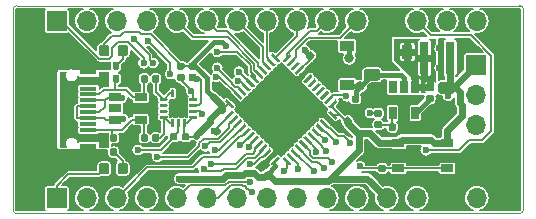
<source format=gtl>
G04 #@! TF.GenerationSoftware,KiCad,Pcbnew,5.1.0*
G04 #@! TF.CreationDate,2019-05-06T17:27:13+02:00*
G04 #@! TF.ProjectId,OtterPill,4f747465-7250-4696-9c6c-2e6b69636164,rev?*
G04 #@! TF.SameCoordinates,Original*
G04 #@! TF.FileFunction,Copper,L1,Top*
G04 #@! TF.FilePolarity,Positive*
%FSLAX46Y46*%
G04 Gerber Fmt 4.6, Leading zero omitted, Abs format (unit mm)*
G04 Created by KiCad (PCBNEW 5.1.0) date 2019-05-06 17:27:13*
%MOMM*%
%LPD*%
G04 APERTURE LIST*
%ADD10C,0.050000*%
%ADD11R,0.900000X1.200000*%
%ADD12R,0.800000X2.700000*%
%ADD13O,1.700000X1.700000*%
%ADD14R,1.700000X1.700000*%
%ADD15R,1.050000X0.650000*%
%ADD16R,1.200000X0.900000*%
%ADD17C,0.100000*%
%ADD18C,0.590000*%
%ADD19C,0.250000*%
%ADD20C,1.450000*%
%ADD21R,0.650000X1.060000*%
%ADD22C,5.600000*%
%ADD23R,1.060000X0.650000*%
%ADD24O,2.100000X1.000000*%
%ADD25O,1.600000X1.000000*%
%ADD26R,1.450000X0.600000*%
%ADD27R,1.450000X0.300000*%
%ADD28C,0.875000*%
%ADD29C,0.975000*%
%ADD30C,0.600000*%
%ADD31C,0.800000*%
%ADD32C,0.200000*%
%ADD33C,0.400000*%
%ADD34C,0.157000*%
%ADD35C,0.600000*%
G04 APERTURE END LIST*
D10*
X63200000Y-37100000D02*
G75*
G02X62900000Y-37400000I-300000J0D01*
G01*
X62900000Y-19800000D02*
G75*
G02X63200000Y-20100000I0J-300000D01*
G01*
X20000000Y-20100000D02*
G75*
G02X20300000Y-19800000I300000J0D01*
G01*
X20300000Y-37400000D02*
G75*
G02X20000000Y-37100000I0J300000D01*
G01*
X20000000Y-37100000D02*
X20000000Y-20100000D01*
X62900000Y-37400000D02*
X20300000Y-37400000D01*
X63200000Y-20100000D02*
X63200000Y-37100000D01*
X20300000Y-19800000D02*
X62900000Y-19800000D01*
D11*
X50050000Y-23700000D03*
X53350000Y-23700000D03*
D12*
X57000000Y-24200000D03*
X54800000Y-24200000D03*
D13*
X59260000Y-21100000D03*
X56720000Y-21100000D03*
X54180000Y-21100000D03*
X51640000Y-21100000D03*
X49100000Y-21100000D03*
X46560000Y-21100000D03*
X44020000Y-21100000D03*
X41480000Y-21100000D03*
X38940000Y-21100000D03*
X36400000Y-21100000D03*
X33860000Y-21100000D03*
X31320000Y-21100000D03*
X28780000Y-21100000D03*
X26240000Y-21100000D03*
D14*
X23700000Y-21100000D03*
D13*
X59260000Y-36100000D03*
X56720000Y-36100000D03*
X54180000Y-36100000D03*
X51640000Y-36100000D03*
X49100000Y-36100000D03*
X46560000Y-36100000D03*
X44020000Y-36100000D03*
X41480000Y-36100000D03*
X38940000Y-36100000D03*
X36400000Y-36100000D03*
X33860000Y-36100000D03*
X31320000Y-36100000D03*
X28780000Y-36100000D03*
X26240000Y-36100000D03*
D14*
X23700000Y-36100000D03*
D15*
X52625000Y-31437000D03*
X56775000Y-31437000D03*
X52625000Y-33587000D03*
X56775000Y-33587000D03*
D16*
X48300000Y-23250000D03*
X48300000Y-26550000D03*
D17*
G36*
X33786958Y-31590710D02*
G01*
X33801276Y-31592834D01*
X33815317Y-31596351D01*
X33828946Y-31601228D01*
X33842031Y-31607417D01*
X33854447Y-31614858D01*
X33866073Y-31623481D01*
X33876798Y-31633202D01*
X33886519Y-31643927D01*
X33895142Y-31655553D01*
X33902583Y-31667969D01*
X33908772Y-31681054D01*
X33913649Y-31694683D01*
X33917166Y-31708724D01*
X33919290Y-31723042D01*
X33920000Y-31737500D01*
X33920000Y-32032500D01*
X33919290Y-32046958D01*
X33917166Y-32061276D01*
X33913649Y-32075317D01*
X33908772Y-32088946D01*
X33902583Y-32102031D01*
X33895142Y-32114447D01*
X33886519Y-32126073D01*
X33876798Y-32136798D01*
X33866073Y-32146519D01*
X33854447Y-32155142D01*
X33842031Y-32162583D01*
X33828946Y-32168772D01*
X33815317Y-32173649D01*
X33801276Y-32177166D01*
X33786958Y-32179290D01*
X33772500Y-32180000D01*
X33427500Y-32180000D01*
X33413042Y-32179290D01*
X33398724Y-32177166D01*
X33384683Y-32173649D01*
X33371054Y-32168772D01*
X33357969Y-32162583D01*
X33345553Y-32155142D01*
X33333927Y-32146519D01*
X33323202Y-32136798D01*
X33313481Y-32126073D01*
X33304858Y-32114447D01*
X33297417Y-32102031D01*
X33291228Y-32088946D01*
X33286351Y-32075317D01*
X33282834Y-32061276D01*
X33280710Y-32046958D01*
X33280000Y-32032500D01*
X33280000Y-31737500D01*
X33280710Y-31723042D01*
X33282834Y-31708724D01*
X33286351Y-31694683D01*
X33291228Y-31681054D01*
X33297417Y-31667969D01*
X33304858Y-31655553D01*
X33313481Y-31643927D01*
X33323202Y-31633202D01*
X33333927Y-31623481D01*
X33345553Y-31614858D01*
X33357969Y-31607417D01*
X33371054Y-31601228D01*
X33384683Y-31596351D01*
X33398724Y-31592834D01*
X33413042Y-31590710D01*
X33427500Y-31590000D01*
X33772500Y-31590000D01*
X33786958Y-31590710D01*
X33786958Y-31590710D01*
G37*
D18*
X33600000Y-31885000D03*
D17*
G36*
X33786958Y-30620710D02*
G01*
X33801276Y-30622834D01*
X33815317Y-30626351D01*
X33828946Y-30631228D01*
X33842031Y-30637417D01*
X33854447Y-30644858D01*
X33866073Y-30653481D01*
X33876798Y-30663202D01*
X33886519Y-30673927D01*
X33895142Y-30685553D01*
X33902583Y-30697969D01*
X33908772Y-30711054D01*
X33913649Y-30724683D01*
X33917166Y-30738724D01*
X33919290Y-30753042D01*
X33920000Y-30767500D01*
X33920000Y-31062500D01*
X33919290Y-31076958D01*
X33917166Y-31091276D01*
X33913649Y-31105317D01*
X33908772Y-31118946D01*
X33902583Y-31132031D01*
X33895142Y-31144447D01*
X33886519Y-31156073D01*
X33876798Y-31166798D01*
X33866073Y-31176519D01*
X33854447Y-31185142D01*
X33842031Y-31192583D01*
X33828946Y-31198772D01*
X33815317Y-31203649D01*
X33801276Y-31207166D01*
X33786958Y-31209290D01*
X33772500Y-31210000D01*
X33427500Y-31210000D01*
X33413042Y-31209290D01*
X33398724Y-31207166D01*
X33384683Y-31203649D01*
X33371054Y-31198772D01*
X33357969Y-31192583D01*
X33345553Y-31185142D01*
X33333927Y-31176519D01*
X33323202Y-31166798D01*
X33313481Y-31156073D01*
X33304858Y-31144447D01*
X33297417Y-31132031D01*
X33291228Y-31118946D01*
X33286351Y-31105317D01*
X33282834Y-31091276D01*
X33280710Y-31076958D01*
X33280000Y-31062500D01*
X33280000Y-30767500D01*
X33280710Y-30753042D01*
X33282834Y-30738724D01*
X33286351Y-30724683D01*
X33291228Y-30711054D01*
X33297417Y-30697969D01*
X33304858Y-30685553D01*
X33313481Y-30673927D01*
X33323202Y-30663202D01*
X33333927Y-30653481D01*
X33345553Y-30644858D01*
X33357969Y-30637417D01*
X33371054Y-30631228D01*
X33384683Y-30626351D01*
X33398724Y-30622834D01*
X33413042Y-30620710D01*
X33427500Y-30620000D01*
X33772500Y-30620000D01*
X33786958Y-30620710D01*
X33786958Y-30620710D01*
G37*
D18*
X33600000Y-30915000D03*
D17*
G36*
X45875083Y-24369883D02*
G01*
X45889401Y-24372007D01*
X45903442Y-24375524D01*
X45917071Y-24380401D01*
X45930156Y-24386590D01*
X45942572Y-24394031D01*
X45954198Y-24402654D01*
X45964923Y-24412375D01*
X46173519Y-24620971D01*
X46183240Y-24631696D01*
X46191863Y-24643322D01*
X46199304Y-24655738D01*
X46205493Y-24668823D01*
X46210370Y-24682452D01*
X46213887Y-24696493D01*
X46216011Y-24710811D01*
X46216721Y-24725269D01*
X46216011Y-24739727D01*
X46213887Y-24754045D01*
X46210370Y-24768086D01*
X46205493Y-24781715D01*
X46199304Y-24794800D01*
X46191863Y-24807216D01*
X46183240Y-24818842D01*
X46173519Y-24829567D01*
X45929567Y-25073519D01*
X45918842Y-25083240D01*
X45907216Y-25091863D01*
X45894800Y-25099304D01*
X45881715Y-25105493D01*
X45868086Y-25110370D01*
X45854045Y-25113887D01*
X45839727Y-25116011D01*
X45825269Y-25116721D01*
X45810811Y-25116011D01*
X45796493Y-25113887D01*
X45782452Y-25110370D01*
X45768823Y-25105493D01*
X45755738Y-25099304D01*
X45743322Y-25091863D01*
X45731696Y-25083240D01*
X45720971Y-25073519D01*
X45512375Y-24864923D01*
X45502654Y-24854198D01*
X45494031Y-24842572D01*
X45486590Y-24830156D01*
X45480401Y-24817071D01*
X45475524Y-24803442D01*
X45472007Y-24789401D01*
X45469883Y-24775083D01*
X45469173Y-24760625D01*
X45469883Y-24746167D01*
X45472007Y-24731849D01*
X45475524Y-24717808D01*
X45480401Y-24704179D01*
X45486590Y-24691094D01*
X45494031Y-24678678D01*
X45502654Y-24667052D01*
X45512375Y-24656327D01*
X45756327Y-24412375D01*
X45767052Y-24402654D01*
X45778678Y-24394031D01*
X45791094Y-24386590D01*
X45804179Y-24380401D01*
X45817808Y-24375524D01*
X45831849Y-24372007D01*
X45846167Y-24369883D01*
X45860625Y-24369173D01*
X45875083Y-24369883D01*
X45875083Y-24369883D01*
G37*
D18*
X45842947Y-24742947D03*
D17*
G36*
X45189189Y-23683989D02*
G01*
X45203507Y-23686113D01*
X45217548Y-23689630D01*
X45231177Y-23694507D01*
X45244262Y-23700696D01*
X45256678Y-23708137D01*
X45268304Y-23716760D01*
X45279029Y-23726481D01*
X45487625Y-23935077D01*
X45497346Y-23945802D01*
X45505969Y-23957428D01*
X45513410Y-23969844D01*
X45519599Y-23982929D01*
X45524476Y-23996558D01*
X45527993Y-24010599D01*
X45530117Y-24024917D01*
X45530827Y-24039375D01*
X45530117Y-24053833D01*
X45527993Y-24068151D01*
X45524476Y-24082192D01*
X45519599Y-24095821D01*
X45513410Y-24108906D01*
X45505969Y-24121322D01*
X45497346Y-24132948D01*
X45487625Y-24143673D01*
X45243673Y-24387625D01*
X45232948Y-24397346D01*
X45221322Y-24405969D01*
X45208906Y-24413410D01*
X45195821Y-24419599D01*
X45182192Y-24424476D01*
X45168151Y-24427993D01*
X45153833Y-24430117D01*
X45139375Y-24430827D01*
X45124917Y-24430117D01*
X45110599Y-24427993D01*
X45096558Y-24424476D01*
X45082929Y-24419599D01*
X45069844Y-24413410D01*
X45057428Y-24405969D01*
X45045802Y-24397346D01*
X45035077Y-24387625D01*
X44826481Y-24179029D01*
X44816760Y-24168304D01*
X44808137Y-24156678D01*
X44800696Y-24144262D01*
X44794507Y-24131177D01*
X44789630Y-24117548D01*
X44786113Y-24103507D01*
X44783989Y-24089189D01*
X44783279Y-24074731D01*
X44783989Y-24060273D01*
X44786113Y-24045955D01*
X44789630Y-24031914D01*
X44794507Y-24018285D01*
X44800696Y-24005200D01*
X44808137Y-23992784D01*
X44816760Y-23981158D01*
X44826481Y-23970433D01*
X45070433Y-23726481D01*
X45081158Y-23716760D01*
X45092784Y-23708137D01*
X45105200Y-23700696D01*
X45118285Y-23694507D01*
X45131914Y-23689630D01*
X45145955Y-23686113D01*
X45160273Y-23683989D01*
X45174731Y-23683279D01*
X45189189Y-23683989D01*
X45189189Y-23683989D01*
G37*
D18*
X45157053Y-24057053D03*
D17*
G36*
X34786958Y-31590710D02*
G01*
X34801276Y-31592834D01*
X34815317Y-31596351D01*
X34828946Y-31601228D01*
X34842031Y-31607417D01*
X34854447Y-31614858D01*
X34866073Y-31623481D01*
X34876798Y-31633202D01*
X34886519Y-31643927D01*
X34895142Y-31655553D01*
X34902583Y-31667969D01*
X34908772Y-31681054D01*
X34913649Y-31694683D01*
X34917166Y-31708724D01*
X34919290Y-31723042D01*
X34920000Y-31737500D01*
X34920000Y-32032500D01*
X34919290Y-32046958D01*
X34917166Y-32061276D01*
X34913649Y-32075317D01*
X34908772Y-32088946D01*
X34902583Y-32102031D01*
X34895142Y-32114447D01*
X34886519Y-32126073D01*
X34876798Y-32136798D01*
X34866073Y-32146519D01*
X34854447Y-32155142D01*
X34842031Y-32162583D01*
X34828946Y-32168772D01*
X34815317Y-32173649D01*
X34801276Y-32177166D01*
X34786958Y-32179290D01*
X34772500Y-32180000D01*
X34427500Y-32180000D01*
X34413042Y-32179290D01*
X34398724Y-32177166D01*
X34384683Y-32173649D01*
X34371054Y-32168772D01*
X34357969Y-32162583D01*
X34345553Y-32155142D01*
X34333927Y-32146519D01*
X34323202Y-32136798D01*
X34313481Y-32126073D01*
X34304858Y-32114447D01*
X34297417Y-32102031D01*
X34291228Y-32088946D01*
X34286351Y-32075317D01*
X34282834Y-32061276D01*
X34280710Y-32046958D01*
X34280000Y-32032500D01*
X34280000Y-31737500D01*
X34280710Y-31723042D01*
X34282834Y-31708724D01*
X34286351Y-31694683D01*
X34291228Y-31681054D01*
X34297417Y-31667969D01*
X34304858Y-31655553D01*
X34313481Y-31643927D01*
X34323202Y-31633202D01*
X34333927Y-31623481D01*
X34345553Y-31614858D01*
X34357969Y-31607417D01*
X34371054Y-31601228D01*
X34384683Y-31596351D01*
X34398724Y-31592834D01*
X34413042Y-31590710D01*
X34427500Y-31590000D01*
X34772500Y-31590000D01*
X34786958Y-31590710D01*
X34786958Y-31590710D01*
G37*
D18*
X34600000Y-31885000D03*
D17*
G36*
X34786958Y-30620710D02*
G01*
X34801276Y-30622834D01*
X34815317Y-30626351D01*
X34828946Y-30631228D01*
X34842031Y-30637417D01*
X34854447Y-30644858D01*
X34866073Y-30653481D01*
X34876798Y-30663202D01*
X34886519Y-30673927D01*
X34895142Y-30685553D01*
X34902583Y-30697969D01*
X34908772Y-30711054D01*
X34913649Y-30724683D01*
X34917166Y-30738724D01*
X34919290Y-30753042D01*
X34920000Y-30767500D01*
X34920000Y-31062500D01*
X34919290Y-31076958D01*
X34917166Y-31091276D01*
X34913649Y-31105317D01*
X34908772Y-31118946D01*
X34902583Y-31132031D01*
X34895142Y-31144447D01*
X34886519Y-31156073D01*
X34876798Y-31166798D01*
X34866073Y-31176519D01*
X34854447Y-31185142D01*
X34842031Y-31192583D01*
X34828946Y-31198772D01*
X34815317Y-31203649D01*
X34801276Y-31207166D01*
X34786958Y-31209290D01*
X34772500Y-31210000D01*
X34427500Y-31210000D01*
X34413042Y-31209290D01*
X34398724Y-31207166D01*
X34384683Y-31203649D01*
X34371054Y-31198772D01*
X34357969Y-31192583D01*
X34345553Y-31185142D01*
X34333927Y-31176519D01*
X34323202Y-31166798D01*
X34313481Y-31156073D01*
X34304858Y-31144447D01*
X34297417Y-31132031D01*
X34291228Y-31118946D01*
X34286351Y-31105317D01*
X34282834Y-31091276D01*
X34280710Y-31076958D01*
X34280000Y-31062500D01*
X34280000Y-30767500D01*
X34280710Y-30753042D01*
X34282834Y-30738724D01*
X34286351Y-30724683D01*
X34291228Y-30711054D01*
X34297417Y-30697969D01*
X34304858Y-30685553D01*
X34313481Y-30673927D01*
X34323202Y-30663202D01*
X34333927Y-30653481D01*
X34345553Y-30644858D01*
X34357969Y-30637417D01*
X34371054Y-30631228D01*
X34384683Y-30626351D01*
X34398724Y-30622834D01*
X34413042Y-30620710D01*
X34427500Y-30620000D01*
X34772500Y-30620000D01*
X34786958Y-30620710D01*
X34786958Y-30620710D01*
G37*
D18*
X34600000Y-30915000D03*
D17*
G36*
X37739727Y-26583989D02*
G01*
X37754045Y-26586113D01*
X37768086Y-26589630D01*
X37781715Y-26594507D01*
X37794800Y-26600696D01*
X37807216Y-26608137D01*
X37818842Y-26616760D01*
X37829567Y-26626481D01*
X38073519Y-26870433D01*
X38083240Y-26881158D01*
X38091863Y-26892784D01*
X38099304Y-26905200D01*
X38105493Y-26918285D01*
X38110370Y-26931914D01*
X38113887Y-26945955D01*
X38116011Y-26960273D01*
X38116721Y-26974731D01*
X38116011Y-26989189D01*
X38113887Y-27003507D01*
X38110370Y-27017548D01*
X38105493Y-27031177D01*
X38099304Y-27044262D01*
X38091863Y-27056678D01*
X38083240Y-27068304D01*
X38073519Y-27079029D01*
X37864923Y-27287625D01*
X37854198Y-27297346D01*
X37842572Y-27305969D01*
X37830156Y-27313410D01*
X37817071Y-27319599D01*
X37803442Y-27324476D01*
X37789401Y-27327993D01*
X37775083Y-27330117D01*
X37760625Y-27330827D01*
X37746167Y-27330117D01*
X37731849Y-27327993D01*
X37717808Y-27324476D01*
X37704179Y-27319599D01*
X37691094Y-27313410D01*
X37678678Y-27305969D01*
X37667052Y-27297346D01*
X37656327Y-27287625D01*
X37412375Y-27043673D01*
X37402654Y-27032948D01*
X37394031Y-27021322D01*
X37386590Y-27008906D01*
X37380401Y-26995821D01*
X37375524Y-26982192D01*
X37372007Y-26968151D01*
X37369883Y-26953833D01*
X37369173Y-26939375D01*
X37369883Y-26924917D01*
X37372007Y-26910599D01*
X37375524Y-26896558D01*
X37380401Y-26882929D01*
X37386590Y-26869844D01*
X37394031Y-26857428D01*
X37402654Y-26845802D01*
X37412375Y-26835077D01*
X37620971Y-26626481D01*
X37631696Y-26616760D01*
X37643322Y-26608137D01*
X37655738Y-26600696D01*
X37668823Y-26594507D01*
X37682452Y-26589630D01*
X37696493Y-26586113D01*
X37710811Y-26583989D01*
X37725269Y-26583279D01*
X37739727Y-26583989D01*
X37739727Y-26583989D01*
G37*
D18*
X37742947Y-26957053D03*
D17*
G36*
X37053833Y-27269883D02*
G01*
X37068151Y-27272007D01*
X37082192Y-27275524D01*
X37095821Y-27280401D01*
X37108906Y-27286590D01*
X37121322Y-27294031D01*
X37132948Y-27302654D01*
X37143673Y-27312375D01*
X37387625Y-27556327D01*
X37397346Y-27567052D01*
X37405969Y-27578678D01*
X37413410Y-27591094D01*
X37419599Y-27604179D01*
X37424476Y-27617808D01*
X37427993Y-27631849D01*
X37430117Y-27646167D01*
X37430827Y-27660625D01*
X37430117Y-27675083D01*
X37427993Y-27689401D01*
X37424476Y-27703442D01*
X37419599Y-27717071D01*
X37413410Y-27730156D01*
X37405969Y-27742572D01*
X37397346Y-27754198D01*
X37387625Y-27764923D01*
X37179029Y-27973519D01*
X37168304Y-27983240D01*
X37156678Y-27991863D01*
X37144262Y-27999304D01*
X37131177Y-28005493D01*
X37117548Y-28010370D01*
X37103507Y-28013887D01*
X37089189Y-28016011D01*
X37074731Y-28016721D01*
X37060273Y-28016011D01*
X37045955Y-28013887D01*
X37031914Y-28010370D01*
X37018285Y-28005493D01*
X37005200Y-27999304D01*
X36992784Y-27991863D01*
X36981158Y-27983240D01*
X36970433Y-27973519D01*
X36726481Y-27729567D01*
X36716760Y-27718842D01*
X36708137Y-27707216D01*
X36700696Y-27694800D01*
X36694507Y-27681715D01*
X36689630Y-27668086D01*
X36686113Y-27654045D01*
X36683989Y-27639727D01*
X36683279Y-27625269D01*
X36683989Y-27610811D01*
X36686113Y-27596493D01*
X36689630Y-27582452D01*
X36694507Y-27568823D01*
X36700696Y-27555738D01*
X36708137Y-27543322D01*
X36716760Y-27531696D01*
X36726481Y-27520971D01*
X36935077Y-27312375D01*
X36945802Y-27302654D01*
X36957428Y-27294031D01*
X36969844Y-27286590D01*
X36982929Y-27280401D01*
X36996558Y-27275524D01*
X37010599Y-27272007D01*
X37024917Y-27269883D01*
X37039375Y-27269173D01*
X37053833Y-27269883D01*
X37053833Y-27269883D01*
G37*
D18*
X37057053Y-27642947D03*
D17*
G36*
X41032136Y-33126936D02*
G01*
X41046454Y-33129060D01*
X41060495Y-33132577D01*
X41074124Y-33137454D01*
X41087209Y-33143643D01*
X41099625Y-33151084D01*
X41111251Y-33159707D01*
X41121976Y-33169428D01*
X41330572Y-33378024D01*
X41340293Y-33388749D01*
X41348916Y-33400375D01*
X41356357Y-33412791D01*
X41362546Y-33425876D01*
X41367423Y-33439505D01*
X41370940Y-33453546D01*
X41373064Y-33467864D01*
X41373774Y-33482322D01*
X41373064Y-33496780D01*
X41370940Y-33511098D01*
X41367423Y-33525139D01*
X41362546Y-33538768D01*
X41356357Y-33551853D01*
X41348916Y-33564269D01*
X41340293Y-33575895D01*
X41330572Y-33586620D01*
X41086620Y-33830572D01*
X41075895Y-33840293D01*
X41064269Y-33848916D01*
X41051853Y-33856357D01*
X41038768Y-33862546D01*
X41025139Y-33867423D01*
X41011098Y-33870940D01*
X40996780Y-33873064D01*
X40982322Y-33873774D01*
X40967864Y-33873064D01*
X40953546Y-33870940D01*
X40939505Y-33867423D01*
X40925876Y-33862546D01*
X40912791Y-33856357D01*
X40900375Y-33848916D01*
X40888749Y-33840293D01*
X40878024Y-33830572D01*
X40669428Y-33621976D01*
X40659707Y-33611251D01*
X40651084Y-33599625D01*
X40643643Y-33587209D01*
X40637454Y-33574124D01*
X40632577Y-33560495D01*
X40629060Y-33546454D01*
X40626936Y-33532136D01*
X40626226Y-33517678D01*
X40626936Y-33503220D01*
X40629060Y-33488902D01*
X40632577Y-33474861D01*
X40637454Y-33461232D01*
X40643643Y-33448147D01*
X40651084Y-33435731D01*
X40659707Y-33424105D01*
X40669428Y-33413380D01*
X40913380Y-33169428D01*
X40924105Y-33159707D01*
X40935731Y-33151084D01*
X40948147Y-33143643D01*
X40961232Y-33137454D01*
X40974861Y-33132577D01*
X40988902Y-33129060D01*
X41003220Y-33126936D01*
X41017678Y-33126226D01*
X41032136Y-33126936D01*
X41032136Y-33126936D01*
G37*
D18*
X41000000Y-33500000D03*
D17*
G36*
X41718030Y-33812830D02*
G01*
X41732348Y-33814954D01*
X41746389Y-33818471D01*
X41760018Y-33823348D01*
X41773103Y-33829537D01*
X41785519Y-33836978D01*
X41797145Y-33845601D01*
X41807870Y-33855322D01*
X42016466Y-34063918D01*
X42026187Y-34074643D01*
X42034810Y-34086269D01*
X42042251Y-34098685D01*
X42048440Y-34111770D01*
X42053317Y-34125399D01*
X42056834Y-34139440D01*
X42058958Y-34153758D01*
X42059668Y-34168216D01*
X42058958Y-34182674D01*
X42056834Y-34196992D01*
X42053317Y-34211033D01*
X42048440Y-34224662D01*
X42042251Y-34237747D01*
X42034810Y-34250163D01*
X42026187Y-34261789D01*
X42016466Y-34272514D01*
X41772514Y-34516466D01*
X41761789Y-34526187D01*
X41750163Y-34534810D01*
X41737747Y-34542251D01*
X41724662Y-34548440D01*
X41711033Y-34553317D01*
X41696992Y-34556834D01*
X41682674Y-34558958D01*
X41668216Y-34559668D01*
X41653758Y-34558958D01*
X41639440Y-34556834D01*
X41625399Y-34553317D01*
X41611770Y-34548440D01*
X41598685Y-34542251D01*
X41586269Y-34534810D01*
X41574643Y-34526187D01*
X41563918Y-34516466D01*
X41355322Y-34307870D01*
X41345601Y-34297145D01*
X41336978Y-34285519D01*
X41329537Y-34273103D01*
X41323348Y-34260018D01*
X41318471Y-34246389D01*
X41314954Y-34232348D01*
X41312830Y-34218030D01*
X41312120Y-34203572D01*
X41312830Y-34189114D01*
X41314954Y-34174796D01*
X41318471Y-34160755D01*
X41323348Y-34147126D01*
X41329537Y-34134041D01*
X41336978Y-34121625D01*
X41345601Y-34109999D01*
X41355322Y-34099274D01*
X41599274Y-33855322D01*
X41609999Y-33845601D01*
X41621625Y-33836978D01*
X41634041Y-33829537D01*
X41647126Y-33823348D01*
X41660755Y-33818471D01*
X41674796Y-33814954D01*
X41689114Y-33812830D01*
X41703572Y-33812120D01*
X41718030Y-33812830D01*
X41718030Y-33812830D01*
G37*
D18*
X41685894Y-34185894D03*
D17*
G36*
X47653833Y-29869883D02*
G01*
X47668151Y-29872007D01*
X47682192Y-29875524D01*
X47695821Y-29880401D01*
X47708906Y-29886590D01*
X47721322Y-29894031D01*
X47732948Y-29902654D01*
X47743673Y-29912375D01*
X47987625Y-30156327D01*
X47997346Y-30167052D01*
X48005969Y-30178678D01*
X48013410Y-30191094D01*
X48019599Y-30204179D01*
X48024476Y-30217808D01*
X48027993Y-30231849D01*
X48030117Y-30246167D01*
X48030827Y-30260625D01*
X48030117Y-30275083D01*
X48027993Y-30289401D01*
X48024476Y-30303442D01*
X48019599Y-30317071D01*
X48013410Y-30330156D01*
X48005969Y-30342572D01*
X47997346Y-30354198D01*
X47987625Y-30364923D01*
X47779029Y-30573519D01*
X47768304Y-30583240D01*
X47756678Y-30591863D01*
X47744262Y-30599304D01*
X47731177Y-30605493D01*
X47717548Y-30610370D01*
X47703507Y-30613887D01*
X47689189Y-30616011D01*
X47674731Y-30616721D01*
X47660273Y-30616011D01*
X47645955Y-30613887D01*
X47631914Y-30610370D01*
X47618285Y-30605493D01*
X47605200Y-30599304D01*
X47592784Y-30591863D01*
X47581158Y-30583240D01*
X47570433Y-30573519D01*
X47326481Y-30329567D01*
X47316760Y-30318842D01*
X47308137Y-30307216D01*
X47300696Y-30294800D01*
X47294507Y-30281715D01*
X47289630Y-30268086D01*
X47286113Y-30254045D01*
X47283989Y-30239727D01*
X47283279Y-30225269D01*
X47283989Y-30210811D01*
X47286113Y-30196493D01*
X47289630Y-30182452D01*
X47294507Y-30168823D01*
X47300696Y-30155738D01*
X47308137Y-30143322D01*
X47316760Y-30131696D01*
X47326481Y-30120971D01*
X47535077Y-29912375D01*
X47545802Y-29902654D01*
X47557428Y-29894031D01*
X47569844Y-29886590D01*
X47582929Y-29880401D01*
X47596558Y-29875524D01*
X47610599Y-29872007D01*
X47624917Y-29869883D01*
X47639375Y-29869173D01*
X47653833Y-29869883D01*
X47653833Y-29869883D01*
G37*
D18*
X47657053Y-30242947D03*
D17*
G36*
X48339727Y-29183989D02*
G01*
X48354045Y-29186113D01*
X48368086Y-29189630D01*
X48381715Y-29194507D01*
X48394800Y-29200696D01*
X48407216Y-29208137D01*
X48418842Y-29216760D01*
X48429567Y-29226481D01*
X48673519Y-29470433D01*
X48683240Y-29481158D01*
X48691863Y-29492784D01*
X48699304Y-29505200D01*
X48705493Y-29518285D01*
X48710370Y-29531914D01*
X48713887Y-29545955D01*
X48716011Y-29560273D01*
X48716721Y-29574731D01*
X48716011Y-29589189D01*
X48713887Y-29603507D01*
X48710370Y-29617548D01*
X48705493Y-29631177D01*
X48699304Y-29644262D01*
X48691863Y-29656678D01*
X48683240Y-29668304D01*
X48673519Y-29679029D01*
X48464923Y-29887625D01*
X48454198Y-29897346D01*
X48442572Y-29905969D01*
X48430156Y-29913410D01*
X48417071Y-29919599D01*
X48403442Y-29924476D01*
X48389401Y-29927993D01*
X48375083Y-29930117D01*
X48360625Y-29930827D01*
X48346167Y-29930117D01*
X48331849Y-29927993D01*
X48317808Y-29924476D01*
X48304179Y-29919599D01*
X48291094Y-29913410D01*
X48278678Y-29905969D01*
X48267052Y-29897346D01*
X48256327Y-29887625D01*
X48012375Y-29643673D01*
X48002654Y-29632948D01*
X47994031Y-29621322D01*
X47986590Y-29608906D01*
X47980401Y-29595821D01*
X47975524Y-29582192D01*
X47972007Y-29568151D01*
X47969883Y-29553833D01*
X47969173Y-29539375D01*
X47969883Y-29524917D01*
X47972007Y-29510599D01*
X47975524Y-29496558D01*
X47980401Y-29482929D01*
X47986590Y-29469844D01*
X47994031Y-29457428D01*
X48002654Y-29445802D01*
X48012375Y-29435077D01*
X48220971Y-29226481D01*
X48231696Y-29216760D01*
X48243322Y-29208137D01*
X48255738Y-29200696D01*
X48268823Y-29194507D01*
X48282452Y-29189630D01*
X48296493Y-29186113D01*
X48310811Y-29183989D01*
X48325269Y-29183279D01*
X48339727Y-29183989D01*
X48339727Y-29183989D01*
G37*
D18*
X48342947Y-29557053D03*
D17*
G36*
X55486958Y-26420710D02*
G01*
X55501276Y-26422834D01*
X55515317Y-26426351D01*
X55528946Y-26431228D01*
X55542031Y-26437417D01*
X55554447Y-26444858D01*
X55566073Y-26453481D01*
X55576798Y-26463202D01*
X55586519Y-26473927D01*
X55595142Y-26485553D01*
X55602583Y-26497969D01*
X55608772Y-26511054D01*
X55613649Y-26524683D01*
X55617166Y-26538724D01*
X55619290Y-26553042D01*
X55620000Y-26567500D01*
X55620000Y-26862500D01*
X55619290Y-26876958D01*
X55617166Y-26891276D01*
X55613649Y-26905317D01*
X55608772Y-26918946D01*
X55602583Y-26932031D01*
X55595142Y-26944447D01*
X55586519Y-26956073D01*
X55576798Y-26966798D01*
X55566073Y-26976519D01*
X55554447Y-26985142D01*
X55542031Y-26992583D01*
X55528946Y-26998772D01*
X55515317Y-27003649D01*
X55501276Y-27007166D01*
X55486958Y-27009290D01*
X55472500Y-27010000D01*
X55127500Y-27010000D01*
X55113042Y-27009290D01*
X55098724Y-27007166D01*
X55084683Y-27003649D01*
X55071054Y-26998772D01*
X55057969Y-26992583D01*
X55045553Y-26985142D01*
X55033927Y-26976519D01*
X55023202Y-26966798D01*
X55013481Y-26956073D01*
X55004858Y-26944447D01*
X54997417Y-26932031D01*
X54991228Y-26918946D01*
X54986351Y-26905317D01*
X54982834Y-26891276D01*
X54980710Y-26876958D01*
X54980000Y-26862500D01*
X54980000Y-26567500D01*
X54980710Y-26553042D01*
X54982834Y-26538724D01*
X54986351Y-26524683D01*
X54991228Y-26511054D01*
X54997417Y-26497969D01*
X55004858Y-26485553D01*
X55013481Y-26473927D01*
X55023202Y-26463202D01*
X55033927Y-26453481D01*
X55045553Y-26444858D01*
X55057969Y-26437417D01*
X55071054Y-26431228D01*
X55084683Y-26426351D01*
X55098724Y-26422834D01*
X55113042Y-26420710D01*
X55127500Y-26420000D01*
X55472500Y-26420000D01*
X55486958Y-26420710D01*
X55486958Y-26420710D01*
G37*
D18*
X55300000Y-26715000D03*
D17*
G36*
X55486958Y-27390710D02*
G01*
X55501276Y-27392834D01*
X55515317Y-27396351D01*
X55528946Y-27401228D01*
X55542031Y-27407417D01*
X55554447Y-27414858D01*
X55566073Y-27423481D01*
X55576798Y-27433202D01*
X55586519Y-27443927D01*
X55595142Y-27455553D01*
X55602583Y-27467969D01*
X55608772Y-27481054D01*
X55613649Y-27494683D01*
X55617166Y-27508724D01*
X55619290Y-27523042D01*
X55620000Y-27537500D01*
X55620000Y-27832500D01*
X55619290Y-27846958D01*
X55617166Y-27861276D01*
X55613649Y-27875317D01*
X55608772Y-27888946D01*
X55602583Y-27902031D01*
X55595142Y-27914447D01*
X55586519Y-27926073D01*
X55576798Y-27936798D01*
X55566073Y-27946519D01*
X55554447Y-27955142D01*
X55542031Y-27962583D01*
X55528946Y-27968772D01*
X55515317Y-27973649D01*
X55501276Y-27977166D01*
X55486958Y-27979290D01*
X55472500Y-27980000D01*
X55127500Y-27980000D01*
X55113042Y-27979290D01*
X55098724Y-27977166D01*
X55084683Y-27973649D01*
X55071054Y-27968772D01*
X55057969Y-27962583D01*
X55045553Y-27955142D01*
X55033927Y-27946519D01*
X55023202Y-27936798D01*
X55013481Y-27926073D01*
X55004858Y-27914447D01*
X54997417Y-27902031D01*
X54991228Y-27888946D01*
X54986351Y-27875317D01*
X54982834Y-27861276D01*
X54980710Y-27846958D01*
X54980000Y-27832500D01*
X54980000Y-27537500D01*
X54980710Y-27523042D01*
X54982834Y-27508724D01*
X54986351Y-27494683D01*
X54991228Y-27481054D01*
X54997417Y-27467969D01*
X55004858Y-27455553D01*
X55013481Y-27443927D01*
X55023202Y-27433202D01*
X55033927Y-27423481D01*
X55045553Y-27414858D01*
X55057969Y-27407417D01*
X55071054Y-27401228D01*
X55084683Y-27396351D01*
X55098724Y-27392834D01*
X55113042Y-27390710D01*
X55127500Y-27390000D01*
X55472500Y-27390000D01*
X55486958Y-27390710D01*
X55486958Y-27390710D01*
G37*
D18*
X55300000Y-27685000D03*
D17*
G36*
X49186958Y-28390710D02*
G01*
X49201276Y-28392834D01*
X49215317Y-28396351D01*
X49228946Y-28401228D01*
X49242031Y-28407417D01*
X49254447Y-28414858D01*
X49266073Y-28423481D01*
X49276798Y-28433202D01*
X49286519Y-28443927D01*
X49295142Y-28455553D01*
X49302583Y-28467969D01*
X49308772Y-28481054D01*
X49313649Y-28494683D01*
X49317166Y-28508724D01*
X49319290Y-28523042D01*
X49320000Y-28537500D01*
X49320000Y-28832500D01*
X49319290Y-28846958D01*
X49317166Y-28861276D01*
X49313649Y-28875317D01*
X49308772Y-28888946D01*
X49302583Y-28902031D01*
X49295142Y-28914447D01*
X49286519Y-28926073D01*
X49276798Y-28936798D01*
X49266073Y-28946519D01*
X49254447Y-28955142D01*
X49242031Y-28962583D01*
X49228946Y-28968772D01*
X49215317Y-28973649D01*
X49201276Y-28977166D01*
X49186958Y-28979290D01*
X49172500Y-28980000D01*
X48827500Y-28980000D01*
X48813042Y-28979290D01*
X48798724Y-28977166D01*
X48784683Y-28973649D01*
X48771054Y-28968772D01*
X48757969Y-28962583D01*
X48745553Y-28955142D01*
X48733927Y-28946519D01*
X48723202Y-28936798D01*
X48713481Y-28926073D01*
X48704858Y-28914447D01*
X48697417Y-28902031D01*
X48691228Y-28888946D01*
X48686351Y-28875317D01*
X48682834Y-28861276D01*
X48680710Y-28846958D01*
X48680000Y-28832500D01*
X48680000Y-28537500D01*
X48680710Y-28523042D01*
X48682834Y-28508724D01*
X48686351Y-28494683D01*
X48691228Y-28481054D01*
X48697417Y-28467969D01*
X48704858Y-28455553D01*
X48713481Y-28443927D01*
X48723202Y-28433202D01*
X48733927Y-28423481D01*
X48745553Y-28414858D01*
X48757969Y-28407417D01*
X48771054Y-28401228D01*
X48784683Y-28396351D01*
X48798724Y-28392834D01*
X48813042Y-28390710D01*
X48827500Y-28390000D01*
X49172500Y-28390000D01*
X49186958Y-28390710D01*
X49186958Y-28390710D01*
G37*
D18*
X49000000Y-28685000D03*
D17*
G36*
X49186958Y-27420710D02*
G01*
X49201276Y-27422834D01*
X49215317Y-27426351D01*
X49228946Y-27431228D01*
X49242031Y-27437417D01*
X49254447Y-27444858D01*
X49266073Y-27453481D01*
X49276798Y-27463202D01*
X49286519Y-27473927D01*
X49295142Y-27485553D01*
X49302583Y-27497969D01*
X49308772Y-27511054D01*
X49313649Y-27524683D01*
X49317166Y-27538724D01*
X49319290Y-27553042D01*
X49320000Y-27567500D01*
X49320000Y-27862500D01*
X49319290Y-27876958D01*
X49317166Y-27891276D01*
X49313649Y-27905317D01*
X49308772Y-27918946D01*
X49302583Y-27932031D01*
X49295142Y-27944447D01*
X49286519Y-27956073D01*
X49276798Y-27966798D01*
X49266073Y-27976519D01*
X49254447Y-27985142D01*
X49242031Y-27992583D01*
X49228946Y-27998772D01*
X49215317Y-28003649D01*
X49201276Y-28007166D01*
X49186958Y-28009290D01*
X49172500Y-28010000D01*
X48827500Y-28010000D01*
X48813042Y-28009290D01*
X48798724Y-28007166D01*
X48784683Y-28003649D01*
X48771054Y-27998772D01*
X48757969Y-27992583D01*
X48745553Y-27985142D01*
X48733927Y-27976519D01*
X48723202Y-27966798D01*
X48713481Y-27956073D01*
X48704858Y-27944447D01*
X48697417Y-27932031D01*
X48691228Y-27918946D01*
X48686351Y-27905317D01*
X48682834Y-27891276D01*
X48680710Y-27876958D01*
X48680000Y-27862500D01*
X48680000Y-27567500D01*
X48680710Y-27553042D01*
X48682834Y-27538724D01*
X48686351Y-27524683D01*
X48691228Y-27511054D01*
X48697417Y-27497969D01*
X48704858Y-27485553D01*
X48713481Y-27473927D01*
X48723202Y-27463202D01*
X48733927Y-27453481D01*
X48745553Y-27444858D01*
X48757969Y-27437417D01*
X48771054Y-27431228D01*
X48784683Y-27426351D01*
X48798724Y-27422834D01*
X48813042Y-27420710D01*
X48827500Y-27420000D01*
X49172500Y-27420000D01*
X49186958Y-27420710D01*
X49186958Y-27420710D01*
G37*
D18*
X49000000Y-27715000D03*
D17*
G36*
X37275083Y-30069883D02*
G01*
X37289401Y-30072007D01*
X37303442Y-30075524D01*
X37317071Y-30080401D01*
X37330156Y-30086590D01*
X37342572Y-30094031D01*
X37354198Y-30102654D01*
X37364923Y-30112375D01*
X37573519Y-30320971D01*
X37583240Y-30331696D01*
X37591863Y-30343322D01*
X37599304Y-30355738D01*
X37605493Y-30368823D01*
X37610370Y-30382452D01*
X37613887Y-30396493D01*
X37616011Y-30410811D01*
X37616721Y-30425269D01*
X37616011Y-30439727D01*
X37613887Y-30454045D01*
X37610370Y-30468086D01*
X37605493Y-30481715D01*
X37599304Y-30494800D01*
X37591863Y-30507216D01*
X37583240Y-30518842D01*
X37573519Y-30529567D01*
X37329567Y-30773519D01*
X37318842Y-30783240D01*
X37307216Y-30791863D01*
X37294800Y-30799304D01*
X37281715Y-30805493D01*
X37268086Y-30810370D01*
X37254045Y-30813887D01*
X37239727Y-30816011D01*
X37225269Y-30816721D01*
X37210811Y-30816011D01*
X37196493Y-30813887D01*
X37182452Y-30810370D01*
X37168823Y-30805493D01*
X37155738Y-30799304D01*
X37143322Y-30791863D01*
X37131696Y-30783240D01*
X37120971Y-30773519D01*
X36912375Y-30564923D01*
X36902654Y-30554198D01*
X36894031Y-30542572D01*
X36886590Y-30530156D01*
X36880401Y-30517071D01*
X36875524Y-30503442D01*
X36872007Y-30489401D01*
X36869883Y-30475083D01*
X36869173Y-30460625D01*
X36869883Y-30446167D01*
X36872007Y-30431849D01*
X36875524Y-30417808D01*
X36880401Y-30404179D01*
X36886590Y-30391094D01*
X36894031Y-30378678D01*
X36902654Y-30367052D01*
X36912375Y-30356327D01*
X37156327Y-30112375D01*
X37167052Y-30102654D01*
X37178678Y-30094031D01*
X37191094Y-30086590D01*
X37204179Y-30080401D01*
X37217808Y-30075524D01*
X37231849Y-30072007D01*
X37246167Y-30069883D01*
X37260625Y-30069173D01*
X37275083Y-30069883D01*
X37275083Y-30069883D01*
G37*
D18*
X37242947Y-30442947D03*
D17*
G36*
X36589189Y-29383989D02*
G01*
X36603507Y-29386113D01*
X36617548Y-29389630D01*
X36631177Y-29394507D01*
X36644262Y-29400696D01*
X36656678Y-29408137D01*
X36668304Y-29416760D01*
X36679029Y-29426481D01*
X36887625Y-29635077D01*
X36897346Y-29645802D01*
X36905969Y-29657428D01*
X36913410Y-29669844D01*
X36919599Y-29682929D01*
X36924476Y-29696558D01*
X36927993Y-29710599D01*
X36930117Y-29724917D01*
X36930827Y-29739375D01*
X36930117Y-29753833D01*
X36927993Y-29768151D01*
X36924476Y-29782192D01*
X36919599Y-29795821D01*
X36913410Y-29808906D01*
X36905969Y-29821322D01*
X36897346Y-29832948D01*
X36887625Y-29843673D01*
X36643673Y-30087625D01*
X36632948Y-30097346D01*
X36621322Y-30105969D01*
X36608906Y-30113410D01*
X36595821Y-30119599D01*
X36582192Y-30124476D01*
X36568151Y-30127993D01*
X36553833Y-30130117D01*
X36539375Y-30130827D01*
X36524917Y-30130117D01*
X36510599Y-30127993D01*
X36496558Y-30124476D01*
X36482929Y-30119599D01*
X36469844Y-30113410D01*
X36457428Y-30105969D01*
X36445802Y-30097346D01*
X36435077Y-30087625D01*
X36226481Y-29879029D01*
X36216760Y-29868304D01*
X36208137Y-29856678D01*
X36200696Y-29844262D01*
X36194507Y-29831177D01*
X36189630Y-29817548D01*
X36186113Y-29803507D01*
X36183989Y-29789189D01*
X36183279Y-29774731D01*
X36183989Y-29760273D01*
X36186113Y-29745955D01*
X36189630Y-29731914D01*
X36194507Y-29718285D01*
X36200696Y-29705200D01*
X36208137Y-29692784D01*
X36216760Y-29681158D01*
X36226481Y-29670433D01*
X36470433Y-29426481D01*
X36481158Y-29416760D01*
X36492784Y-29408137D01*
X36505200Y-29400696D01*
X36518285Y-29394507D01*
X36531914Y-29389630D01*
X36545955Y-29386113D01*
X36560273Y-29383989D01*
X36574731Y-29383279D01*
X36589189Y-29383989D01*
X36589189Y-29383989D01*
G37*
D18*
X36557053Y-29757053D03*
D17*
G36*
X34386958Y-25590710D02*
G01*
X34401276Y-25592834D01*
X34415317Y-25596351D01*
X34428946Y-25601228D01*
X34442031Y-25607417D01*
X34454447Y-25614858D01*
X34466073Y-25623481D01*
X34476798Y-25633202D01*
X34486519Y-25643927D01*
X34495142Y-25655553D01*
X34502583Y-25667969D01*
X34508772Y-25681054D01*
X34513649Y-25694683D01*
X34517166Y-25708724D01*
X34519290Y-25723042D01*
X34520000Y-25737500D01*
X34520000Y-26032500D01*
X34519290Y-26046958D01*
X34517166Y-26061276D01*
X34513649Y-26075317D01*
X34508772Y-26088946D01*
X34502583Y-26102031D01*
X34495142Y-26114447D01*
X34486519Y-26126073D01*
X34476798Y-26136798D01*
X34466073Y-26146519D01*
X34454447Y-26155142D01*
X34442031Y-26162583D01*
X34428946Y-26168772D01*
X34415317Y-26173649D01*
X34401276Y-26177166D01*
X34386958Y-26179290D01*
X34372500Y-26180000D01*
X34027500Y-26180000D01*
X34013042Y-26179290D01*
X33998724Y-26177166D01*
X33984683Y-26173649D01*
X33971054Y-26168772D01*
X33957969Y-26162583D01*
X33945553Y-26155142D01*
X33933927Y-26146519D01*
X33923202Y-26136798D01*
X33913481Y-26126073D01*
X33904858Y-26114447D01*
X33897417Y-26102031D01*
X33891228Y-26088946D01*
X33886351Y-26075317D01*
X33882834Y-26061276D01*
X33880710Y-26046958D01*
X33880000Y-26032500D01*
X33880000Y-25737500D01*
X33880710Y-25723042D01*
X33882834Y-25708724D01*
X33886351Y-25694683D01*
X33891228Y-25681054D01*
X33897417Y-25667969D01*
X33904858Y-25655553D01*
X33913481Y-25643927D01*
X33923202Y-25633202D01*
X33933927Y-25623481D01*
X33945553Y-25614858D01*
X33957969Y-25607417D01*
X33971054Y-25601228D01*
X33984683Y-25596351D01*
X33998724Y-25592834D01*
X34013042Y-25590710D01*
X34027500Y-25590000D01*
X34372500Y-25590000D01*
X34386958Y-25590710D01*
X34386958Y-25590710D01*
G37*
D18*
X34200000Y-25885000D03*
D17*
G36*
X34386958Y-24620710D02*
G01*
X34401276Y-24622834D01*
X34415317Y-24626351D01*
X34428946Y-24631228D01*
X34442031Y-24637417D01*
X34454447Y-24644858D01*
X34466073Y-24653481D01*
X34476798Y-24663202D01*
X34486519Y-24673927D01*
X34495142Y-24685553D01*
X34502583Y-24697969D01*
X34508772Y-24711054D01*
X34513649Y-24724683D01*
X34517166Y-24738724D01*
X34519290Y-24753042D01*
X34520000Y-24767500D01*
X34520000Y-25062500D01*
X34519290Y-25076958D01*
X34517166Y-25091276D01*
X34513649Y-25105317D01*
X34508772Y-25118946D01*
X34502583Y-25132031D01*
X34495142Y-25144447D01*
X34486519Y-25156073D01*
X34476798Y-25166798D01*
X34466073Y-25176519D01*
X34454447Y-25185142D01*
X34442031Y-25192583D01*
X34428946Y-25198772D01*
X34415317Y-25203649D01*
X34401276Y-25207166D01*
X34386958Y-25209290D01*
X34372500Y-25210000D01*
X34027500Y-25210000D01*
X34013042Y-25209290D01*
X33998724Y-25207166D01*
X33984683Y-25203649D01*
X33971054Y-25198772D01*
X33957969Y-25192583D01*
X33945553Y-25185142D01*
X33933927Y-25176519D01*
X33923202Y-25166798D01*
X33913481Y-25156073D01*
X33904858Y-25144447D01*
X33897417Y-25132031D01*
X33891228Y-25118946D01*
X33886351Y-25105317D01*
X33882834Y-25091276D01*
X33880710Y-25076958D01*
X33880000Y-25062500D01*
X33880000Y-24767500D01*
X33880710Y-24753042D01*
X33882834Y-24738724D01*
X33886351Y-24724683D01*
X33891228Y-24711054D01*
X33897417Y-24697969D01*
X33904858Y-24685553D01*
X33913481Y-24673927D01*
X33923202Y-24663202D01*
X33933927Y-24653481D01*
X33945553Y-24644858D01*
X33957969Y-24637417D01*
X33971054Y-24631228D01*
X33984683Y-24626351D01*
X33998724Y-24622834D01*
X34013042Y-24620710D01*
X34027500Y-24620000D01*
X34372500Y-24620000D01*
X34386958Y-24620710D01*
X34386958Y-24620710D01*
G37*
D18*
X34200000Y-24915000D03*
D17*
G36*
X35386958Y-25590709D02*
G01*
X35401276Y-25592833D01*
X35415317Y-25596350D01*
X35428946Y-25601227D01*
X35442031Y-25607416D01*
X35454447Y-25614857D01*
X35466073Y-25623480D01*
X35476798Y-25633201D01*
X35486519Y-25643926D01*
X35495142Y-25655552D01*
X35502583Y-25667968D01*
X35508772Y-25681053D01*
X35513649Y-25694682D01*
X35517166Y-25708723D01*
X35519290Y-25723041D01*
X35520000Y-25737499D01*
X35520000Y-26032499D01*
X35519290Y-26046957D01*
X35517166Y-26061275D01*
X35513649Y-26075316D01*
X35508772Y-26088945D01*
X35502583Y-26102030D01*
X35495142Y-26114446D01*
X35486519Y-26126072D01*
X35476798Y-26136797D01*
X35466073Y-26146518D01*
X35454447Y-26155141D01*
X35442031Y-26162582D01*
X35428946Y-26168771D01*
X35415317Y-26173648D01*
X35401276Y-26177165D01*
X35386958Y-26179289D01*
X35372500Y-26179999D01*
X35027500Y-26179999D01*
X35013042Y-26179289D01*
X34998724Y-26177165D01*
X34984683Y-26173648D01*
X34971054Y-26168771D01*
X34957969Y-26162582D01*
X34945553Y-26155141D01*
X34933927Y-26146518D01*
X34923202Y-26136797D01*
X34913481Y-26126072D01*
X34904858Y-26114446D01*
X34897417Y-26102030D01*
X34891228Y-26088945D01*
X34886351Y-26075316D01*
X34882834Y-26061275D01*
X34880710Y-26046957D01*
X34880000Y-26032499D01*
X34880000Y-25737499D01*
X34880710Y-25723041D01*
X34882834Y-25708723D01*
X34886351Y-25694682D01*
X34891228Y-25681053D01*
X34897417Y-25667968D01*
X34904858Y-25655552D01*
X34913481Y-25643926D01*
X34923202Y-25633201D01*
X34933927Y-25623480D01*
X34945553Y-25614857D01*
X34957969Y-25607416D01*
X34971054Y-25601227D01*
X34984683Y-25596350D01*
X34998724Y-25592833D01*
X35013042Y-25590709D01*
X35027500Y-25589999D01*
X35372500Y-25589999D01*
X35386958Y-25590709D01*
X35386958Y-25590709D01*
G37*
D18*
X35200000Y-25884999D03*
D17*
G36*
X35386958Y-24620709D02*
G01*
X35401276Y-24622833D01*
X35415317Y-24626350D01*
X35428946Y-24631227D01*
X35442031Y-24637416D01*
X35454447Y-24644857D01*
X35466073Y-24653480D01*
X35476798Y-24663201D01*
X35486519Y-24673926D01*
X35495142Y-24685552D01*
X35502583Y-24697968D01*
X35508772Y-24711053D01*
X35513649Y-24724682D01*
X35517166Y-24738723D01*
X35519290Y-24753041D01*
X35520000Y-24767499D01*
X35520000Y-25062499D01*
X35519290Y-25076957D01*
X35517166Y-25091275D01*
X35513649Y-25105316D01*
X35508772Y-25118945D01*
X35502583Y-25132030D01*
X35495142Y-25144446D01*
X35486519Y-25156072D01*
X35476798Y-25166797D01*
X35466073Y-25176518D01*
X35454447Y-25185141D01*
X35442031Y-25192582D01*
X35428946Y-25198771D01*
X35415317Y-25203648D01*
X35401276Y-25207165D01*
X35386958Y-25209289D01*
X35372500Y-25209999D01*
X35027500Y-25209999D01*
X35013042Y-25209289D01*
X34998724Y-25207165D01*
X34984683Y-25203648D01*
X34971054Y-25198771D01*
X34957969Y-25192582D01*
X34945553Y-25185141D01*
X34933927Y-25176518D01*
X34923202Y-25166797D01*
X34913481Y-25156072D01*
X34904858Y-25144446D01*
X34897417Y-25132030D01*
X34891228Y-25118945D01*
X34886351Y-25105316D01*
X34882834Y-25091275D01*
X34880710Y-25076957D01*
X34880000Y-25062499D01*
X34880000Y-24767499D01*
X34880710Y-24753041D01*
X34882834Y-24738723D01*
X34886351Y-24724682D01*
X34891228Y-24711053D01*
X34897417Y-24697968D01*
X34904858Y-24685552D01*
X34913481Y-24673926D01*
X34923202Y-24663201D01*
X34933927Y-24653480D01*
X34945553Y-24644857D01*
X34957969Y-24637416D01*
X34971054Y-24631227D01*
X34984683Y-24626350D01*
X34998724Y-24622833D01*
X35013042Y-24620709D01*
X35027500Y-24619999D01*
X35372500Y-24619999D01*
X35386958Y-24620709D01*
X35386958Y-24620709D01*
G37*
D18*
X35200000Y-24914999D03*
D17*
G36*
X32246958Y-30680710D02*
G01*
X32261276Y-30682834D01*
X32275317Y-30686351D01*
X32288946Y-30691228D01*
X32302031Y-30697417D01*
X32314447Y-30704858D01*
X32326073Y-30713481D01*
X32336798Y-30723202D01*
X32346519Y-30733927D01*
X32355142Y-30745553D01*
X32362583Y-30757969D01*
X32368772Y-30771054D01*
X32373649Y-30784683D01*
X32377166Y-30798724D01*
X32379290Y-30813042D01*
X32380000Y-30827500D01*
X32380000Y-31172500D01*
X32379290Y-31186958D01*
X32377166Y-31201276D01*
X32373649Y-31215317D01*
X32368772Y-31228946D01*
X32362583Y-31242031D01*
X32355142Y-31254447D01*
X32346519Y-31266073D01*
X32336798Y-31276798D01*
X32326073Y-31286519D01*
X32314447Y-31295142D01*
X32302031Y-31302583D01*
X32288946Y-31308772D01*
X32275317Y-31313649D01*
X32261276Y-31317166D01*
X32246958Y-31319290D01*
X32232500Y-31320000D01*
X31937500Y-31320000D01*
X31923042Y-31319290D01*
X31908724Y-31317166D01*
X31894683Y-31313649D01*
X31881054Y-31308772D01*
X31867969Y-31302583D01*
X31855553Y-31295142D01*
X31843927Y-31286519D01*
X31833202Y-31276798D01*
X31823481Y-31266073D01*
X31814858Y-31254447D01*
X31807417Y-31242031D01*
X31801228Y-31228946D01*
X31796351Y-31215317D01*
X31792834Y-31201276D01*
X31790710Y-31186958D01*
X31790000Y-31172500D01*
X31790000Y-30827500D01*
X31790710Y-30813042D01*
X31792834Y-30798724D01*
X31796351Y-30784683D01*
X31801228Y-30771054D01*
X31807417Y-30757969D01*
X31814858Y-30745553D01*
X31823481Y-30733927D01*
X31833202Y-30723202D01*
X31843927Y-30713481D01*
X31855553Y-30704858D01*
X31867969Y-30697417D01*
X31881054Y-30691228D01*
X31894683Y-30686351D01*
X31908724Y-30682834D01*
X31923042Y-30680710D01*
X31937500Y-30680000D01*
X32232500Y-30680000D01*
X32246958Y-30680710D01*
X32246958Y-30680710D01*
G37*
D18*
X32085000Y-31000000D03*
D17*
G36*
X31276958Y-30680710D02*
G01*
X31291276Y-30682834D01*
X31305317Y-30686351D01*
X31318946Y-30691228D01*
X31332031Y-30697417D01*
X31344447Y-30704858D01*
X31356073Y-30713481D01*
X31366798Y-30723202D01*
X31376519Y-30733927D01*
X31385142Y-30745553D01*
X31392583Y-30757969D01*
X31398772Y-30771054D01*
X31403649Y-30784683D01*
X31407166Y-30798724D01*
X31409290Y-30813042D01*
X31410000Y-30827500D01*
X31410000Y-31172500D01*
X31409290Y-31186958D01*
X31407166Y-31201276D01*
X31403649Y-31215317D01*
X31398772Y-31228946D01*
X31392583Y-31242031D01*
X31385142Y-31254447D01*
X31376519Y-31266073D01*
X31366798Y-31276798D01*
X31356073Y-31286519D01*
X31344447Y-31295142D01*
X31332031Y-31302583D01*
X31318946Y-31308772D01*
X31305317Y-31313649D01*
X31291276Y-31317166D01*
X31276958Y-31319290D01*
X31262500Y-31320000D01*
X30967500Y-31320000D01*
X30953042Y-31319290D01*
X30938724Y-31317166D01*
X30924683Y-31313649D01*
X30911054Y-31308772D01*
X30897969Y-31302583D01*
X30885553Y-31295142D01*
X30873927Y-31286519D01*
X30863202Y-31276798D01*
X30853481Y-31266073D01*
X30844858Y-31254447D01*
X30837417Y-31242031D01*
X30831228Y-31228946D01*
X30826351Y-31215317D01*
X30822834Y-31201276D01*
X30820710Y-31186958D01*
X30820000Y-31172500D01*
X30820000Y-30827500D01*
X30820710Y-30813042D01*
X30822834Y-30798724D01*
X30826351Y-30784683D01*
X30831228Y-30771054D01*
X30837417Y-30757969D01*
X30844858Y-30745553D01*
X30853481Y-30733927D01*
X30863202Y-30723202D01*
X30873927Y-30713481D01*
X30885553Y-30704858D01*
X30897969Y-30697417D01*
X30911054Y-30691228D01*
X30924683Y-30686351D01*
X30938724Y-30682834D01*
X30953042Y-30680710D01*
X30967500Y-30680000D01*
X31262500Y-30680000D01*
X31276958Y-30680710D01*
X31276958Y-30680710D01*
G37*
D18*
X31115000Y-31000000D03*
D17*
G36*
X32246958Y-25680710D02*
G01*
X32261276Y-25682834D01*
X32275317Y-25686351D01*
X32288946Y-25691228D01*
X32302031Y-25697417D01*
X32314447Y-25704858D01*
X32326073Y-25713481D01*
X32336798Y-25723202D01*
X32346519Y-25733927D01*
X32355142Y-25745553D01*
X32362583Y-25757969D01*
X32368772Y-25771054D01*
X32373649Y-25784683D01*
X32377166Y-25798724D01*
X32379290Y-25813042D01*
X32380000Y-25827500D01*
X32380000Y-26172500D01*
X32379290Y-26186958D01*
X32377166Y-26201276D01*
X32373649Y-26215317D01*
X32368772Y-26228946D01*
X32362583Y-26242031D01*
X32355142Y-26254447D01*
X32346519Y-26266073D01*
X32336798Y-26276798D01*
X32326073Y-26286519D01*
X32314447Y-26295142D01*
X32302031Y-26302583D01*
X32288946Y-26308772D01*
X32275317Y-26313649D01*
X32261276Y-26317166D01*
X32246958Y-26319290D01*
X32232500Y-26320000D01*
X31937500Y-26320000D01*
X31923042Y-26319290D01*
X31908724Y-26317166D01*
X31894683Y-26313649D01*
X31881054Y-26308772D01*
X31867969Y-26302583D01*
X31855553Y-26295142D01*
X31843927Y-26286519D01*
X31833202Y-26276798D01*
X31823481Y-26266073D01*
X31814858Y-26254447D01*
X31807417Y-26242031D01*
X31801228Y-26228946D01*
X31796351Y-26215317D01*
X31792834Y-26201276D01*
X31790710Y-26186958D01*
X31790000Y-26172500D01*
X31790000Y-25827500D01*
X31790710Y-25813042D01*
X31792834Y-25798724D01*
X31796351Y-25784683D01*
X31801228Y-25771054D01*
X31807417Y-25757969D01*
X31814858Y-25745553D01*
X31823481Y-25733927D01*
X31833202Y-25723202D01*
X31843927Y-25713481D01*
X31855553Y-25704858D01*
X31867969Y-25697417D01*
X31881054Y-25691228D01*
X31894683Y-25686351D01*
X31908724Y-25682834D01*
X31923042Y-25680710D01*
X31937500Y-25680000D01*
X32232500Y-25680000D01*
X32246958Y-25680710D01*
X32246958Y-25680710D01*
G37*
D18*
X32085000Y-26000000D03*
D17*
G36*
X31276958Y-25680710D02*
G01*
X31291276Y-25682834D01*
X31305317Y-25686351D01*
X31318946Y-25691228D01*
X31332031Y-25697417D01*
X31344447Y-25704858D01*
X31356073Y-25713481D01*
X31366798Y-25723202D01*
X31376519Y-25733927D01*
X31385142Y-25745553D01*
X31392583Y-25757969D01*
X31398772Y-25771054D01*
X31403649Y-25784683D01*
X31407166Y-25798724D01*
X31409290Y-25813042D01*
X31410000Y-25827500D01*
X31410000Y-26172500D01*
X31409290Y-26186958D01*
X31407166Y-26201276D01*
X31403649Y-26215317D01*
X31398772Y-26228946D01*
X31392583Y-26242031D01*
X31385142Y-26254447D01*
X31376519Y-26266073D01*
X31366798Y-26276798D01*
X31356073Y-26286519D01*
X31344447Y-26295142D01*
X31332031Y-26302583D01*
X31318946Y-26308772D01*
X31305317Y-26313649D01*
X31291276Y-26317166D01*
X31276958Y-26319290D01*
X31262500Y-26320000D01*
X30967500Y-26320000D01*
X30953042Y-26319290D01*
X30938724Y-26317166D01*
X30924683Y-26313649D01*
X30911054Y-26308772D01*
X30897969Y-26302583D01*
X30885553Y-26295142D01*
X30873927Y-26286519D01*
X30863202Y-26276798D01*
X30853481Y-26266073D01*
X30844858Y-26254447D01*
X30837417Y-26242031D01*
X30831228Y-26228946D01*
X30826351Y-26215317D01*
X30822834Y-26201276D01*
X30820710Y-26186958D01*
X30820000Y-26172500D01*
X30820000Y-25827500D01*
X30820710Y-25813042D01*
X30822834Y-25798724D01*
X30826351Y-25784683D01*
X30831228Y-25771054D01*
X30837417Y-25757969D01*
X30844858Y-25745553D01*
X30853481Y-25733927D01*
X30863202Y-25723202D01*
X30873927Y-25713481D01*
X30885553Y-25704858D01*
X30897969Y-25697417D01*
X30911054Y-25691228D01*
X30924683Y-25686351D01*
X30938724Y-25682834D01*
X30953042Y-25680710D01*
X30967500Y-25680000D01*
X31262500Y-25680000D01*
X31276958Y-25680710D01*
X31276958Y-25680710D01*
G37*
D18*
X31115000Y-26000000D03*
D17*
G36*
X53246958Y-29780710D02*
G01*
X53261276Y-29782834D01*
X53275317Y-29786351D01*
X53288946Y-29791228D01*
X53302031Y-29797417D01*
X53314447Y-29804858D01*
X53326073Y-29813481D01*
X53336798Y-29823202D01*
X53346519Y-29833927D01*
X53355142Y-29845553D01*
X53362583Y-29857969D01*
X53368772Y-29871054D01*
X53373649Y-29884683D01*
X53377166Y-29898724D01*
X53379290Y-29913042D01*
X53380000Y-29927500D01*
X53380000Y-30272500D01*
X53379290Y-30286958D01*
X53377166Y-30301276D01*
X53373649Y-30315317D01*
X53368772Y-30328946D01*
X53362583Y-30342031D01*
X53355142Y-30354447D01*
X53346519Y-30366073D01*
X53336798Y-30376798D01*
X53326073Y-30386519D01*
X53314447Y-30395142D01*
X53302031Y-30402583D01*
X53288946Y-30408772D01*
X53275317Y-30413649D01*
X53261276Y-30417166D01*
X53246958Y-30419290D01*
X53232500Y-30420000D01*
X52937500Y-30420000D01*
X52923042Y-30419290D01*
X52908724Y-30417166D01*
X52894683Y-30413649D01*
X52881054Y-30408772D01*
X52867969Y-30402583D01*
X52855553Y-30395142D01*
X52843927Y-30386519D01*
X52833202Y-30376798D01*
X52823481Y-30366073D01*
X52814858Y-30354447D01*
X52807417Y-30342031D01*
X52801228Y-30328946D01*
X52796351Y-30315317D01*
X52792834Y-30301276D01*
X52790710Y-30286958D01*
X52790000Y-30272500D01*
X52790000Y-29927500D01*
X52790710Y-29913042D01*
X52792834Y-29898724D01*
X52796351Y-29884683D01*
X52801228Y-29871054D01*
X52807417Y-29857969D01*
X52814858Y-29845553D01*
X52823481Y-29833927D01*
X52833202Y-29823202D01*
X52843927Y-29813481D01*
X52855553Y-29804858D01*
X52867969Y-29797417D01*
X52881054Y-29791228D01*
X52894683Y-29786351D01*
X52908724Y-29782834D01*
X52923042Y-29780710D01*
X52937500Y-29780000D01*
X53232500Y-29780000D01*
X53246958Y-29780710D01*
X53246958Y-29780710D01*
G37*
D18*
X53085000Y-30100000D03*
D17*
G36*
X52276958Y-29780710D02*
G01*
X52291276Y-29782834D01*
X52305317Y-29786351D01*
X52318946Y-29791228D01*
X52332031Y-29797417D01*
X52344447Y-29804858D01*
X52356073Y-29813481D01*
X52366798Y-29823202D01*
X52376519Y-29833927D01*
X52385142Y-29845553D01*
X52392583Y-29857969D01*
X52398772Y-29871054D01*
X52403649Y-29884683D01*
X52407166Y-29898724D01*
X52409290Y-29913042D01*
X52410000Y-29927500D01*
X52410000Y-30272500D01*
X52409290Y-30286958D01*
X52407166Y-30301276D01*
X52403649Y-30315317D01*
X52398772Y-30328946D01*
X52392583Y-30342031D01*
X52385142Y-30354447D01*
X52376519Y-30366073D01*
X52366798Y-30376798D01*
X52356073Y-30386519D01*
X52344447Y-30395142D01*
X52332031Y-30402583D01*
X52318946Y-30408772D01*
X52305317Y-30413649D01*
X52291276Y-30417166D01*
X52276958Y-30419290D01*
X52262500Y-30420000D01*
X51967500Y-30420000D01*
X51953042Y-30419290D01*
X51938724Y-30417166D01*
X51924683Y-30413649D01*
X51911054Y-30408772D01*
X51897969Y-30402583D01*
X51885553Y-30395142D01*
X51873927Y-30386519D01*
X51863202Y-30376798D01*
X51853481Y-30366073D01*
X51844858Y-30354447D01*
X51837417Y-30342031D01*
X51831228Y-30328946D01*
X51826351Y-30315317D01*
X51822834Y-30301276D01*
X51820710Y-30286958D01*
X51820000Y-30272500D01*
X51820000Y-29927500D01*
X51820710Y-29913042D01*
X51822834Y-29898724D01*
X51826351Y-29884683D01*
X51831228Y-29871054D01*
X51837417Y-29857969D01*
X51844858Y-29845553D01*
X51853481Y-29833927D01*
X51863202Y-29823202D01*
X51873927Y-29813481D01*
X51885553Y-29804858D01*
X51897969Y-29797417D01*
X51911054Y-29791228D01*
X51924683Y-29786351D01*
X51938724Y-29782834D01*
X51953042Y-29780710D01*
X51967500Y-29780000D01*
X52262500Y-29780000D01*
X52276958Y-29780710D01*
X52276958Y-29780710D01*
G37*
D18*
X52115000Y-30100000D03*
D17*
G36*
X51086958Y-29590710D02*
G01*
X51101276Y-29592834D01*
X51115317Y-29596351D01*
X51128946Y-29601228D01*
X51142031Y-29607417D01*
X51154447Y-29614858D01*
X51166073Y-29623481D01*
X51176798Y-29633202D01*
X51186519Y-29643927D01*
X51195142Y-29655553D01*
X51202583Y-29667969D01*
X51208772Y-29681054D01*
X51213649Y-29694683D01*
X51217166Y-29708724D01*
X51219290Y-29723042D01*
X51220000Y-29737500D01*
X51220000Y-30032500D01*
X51219290Y-30046958D01*
X51217166Y-30061276D01*
X51213649Y-30075317D01*
X51208772Y-30088946D01*
X51202583Y-30102031D01*
X51195142Y-30114447D01*
X51186519Y-30126073D01*
X51176798Y-30136798D01*
X51166073Y-30146519D01*
X51154447Y-30155142D01*
X51142031Y-30162583D01*
X51128946Y-30168772D01*
X51115317Y-30173649D01*
X51101276Y-30177166D01*
X51086958Y-30179290D01*
X51072500Y-30180000D01*
X50727500Y-30180000D01*
X50713042Y-30179290D01*
X50698724Y-30177166D01*
X50684683Y-30173649D01*
X50671054Y-30168772D01*
X50657969Y-30162583D01*
X50645553Y-30155142D01*
X50633927Y-30146519D01*
X50623202Y-30136798D01*
X50613481Y-30126073D01*
X50604858Y-30114447D01*
X50597417Y-30102031D01*
X50591228Y-30088946D01*
X50586351Y-30075317D01*
X50582834Y-30061276D01*
X50580710Y-30046958D01*
X50580000Y-30032500D01*
X50580000Y-29737500D01*
X50580710Y-29723042D01*
X50582834Y-29708724D01*
X50586351Y-29694683D01*
X50591228Y-29681054D01*
X50597417Y-29667969D01*
X50604858Y-29655553D01*
X50613481Y-29643927D01*
X50623202Y-29633202D01*
X50633927Y-29623481D01*
X50645553Y-29614858D01*
X50657969Y-29607417D01*
X50671054Y-29601228D01*
X50684683Y-29596351D01*
X50698724Y-29592834D01*
X50713042Y-29590710D01*
X50727500Y-29590000D01*
X51072500Y-29590000D01*
X51086958Y-29590710D01*
X51086958Y-29590710D01*
G37*
D18*
X50900000Y-29885000D03*
D17*
G36*
X51086958Y-28620710D02*
G01*
X51101276Y-28622834D01*
X51115317Y-28626351D01*
X51128946Y-28631228D01*
X51142031Y-28637417D01*
X51154447Y-28644858D01*
X51166073Y-28653481D01*
X51176798Y-28663202D01*
X51186519Y-28673927D01*
X51195142Y-28685553D01*
X51202583Y-28697969D01*
X51208772Y-28711054D01*
X51213649Y-28724683D01*
X51217166Y-28738724D01*
X51219290Y-28753042D01*
X51220000Y-28767500D01*
X51220000Y-29062500D01*
X51219290Y-29076958D01*
X51217166Y-29091276D01*
X51213649Y-29105317D01*
X51208772Y-29118946D01*
X51202583Y-29132031D01*
X51195142Y-29144447D01*
X51186519Y-29156073D01*
X51176798Y-29166798D01*
X51166073Y-29176519D01*
X51154447Y-29185142D01*
X51142031Y-29192583D01*
X51128946Y-29198772D01*
X51115317Y-29203649D01*
X51101276Y-29207166D01*
X51086958Y-29209290D01*
X51072500Y-29210000D01*
X50727500Y-29210000D01*
X50713042Y-29209290D01*
X50698724Y-29207166D01*
X50684683Y-29203649D01*
X50671054Y-29198772D01*
X50657969Y-29192583D01*
X50645553Y-29185142D01*
X50633927Y-29176519D01*
X50623202Y-29166798D01*
X50613481Y-29156073D01*
X50604858Y-29144447D01*
X50597417Y-29132031D01*
X50591228Y-29118946D01*
X50586351Y-29105317D01*
X50582834Y-29091276D01*
X50580710Y-29076958D01*
X50580000Y-29062500D01*
X50580000Y-28767500D01*
X50580710Y-28753042D01*
X50582834Y-28738724D01*
X50586351Y-28724683D01*
X50591228Y-28711054D01*
X50597417Y-28697969D01*
X50604858Y-28685553D01*
X50613481Y-28673927D01*
X50623202Y-28663202D01*
X50633927Y-28653481D01*
X50645553Y-28644858D01*
X50657969Y-28637417D01*
X50671054Y-28631228D01*
X50684683Y-28626351D01*
X50698724Y-28622834D01*
X50713042Y-28620710D01*
X50727500Y-28620000D01*
X51072500Y-28620000D01*
X51086958Y-28620710D01*
X51086958Y-28620710D01*
G37*
D18*
X50900000Y-28915000D03*
D17*
G36*
X51432958Y-32320710D02*
G01*
X51447276Y-32322834D01*
X51461317Y-32326351D01*
X51474946Y-32331228D01*
X51488031Y-32337417D01*
X51500447Y-32344858D01*
X51512073Y-32353481D01*
X51522798Y-32363202D01*
X51532519Y-32373927D01*
X51541142Y-32385553D01*
X51548583Y-32397969D01*
X51554772Y-32411054D01*
X51559649Y-32424683D01*
X51563166Y-32438724D01*
X51565290Y-32453042D01*
X51566000Y-32467500D01*
X51566000Y-32762500D01*
X51565290Y-32776958D01*
X51563166Y-32791276D01*
X51559649Y-32805317D01*
X51554772Y-32818946D01*
X51548583Y-32832031D01*
X51541142Y-32844447D01*
X51532519Y-32856073D01*
X51522798Y-32866798D01*
X51512073Y-32876519D01*
X51500447Y-32885142D01*
X51488031Y-32892583D01*
X51474946Y-32898772D01*
X51461317Y-32903649D01*
X51447276Y-32907166D01*
X51432958Y-32909290D01*
X51418500Y-32910000D01*
X51073500Y-32910000D01*
X51059042Y-32909290D01*
X51044724Y-32907166D01*
X51030683Y-32903649D01*
X51017054Y-32898772D01*
X51003969Y-32892583D01*
X50991553Y-32885142D01*
X50979927Y-32876519D01*
X50969202Y-32866798D01*
X50959481Y-32856073D01*
X50950858Y-32844447D01*
X50943417Y-32832031D01*
X50937228Y-32818946D01*
X50932351Y-32805317D01*
X50928834Y-32791276D01*
X50926710Y-32776958D01*
X50926000Y-32762500D01*
X50926000Y-32467500D01*
X50926710Y-32453042D01*
X50928834Y-32438724D01*
X50932351Y-32424683D01*
X50937228Y-32411054D01*
X50943417Y-32397969D01*
X50950858Y-32385553D01*
X50959481Y-32373927D01*
X50969202Y-32363202D01*
X50979927Y-32353481D01*
X50991553Y-32344858D01*
X51003969Y-32337417D01*
X51017054Y-32331228D01*
X51030683Y-32326351D01*
X51044724Y-32322834D01*
X51059042Y-32320710D01*
X51073500Y-32320000D01*
X51418500Y-32320000D01*
X51432958Y-32320710D01*
X51432958Y-32320710D01*
G37*
D18*
X51246000Y-32615000D03*
D17*
G36*
X51432958Y-33290710D02*
G01*
X51447276Y-33292834D01*
X51461317Y-33296351D01*
X51474946Y-33301228D01*
X51488031Y-33307417D01*
X51500447Y-33314858D01*
X51512073Y-33323481D01*
X51522798Y-33333202D01*
X51532519Y-33343927D01*
X51541142Y-33355553D01*
X51548583Y-33367969D01*
X51554772Y-33381054D01*
X51559649Y-33394683D01*
X51563166Y-33408724D01*
X51565290Y-33423042D01*
X51566000Y-33437500D01*
X51566000Y-33732500D01*
X51565290Y-33746958D01*
X51563166Y-33761276D01*
X51559649Y-33775317D01*
X51554772Y-33788946D01*
X51548583Y-33802031D01*
X51541142Y-33814447D01*
X51532519Y-33826073D01*
X51522798Y-33836798D01*
X51512073Y-33846519D01*
X51500447Y-33855142D01*
X51488031Y-33862583D01*
X51474946Y-33868772D01*
X51461317Y-33873649D01*
X51447276Y-33877166D01*
X51432958Y-33879290D01*
X51418500Y-33880000D01*
X51073500Y-33880000D01*
X51059042Y-33879290D01*
X51044724Y-33877166D01*
X51030683Y-33873649D01*
X51017054Y-33868772D01*
X51003969Y-33862583D01*
X50991553Y-33855142D01*
X50979927Y-33846519D01*
X50969202Y-33836798D01*
X50959481Y-33826073D01*
X50950858Y-33814447D01*
X50943417Y-33802031D01*
X50937228Y-33788946D01*
X50932351Y-33775317D01*
X50928834Y-33761276D01*
X50926710Y-33746958D01*
X50926000Y-33732500D01*
X50926000Y-33437500D01*
X50926710Y-33423042D01*
X50928834Y-33408724D01*
X50932351Y-33394683D01*
X50937228Y-33381054D01*
X50943417Y-33367969D01*
X50950858Y-33355553D01*
X50959481Y-33343927D01*
X50969202Y-33333202D01*
X50979927Y-33323481D01*
X50991553Y-33314858D01*
X51003969Y-33307417D01*
X51017054Y-33301228D01*
X51030683Y-33296351D01*
X51044724Y-33292834D01*
X51059042Y-33290710D01*
X51073500Y-33290000D01*
X51418500Y-33290000D01*
X51432958Y-33290710D01*
X51432958Y-33290710D01*
G37*
D18*
X51246000Y-33585000D03*
D17*
G36*
X29646958Y-31880710D02*
G01*
X29661276Y-31882834D01*
X29675317Y-31886351D01*
X29688946Y-31891228D01*
X29702031Y-31897417D01*
X29714447Y-31904858D01*
X29726073Y-31913481D01*
X29736798Y-31923202D01*
X29746519Y-31933927D01*
X29755142Y-31945553D01*
X29762583Y-31957969D01*
X29768772Y-31971054D01*
X29773649Y-31984683D01*
X29777166Y-31998724D01*
X29779290Y-32013042D01*
X29780000Y-32027500D01*
X29780000Y-32372500D01*
X29779290Y-32386958D01*
X29777166Y-32401276D01*
X29773649Y-32415317D01*
X29768772Y-32428946D01*
X29762583Y-32442031D01*
X29755142Y-32454447D01*
X29746519Y-32466073D01*
X29736798Y-32476798D01*
X29726073Y-32486519D01*
X29714447Y-32495142D01*
X29702031Y-32502583D01*
X29688946Y-32508772D01*
X29675317Y-32513649D01*
X29661276Y-32517166D01*
X29646958Y-32519290D01*
X29632500Y-32520000D01*
X29337500Y-32520000D01*
X29323042Y-32519290D01*
X29308724Y-32517166D01*
X29294683Y-32513649D01*
X29281054Y-32508772D01*
X29267969Y-32502583D01*
X29255553Y-32495142D01*
X29243927Y-32486519D01*
X29233202Y-32476798D01*
X29223481Y-32466073D01*
X29214858Y-32454447D01*
X29207417Y-32442031D01*
X29201228Y-32428946D01*
X29196351Y-32415317D01*
X29192834Y-32401276D01*
X29190710Y-32386958D01*
X29190000Y-32372500D01*
X29190000Y-32027500D01*
X29190710Y-32013042D01*
X29192834Y-31998724D01*
X29196351Y-31984683D01*
X29201228Y-31971054D01*
X29207417Y-31957969D01*
X29214858Y-31945553D01*
X29223481Y-31933927D01*
X29233202Y-31923202D01*
X29243927Y-31913481D01*
X29255553Y-31904858D01*
X29267969Y-31897417D01*
X29281054Y-31891228D01*
X29294683Y-31886351D01*
X29308724Y-31882834D01*
X29323042Y-31880710D01*
X29337500Y-31880000D01*
X29632500Y-31880000D01*
X29646958Y-31880710D01*
X29646958Y-31880710D01*
G37*
D18*
X29485000Y-32200000D03*
D17*
G36*
X28676958Y-31880710D02*
G01*
X28691276Y-31882834D01*
X28705317Y-31886351D01*
X28718946Y-31891228D01*
X28732031Y-31897417D01*
X28744447Y-31904858D01*
X28756073Y-31913481D01*
X28766798Y-31923202D01*
X28776519Y-31933927D01*
X28785142Y-31945553D01*
X28792583Y-31957969D01*
X28798772Y-31971054D01*
X28803649Y-31984683D01*
X28807166Y-31998724D01*
X28809290Y-32013042D01*
X28810000Y-32027500D01*
X28810000Y-32372500D01*
X28809290Y-32386958D01*
X28807166Y-32401276D01*
X28803649Y-32415317D01*
X28798772Y-32428946D01*
X28792583Y-32442031D01*
X28785142Y-32454447D01*
X28776519Y-32466073D01*
X28766798Y-32476798D01*
X28756073Y-32486519D01*
X28744447Y-32495142D01*
X28732031Y-32502583D01*
X28718946Y-32508772D01*
X28705317Y-32513649D01*
X28691276Y-32517166D01*
X28676958Y-32519290D01*
X28662500Y-32520000D01*
X28367500Y-32520000D01*
X28353042Y-32519290D01*
X28338724Y-32517166D01*
X28324683Y-32513649D01*
X28311054Y-32508772D01*
X28297969Y-32502583D01*
X28285553Y-32495142D01*
X28273927Y-32486519D01*
X28263202Y-32476798D01*
X28253481Y-32466073D01*
X28244858Y-32454447D01*
X28237417Y-32442031D01*
X28231228Y-32428946D01*
X28226351Y-32415317D01*
X28222834Y-32401276D01*
X28220710Y-32386958D01*
X28220000Y-32372500D01*
X28220000Y-32027500D01*
X28220710Y-32013042D01*
X28222834Y-31998724D01*
X28226351Y-31984683D01*
X28231228Y-31971054D01*
X28237417Y-31957969D01*
X28244858Y-31945553D01*
X28253481Y-31933927D01*
X28263202Y-31923202D01*
X28273927Y-31913481D01*
X28285553Y-31904858D01*
X28297969Y-31897417D01*
X28311054Y-31891228D01*
X28324683Y-31886351D01*
X28338724Y-31882834D01*
X28353042Y-31880710D01*
X28367500Y-31880000D01*
X28662500Y-31880000D01*
X28676958Y-31880710D01*
X28676958Y-31880710D01*
G37*
D18*
X28515000Y-32200000D03*
D17*
G36*
X29846958Y-24580710D02*
G01*
X29861276Y-24582834D01*
X29875317Y-24586351D01*
X29888946Y-24591228D01*
X29902031Y-24597417D01*
X29914447Y-24604858D01*
X29926073Y-24613481D01*
X29936798Y-24623202D01*
X29946519Y-24633927D01*
X29955142Y-24645553D01*
X29962583Y-24657969D01*
X29968772Y-24671054D01*
X29973649Y-24684683D01*
X29977166Y-24698724D01*
X29979290Y-24713042D01*
X29980000Y-24727500D01*
X29980000Y-25072500D01*
X29979290Y-25086958D01*
X29977166Y-25101276D01*
X29973649Y-25115317D01*
X29968772Y-25128946D01*
X29962583Y-25142031D01*
X29955142Y-25154447D01*
X29946519Y-25166073D01*
X29936798Y-25176798D01*
X29926073Y-25186519D01*
X29914447Y-25195142D01*
X29902031Y-25202583D01*
X29888946Y-25208772D01*
X29875317Y-25213649D01*
X29861276Y-25217166D01*
X29846958Y-25219290D01*
X29832500Y-25220000D01*
X29537500Y-25220000D01*
X29523042Y-25219290D01*
X29508724Y-25217166D01*
X29494683Y-25213649D01*
X29481054Y-25208772D01*
X29467969Y-25202583D01*
X29455553Y-25195142D01*
X29443927Y-25186519D01*
X29433202Y-25176798D01*
X29423481Y-25166073D01*
X29414858Y-25154447D01*
X29407417Y-25142031D01*
X29401228Y-25128946D01*
X29396351Y-25115317D01*
X29392834Y-25101276D01*
X29390710Y-25086958D01*
X29390000Y-25072500D01*
X29390000Y-24727500D01*
X29390710Y-24713042D01*
X29392834Y-24698724D01*
X29396351Y-24684683D01*
X29401228Y-24671054D01*
X29407417Y-24657969D01*
X29414858Y-24645553D01*
X29423481Y-24633927D01*
X29433202Y-24623202D01*
X29443927Y-24613481D01*
X29455553Y-24604858D01*
X29467969Y-24597417D01*
X29481054Y-24591228D01*
X29494683Y-24586351D01*
X29508724Y-24582834D01*
X29523042Y-24580710D01*
X29537500Y-24580000D01*
X29832500Y-24580000D01*
X29846958Y-24580710D01*
X29846958Y-24580710D01*
G37*
D18*
X29685000Y-24900000D03*
D17*
G36*
X28876958Y-24580710D02*
G01*
X28891276Y-24582834D01*
X28905317Y-24586351D01*
X28918946Y-24591228D01*
X28932031Y-24597417D01*
X28944447Y-24604858D01*
X28956073Y-24613481D01*
X28966798Y-24623202D01*
X28976519Y-24633927D01*
X28985142Y-24645553D01*
X28992583Y-24657969D01*
X28998772Y-24671054D01*
X29003649Y-24684683D01*
X29007166Y-24698724D01*
X29009290Y-24713042D01*
X29010000Y-24727500D01*
X29010000Y-25072500D01*
X29009290Y-25086958D01*
X29007166Y-25101276D01*
X29003649Y-25115317D01*
X28998772Y-25128946D01*
X28992583Y-25142031D01*
X28985142Y-25154447D01*
X28976519Y-25166073D01*
X28966798Y-25176798D01*
X28956073Y-25186519D01*
X28944447Y-25195142D01*
X28932031Y-25202583D01*
X28918946Y-25208772D01*
X28905317Y-25213649D01*
X28891276Y-25217166D01*
X28876958Y-25219290D01*
X28862500Y-25220000D01*
X28567500Y-25220000D01*
X28553042Y-25219290D01*
X28538724Y-25217166D01*
X28524683Y-25213649D01*
X28511054Y-25208772D01*
X28497969Y-25202583D01*
X28485553Y-25195142D01*
X28473927Y-25186519D01*
X28463202Y-25176798D01*
X28453481Y-25166073D01*
X28444858Y-25154447D01*
X28437417Y-25142031D01*
X28431228Y-25128946D01*
X28426351Y-25115317D01*
X28422834Y-25101276D01*
X28420710Y-25086958D01*
X28420000Y-25072500D01*
X28420000Y-24727500D01*
X28420710Y-24713042D01*
X28422834Y-24698724D01*
X28426351Y-24684683D01*
X28431228Y-24671054D01*
X28437417Y-24657969D01*
X28444858Y-24645553D01*
X28453481Y-24633927D01*
X28463202Y-24623202D01*
X28473927Y-24613481D01*
X28485553Y-24604858D01*
X28497969Y-24597417D01*
X28511054Y-24591228D01*
X28524683Y-24586351D01*
X28538724Y-24582834D01*
X28553042Y-24580710D01*
X28567500Y-24580000D01*
X28862500Y-24580000D01*
X28876958Y-24580710D01*
X28876958Y-24580710D01*
G37*
D18*
X28715000Y-24900000D03*
D17*
G36*
X28876958Y-25680710D02*
G01*
X28891276Y-25682834D01*
X28905317Y-25686351D01*
X28918946Y-25691228D01*
X28932031Y-25697417D01*
X28944447Y-25704858D01*
X28956073Y-25713481D01*
X28966798Y-25723202D01*
X28976519Y-25733927D01*
X28985142Y-25745553D01*
X28992583Y-25757969D01*
X28998772Y-25771054D01*
X29003649Y-25784683D01*
X29007166Y-25798724D01*
X29009290Y-25813042D01*
X29010000Y-25827500D01*
X29010000Y-26172500D01*
X29009290Y-26186958D01*
X29007166Y-26201276D01*
X29003649Y-26215317D01*
X28998772Y-26228946D01*
X28992583Y-26242031D01*
X28985142Y-26254447D01*
X28976519Y-26266073D01*
X28966798Y-26276798D01*
X28956073Y-26286519D01*
X28944447Y-26295142D01*
X28932031Y-26302583D01*
X28918946Y-26308772D01*
X28905317Y-26313649D01*
X28891276Y-26317166D01*
X28876958Y-26319290D01*
X28862500Y-26320000D01*
X28567500Y-26320000D01*
X28553042Y-26319290D01*
X28538724Y-26317166D01*
X28524683Y-26313649D01*
X28511054Y-26308772D01*
X28497969Y-26302583D01*
X28485553Y-26295142D01*
X28473927Y-26286519D01*
X28463202Y-26276798D01*
X28453481Y-26266073D01*
X28444858Y-26254447D01*
X28437417Y-26242031D01*
X28431228Y-26228946D01*
X28426351Y-26215317D01*
X28422834Y-26201276D01*
X28420710Y-26186958D01*
X28420000Y-26172500D01*
X28420000Y-25827500D01*
X28420710Y-25813042D01*
X28422834Y-25798724D01*
X28426351Y-25784683D01*
X28431228Y-25771054D01*
X28437417Y-25757969D01*
X28444858Y-25745553D01*
X28453481Y-25733927D01*
X28463202Y-25723202D01*
X28473927Y-25713481D01*
X28485553Y-25704858D01*
X28497969Y-25697417D01*
X28511054Y-25691228D01*
X28524683Y-25686351D01*
X28538724Y-25682834D01*
X28553042Y-25680710D01*
X28567500Y-25680000D01*
X28862500Y-25680000D01*
X28876958Y-25680710D01*
X28876958Y-25680710D01*
G37*
D18*
X28715000Y-26000000D03*
D17*
G36*
X29846958Y-25680710D02*
G01*
X29861276Y-25682834D01*
X29875317Y-25686351D01*
X29888946Y-25691228D01*
X29902031Y-25697417D01*
X29914447Y-25704858D01*
X29926073Y-25713481D01*
X29936798Y-25723202D01*
X29946519Y-25733927D01*
X29955142Y-25745553D01*
X29962583Y-25757969D01*
X29968772Y-25771054D01*
X29973649Y-25784683D01*
X29977166Y-25798724D01*
X29979290Y-25813042D01*
X29980000Y-25827500D01*
X29980000Y-26172500D01*
X29979290Y-26186958D01*
X29977166Y-26201276D01*
X29973649Y-26215317D01*
X29968772Y-26228946D01*
X29962583Y-26242031D01*
X29955142Y-26254447D01*
X29946519Y-26266073D01*
X29936798Y-26276798D01*
X29926073Y-26286519D01*
X29914447Y-26295142D01*
X29902031Y-26302583D01*
X29888946Y-26308772D01*
X29875317Y-26313649D01*
X29861276Y-26317166D01*
X29846958Y-26319290D01*
X29832500Y-26320000D01*
X29537500Y-26320000D01*
X29523042Y-26319290D01*
X29508724Y-26317166D01*
X29494683Y-26313649D01*
X29481054Y-26308772D01*
X29467969Y-26302583D01*
X29455553Y-26295142D01*
X29443927Y-26286519D01*
X29433202Y-26276798D01*
X29423481Y-26266073D01*
X29414858Y-26254447D01*
X29407417Y-26242031D01*
X29401228Y-26228946D01*
X29396351Y-26215317D01*
X29392834Y-26201276D01*
X29390710Y-26186958D01*
X29390000Y-26172500D01*
X29390000Y-25827500D01*
X29390710Y-25813042D01*
X29392834Y-25798724D01*
X29396351Y-25784683D01*
X29401228Y-25771054D01*
X29407417Y-25757969D01*
X29414858Y-25745553D01*
X29423481Y-25733927D01*
X29433202Y-25723202D01*
X29443927Y-25713481D01*
X29455553Y-25704858D01*
X29467969Y-25697417D01*
X29481054Y-25691228D01*
X29494683Y-25686351D01*
X29508724Y-25682834D01*
X29523042Y-25680710D01*
X29537500Y-25680000D01*
X29832500Y-25680000D01*
X29846958Y-25680710D01*
X29846958Y-25680710D01*
G37*
D18*
X29685000Y-26000000D03*
D17*
G36*
X28676958Y-30680710D02*
G01*
X28691276Y-30682834D01*
X28705317Y-30686351D01*
X28718946Y-30691228D01*
X28732031Y-30697417D01*
X28744447Y-30704858D01*
X28756073Y-30713481D01*
X28766798Y-30723202D01*
X28776519Y-30733927D01*
X28785142Y-30745553D01*
X28792583Y-30757969D01*
X28798772Y-30771054D01*
X28803649Y-30784683D01*
X28807166Y-30798724D01*
X28809290Y-30813042D01*
X28810000Y-30827500D01*
X28810000Y-31172500D01*
X28809290Y-31186958D01*
X28807166Y-31201276D01*
X28803649Y-31215317D01*
X28798772Y-31228946D01*
X28792583Y-31242031D01*
X28785142Y-31254447D01*
X28776519Y-31266073D01*
X28766798Y-31276798D01*
X28756073Y-31286519D01*
X28744447Y-31295142D01*
X28732031Y-31302583D01*
X28718946Y-31308772D01*
X28705317Y-31313649D01*
X28691276Y-31317166D01*
X28676958Y-31319290D01*
X28662500Y-31320000D01*
X28367500Y-31320000D01*
X28353042Y-31319290D01*
X28338724Y-31317166D01*
X28324683Y-31313649D01*
X28311054Y-31308772D01*
X28297969Y-31302583D01*
X28285553Y-31295142D01*
X28273927Y-31286519D01*
X28263202Y-31276798D01*
X28253481Y-31266073D01*
X28244858Y-31254447D01*
X28237417Y-31242031D01*
X28231228Y-31228946D01*
X28226351Y-31215317D01*
X28222834Y-31201276D01*
X28220710Y-31186958D01*
X28220000Y-31172500D01*
X28220000Y-30827500D01*
X28220710Y-30813042D01*
X28222834Y-30798724D01*
X28226351Y-30784683D01*
X28231228Y-30771054D01*
X28237417Y-30757969D01*
X28244858Y-30745553D01*
X28253481Y-30733927D01*
X28263202Y-30723202D01*
X28273927Y-30713481D01*
X28285553Y-30704858D01*
X28297969Y-30697417D01*
X28311054Y-30691228D01*
X28324683Y-30686351D01*
X28338724Y-30682834D01*
X28353042Y-30680710D01*
X28367500Y-30680000D01*
X28662500Y-30680000D01*
X28676958Y-30680710D01*
X28676958Y-30680710D01*
G37*
D18*
X28515000Y-31000000D03*
D17*
G36*
X29646958Y-30680710D02*
G01*
X29661276Y-30682834D01*
X29675317Y-30686351D01*
X29688946Y-30691228D01*
X29702031Y-30697417D01*
X29714447Y-30704858D01*
X29726073Y-30713481D01*
X29736798Y-30723202D01*
X29746519Y-30733927D01*
X29755142Y-30745553D01*
X29762583Y-30757969D01*
X29768772Y-30771054D01*
X29773649Y-30784683D01*
X29777166Y-30798724D01*
X29779290Y-30813042D01*
X29780000Y-30827500D01*
X29780000Y-31172500D01*
X29779290Y-31186958D01*
X29777166Y-31201276D01*
X29773649Y-31215317D01*
X29768772Y-31228946D01*
X29762583Y-31242031D01*
X29755142Y-31254447D01*
X29746519Y-31266073D01*
X29736798Y-31276798D01*
X29726073Y-31286519D01*
X29714447Y-31295142D01*
X29702031Y-31302583D01*
X29688946Y-31308772D01*
X29675317Y-31313649D01*
X29661276Y-31317166D01*
X29646958Y-31319290D01*
X29632500Y-31320000D01*
X29337500Y-31320000D01*
X29323042Y-31319290D01*
X29308724Y-31317166D01*
X29294683Y-31313649D01*
X29281054Y-31308772D01*
X29267969Y-31302583D01*
X29255553Y-31295142D01*
X29243927Y-31286519D01*
X29233202Y-31276798D01*
X29223481Y-31266073D01*
X29214858Y-31254447D01*
X29207417Y-31242031D01*
X29201228Y-31228946D01*
X29196351Y-31215317D01*
X29192834Y-31201276D01*
X29190710Y-31186958D01*
X29190000Y-31172500D01*
X29190000Y-30827500D01*
X29190710Y-30813042D01*
X29192834Y-30798724D01*
X29196351Y-30784683D01*
X29201228Y-30771054D01*
X29207417Y-30757969D01*
X29214858Y-30745553D01*
X29223481Y-30733927D01*
X29233202Y-30723202D01*
X29243927Y-30713481D01*
X29255553Y-30704858D01*
X29267969Y-30697417D01*
X29281054Y-30691228D01*
X29294683Y-30686351D01*
X29308724Y-30682834D01*
X29323042Y-30680710D01*
X29337500Y-30680000D01*
X29632500Y-30680000D01*
X29646958Y-30680710D01*
X29646958Y-30680710D01*
G37*
D18*
X29485000Y-31000000D03*
D17*
G36*
X33018626Y-29125301D02*
G01*
X33024693Y-29126201D01*
X33030643Y-29127691D01*
X33036418Y-29129758D01*
X33041962Y-29132380D01*
X33047223Y-29135533D01*
X33052150Y-29139187D01*
X33056694Y-29143306D01*
X33060813Y-29147850D01*
X33064467Y-29152777D01*
X33067620Y-29158038D01*
X33070242Y-29163582D01*
X33072309Y-29169357D01*
X33073799Y-29175307D01*
X33074699Y-29181374D01*
X33075000Y-29187500D01*
X33075000Y-29312500D01*
X33074699Y-29318626D01*
X33073799Y-29324693D01*
X33072309Y-29330643D01*
X33070242Y-29336418D01*
X33067620Y-29341962D01*
X33064467Y-29347223D01*
X33060813Y-29352150D01*
X33056694Y-29356694D01*
X33052150Y-29360813D01*
X33047223Y-29364467D01*
X33041962Y-29367620D01*
X33036418Y-29370242D01*
X33030643Y-29372309D01*
X33024693Y-29373799D01*
X33018626Y-29374699D01*
X33012500Y-29375000D01*
X32462500Y-29375000D01*
X32456374Y-29374699D01*
X32450307Y-29373799D01*
X32444357Y-29372309D01*
X32438582Y-29370242D01*
X32433038Y-29367620D01*
X32427777Y-29364467D01*
X32422850Y-29360813D01*
X32418306Y-29356694D01*
X32414187Y-29352150D01*
X32410533Y-29347223D01*
X32407380Y-29341962D01*
X32404758Y-29336418D01*
X32402691Y-29330643D01*
X32401201Y-29324693D01*
X32400301Y-29318626D01*
X32400000Y-29312500D01*
X32400000Y-29187500D01*
X32400301Y-29181374D01*
X32401201Y-29175307D01*
X32402691Y-29169357D01*
X32404758Y-29163582D01*
X32407380Y-29158038D01*
X32410533Y-29152777D01*
X32414187Y-29147850D01*
X32418306Y-29143306D01*
X32422850Y-29139187D01*
X32427777Y-29135533D01*
X32433038Y-29132380D01*
X32438582Y-29129758D01*
X32444357Y-29127691D01*
X32450307Y-29126201D01*
X32456374Y-29125301D01*
X32462500Y-29125000D01*
X33012500Y-29125000D01*
X33018626Y-29125301D01*
X33018626Y-29125301D01*
G37*
D19*
X32737500Y-29250000D03*
D17*
G36*
X33018626Y-28625301D02*
G01*
X33024693Y-28626201D01*
X33030643Y-28627691D01*
X33036418Y-28629758D01*
X33041962Y-28632380D01*
X33047223Y-28635533D01*
X33052150Y-28639187D01*
X33056694Y-28643306D01*
X33060813Y-28647850D01*
X33064467Y-28652777D01*
X33067620Y-28658038D01*
X33070242Y-28663582D01*
X33072309Y-28669357D01*
X33073799Y-28675307D01*
X33074699Y-28681374D01*
X33075000Y-28687500D01*
X33075000Y-28812500D01*
X33074699Y-28818626D01*
X33073799Y-28824693D01*
X33072309Y-28830643D01*
X33070242Y-28836418D01*
X33067620Y-28841962D01*
X33064467Y-28847223D01*
X33060813Y-28852150D01*
X33056694Y-28856694D01*
X33052150Y-28860813D01*
X33047223Y-28864467D01*
X33041962Y-28867620D01*
X33036418Y-28870242D01*
X33030643Y-28872309D01*
X33024693Y-28873799D01*
X33018626Y-28874699D01*
X33012500Y-28875000D01*
X32462500Y-28875000D01*
X32456374Y-28874699D01*
X32450307Y-28873799D01*
X32444357Y-28872309D01*
X32438582Y-28870242D01*
X32433038Y-28867620D01*
X32427777Y-28864467D01*
X32422850Y-28860813D01*
X32418306Y-28856694D01*
X32414187Y-28852150D01*
X32410533Y-28847223D01*
X32407380Y-28841962D01*
X32404758Y-28836418D01*
X32402691Y-28830643D01*
X32401201Y-28824693D01*
X32400301Y-28818626D01*
X32400000Y-28812500D01*
X32400000Y-28687500D01*
X32400301Y-28681374D01*
X32401201Y-28675307D01*
X32402691Y-28669357D01*
X32404758Y-28663582D01*
X32407380Y-28658038D01*
X32410533Y-28652777D01*
X32414187Y-28647850D01*
X32418306Y-28643306D01*
X32422850Y-28639187D01*
X32427777Y-28635533D01*
X32433038Y-28632380D01*
X32438582Y-28629758D01*
X32444357Y-28627691D01*
X32450307Y-28626201D01*
X32456374Y-28625301D01*
X32462500Y-28625000D01*
X33012500Y-28625000D01*
X33018626Y-28625301D01*
X33018626Y-28625301D01*
G37*
D19*
X32737500Y-28750000D03*
D17*
G36*
X33018626Y-28125301D02*
G01*
X33024693Y-28126201D01*
X33030643Y-28127691D01*
X33036418Y-28129758D01*
X33041962Y-28132380D01*
X33047223Y-28135533D01*
X33052150Y-28139187D01*
X33056694Y-28143306D01*
X33060813Y-28147850D01*
X33064467Y-28152777D01*
X33067620Y-28158038D01*
X33070242Y-28163582D01*
X33072309Y-28169357D01*
X33073799Y-28175307D01*
X33074699Y-28181374D01*
X33075000Y-28187500D01*
X33075000Y-28312500D01*
X33074699Y-28318626D01*
X33073799Y-28324693D01*
X33072309Y-28330643D01*
X33070242Y-28336418D01*
X33067620Y-28341962D01*
X33064467Y-28347223D01*
X33060813Y-28352150D01*
X33056694Y-28356694D01*
X33052150Y-28360813D01*
X33047223Y-28364467D01*
X33041962Y-28367620D01*
X33036418Y-28370242D01*
X33030643Y-28372309D01*
X33024693Y-28373799D01*
X33018626Y-28374699D01*
X33012500Y-28375000D01*
X32462500Y-28375000D01*
X32456374Y-28374699D01*
X32450307Y-28373799D01*
X32444357Y-28372309D01*
X32438582Y-28370242D01*
X32433038Y-28367620D01*
X32427777Y-28364467D01*
X32422850Y-28360813D01*
X32418306Y-28356694D01*
X32414187Y-28352150D01*
X32410533Y-28347223D01*
X32407380Y-28341962D01*
X32404758Y-28336418D01*
X32402691Y-28330643D01*
X32401201Y-28324693D01*
X32400301Y-28318626D01*
X32400000Y-28312500D01*
X32400000Y-28187500D01*
X32400301Y-28181374D01*
X32401201Y-28175307D01*
X32402691Y-28169357D01*
X32404758Y-28163582D01*
X32407380Y-28158038D01*
X32410533Y-28152777D01*
X32414187Y-28147850D01*
X32418306Y-28143306D01*
X32422850Y-28139187D01*
X32427777Y-28135533D01*
X32433038Y-28132380D01*
X32438582Y-28129758D01*
X32444357Y-28127691D01*
X32450307Y-28126201D01*
X32456374Y-28125301D01*
X32462500Y-28125000D01*
X33012500Y-28125000D01*
X33018626Y-28125301D01*
X33018626Y-28125301D01*
G37*
D19*
X32737500Y-28250000D03*
D17*
G36*
X33018626Y-27625301D02*
G01*
X33024693Y-27626201D01*
X33030643Y-27627691D01*
X33036418Y-27629758D01*
X33041962Y-27632380D01*
X33047223Y-27635533D01*
X33052150Y-27639187D01*
X33056694Y-27643306D01*
X33060813Y-27647850D01*
X33064467Y-27652777D01*
X33067620Y-27658038D01*
X33070242Y-27663582D01*
X33072309Y-27669357D01*
X33073799Y-27675307D01*
X33074699Y-27681374D01*
X33075000Y-27687500D01*
X33075000Y-27812500D01*
X33074699Y-27818626D01*
X33073799Y-27824693D01*
X33072309Y-27830643D01*
X33070242Y-27836418D01*
X33067620Y-27841962D01*
X33064467Y-27847223D01*
X33060813Y-27852150D01*
X33056694Y-27856694D01*
X33052150Y-27860813D01*
X33047223Y-27864467D01*
X33041962Y-27867620D01*
X33036418Y-27870242D01*
X33030643Y-27872309D01*
X33024693Y-27873799D01*
X33018626Y-27874699D01*
X33012500Y-27875000D01*
X32462500Y-27875000D01*
X32456374Y-27874699D01*
X32450307Y-27873799D01*
X32444357Y-27872309D01*
X32438582Y-27870242D01*
X32433038Y-27867620D01*
X32427777Y-27864467D01*
X32422850Y-27860813D01*
X32418306Y-27856694D01*
X32414187Y-27852150D01*
X32410533Y-27847223D01*
X32407380Y-27841962D01*
X32404758Y-27836418D01*
X32402691Y-27830643D01*
X32401201Y-27824693D01*
X32400301Y-27818626D01*
X32400000Y-27812500D01*
X32400000Y-27687500D01*
X32400301Y-27681374D01*
X32401201Y-27675307D01*
X32402691Y-27669357D01*
X32404758Y-27663582D01*
X32407380Y-27658038D01*
X32410533Y-27652777D01*
X32414187Y-27647850D01*
X32418306Y-27643306D01*
X32422850Y-27639187D01*
X32427777Y-27635533D01*
X32433038Y-27632380D01*
X32438582Y-27629758D01*
X32444357Y-27627691D01*
X32450307Y-27626201D01*
X32456374Y-27625301D01*
X32462500Y-27625000D01*
X33012500Y-27625000D01*
X33018626Y-27625301D01*
X33018626Y-27625301D01*
G37*
D19*
X32737500Y-27750000D03*
D17*
G36*
X33568626Y-26900301D02*
G01*
X33574693Y-26901201D01*
X33580643Y-26902691D01*
X33586418Y-26904758D01*
X33591962Y-26907380D01*
X33597223Y-26910533D01*
X33602150Y-26914187D01*
X33606694Y-26918306D01*
X33610813Y-26922850D01*
X33614467Y-26927777D01*
X33617620Y-26933038D01*
X33620242Y-26938582D01*
X33622309Y-26944357D01*
X33623799Y-26950307D01*
X33624699Y-26956374D01*
X33625000Y-26962500D01*
X33625000Y-27512500D01*
X33624699Y-27518626D01*
X33623799Y-27524693D01*
X33622309Y-27530643D01*
X33620242Y-27536418D01*
X33617620Y-27541962D01*
X33614467Y-27547223D01*
X33610813Y-27552150D01*
X33606694Y-27556694D01*
X33602150Y-27560813D01*
X33597223Y-27564467D01*
X33591962Y-27567620D01*
X33586418Y-27570242D01*
X33580643Y-27572309D01*
X33574693Y-27573799D01*
X33568626Y-27574699D01*
X33562500Y-27575000D01*
X33437500Y-27575000D01*
X33431374Y-27574699D01*
X33425307Y-27573799D01*
X33419357Y-27572309D01*
X33413582Y-27570242D01*
X33408038Y-27567620D01*
X33402777Y-27564467D01*
X33397850Y-27560813D01*
X33393306Y-27556694D01*
X33389187Y-27552150D01*
X33385533Y-27547223D01*
X33382380Y-27541962D01*
X33379758Y-27536418D01*
X33377691Y-27530643D01*
X33376201Y-27524693D01*
X33375301Y-27518626D01*
X33375000Y-27512500D01*
X33375000Y-26962500D01*
X33375301Y-26956374D01*
X33376201Y-26950307D01*
X33377691Y-26944357D01*
X33379758Y-26938582D01*
X33382380Y-26933038D01*
X33385533Y-26927777D01*
X33389187Y-26922850D01*
X33393306Y-26918306D01*
X33397850Y-26914187D01*
X33402777Y-26910533D01*
X33408038Y-26907380D01*
X33413582Y-26904758D01*
X33419357Y-26902691D01*
X33425307Y-26901201D01*
X33431374Y-26900301D01*
X33437500Y-26900000D01*
X33562500Y-26900000D01*
X33568626Y-26900301D01*
X33568626Y-26900301D01*
G37*
D19*
X33500000Y-27237500D03*
D17*
G36*
X34068626Y-26900301D02*
G01*
X34074693Y-26901201D01*
X34080643Y-26902691D01*
X34086418Y-26904758D01*
X34091962Y-26907380D01*
X34097223Y-26910533D01*
X34102150Y-26914187D01*
X34106694Y-26918306D01*
X34110813Y-26922850D01*
X34114467Y-26927777D01*
X34117620Y-26933038D01*
X34120242Y-26938582D01*
X34122309Y-26944357D01*
X34123799Y-26950307D01*
X34124699Y-26956374D01*
X34125000Y-26962500D01*
X34125000Y-27512500D01*
X34124699Y-27518626D01*
X34123799Y-27524693D01*
X34122309Y-27530643D01*
X34120242Y-27536418D01*
X34117620Y-27541962D01*
X34114467Y-27547223D01*
X34110813Y-27552150D01*
X34106694Y-27556694D01*
X34102150Y-27560813D01*
X34097223Y-27564467D01*
X34091962Y-27567620D01*
X34086418Y-27570242D01*
X34080643Y-27572309D01*
X34074693Y-27573799D01*
X34068626Y-27574699D01*
X34062500Y-27575000D01*
X33937500Y-27575000D01*
X33931374Y-27574699D01*
X33925307Y-27573799D01*
X33919357Y-27572309D01*
X33913582Y-27570242D01*
X33908038Y-27567620D01*
X33902777Y-27564467D01*
X33897850Y-27560813D01*
X33893306Y-27556694D01*
X33889187Y-27552150D01*
X33885533Y-27547223D01*
X33882380Y-27541962D01*
X33879758Y-27536418D01*
X33877691Y-27530643D01*
X33876201Y-27524693D01*
X33875301Y-27518626D01*
X33875000Y-27512500D01*
X33875000Y-26962500D01*
X33875301Y-26956374D01*
X33876201Y-26950307D01*
X33877691Y-26944357D01*
X33879758Y-26938582D01*
X33882380Y-26933038D01*
X33885533Y-26927777D01*
X33889187Y-26922850D01*
X33893306Y-26918306D01*
X33897850Y-26914187D01*
X33902777Y-26910533D01*
X33908038Y-26907380D01*
X33913582Y-26904758D01*
X33919357Y-26902691D01*
X33925307Y-26901201D01*
X33931374Y-26900301D01*
X33937500Y-26900000D01*
X34062500Y-26900000D01*
X34068626Y-26900301D01*
X34068626Y-26900301D01*
G37*
D19*
X34000000Y-27237500D03*
D17*
G36*
X34568626Y-26900301D02*
G01*
X34574693Y-26901201D01*
X34580643Y-26902691D01*
X34586418Y-26904758D01*
X34591962Y-26907380D01*
X34597223Y-26910533D01*
X34602150Y-26914187D01*
X34606694Y-26918306D01*
X34610813Y-26922850D01*
X34614467Y-26927777D01*
X34617620Y-26933038D01*
X34620242Y-26938582D01*
X34622309Y-26944357D01*
X34623799Y-26950307D01*
X34624699Y-26956374D01*
X34625000Y-26962500D01*
X34625000Y-27512500D01*
X34624699Y-27518626D01*
X34623799Y-27524693D01*
X34622309Y-27530643D01*
X34620242Y-27536418D01*
X34617620Y-27541962D01*
X34614467Y-27547223D01*
X34610813Y-27552150D01*
X34606694Y-27556694D01*
X34602150Y-27560813D01*
X34597223Y-27564467D01*
X34591962Y-27567620D01*
X34586418Y-27570242D01*
X34580643Y-27572309D01*
X34574693Y-27573799D01*
X34568626Y-27574699D01*
X34562500Y-27575000D01*
X34437500Y-27575000D01*
X34431374Y-27574699D01*
X34425307Y-27573799D01*
X34419357Y-27572309D01*
X34413582Y-27570242D01*
X34408038Y-27567620D01*
X34402777Y-27564467D01*
X34397850Y-27560813D01*
X34393306Y-27556694D01*
X34389187Y-27552150D01*
X34385533Y-27547223D01*
X34382380Y-27541962D01*
X34379758Y-27536418D01*
X34377691Y-27530643D01*
X34376201Y-27524693D01*
X34375301Y-27518626D01*
X34375000Y-27512500D01*
X34375000Y-26962500D01*
X34375301Y-26956374D01*
X34376201Y-26950307D01*
X34377691Y-26944357D01*
X34379758Y-26938582D01*
X34382380Y-26933038D01*
X34385533Y-26927777D01*
X34389187Y-26922850D01*
X34393306Y-26918306D01*
X34397850Y-26914187D01*
X34402777Y-26910533D01*
X34408038Y-26907380D01*
X34413582Y-26904758D01*
X34419357Y-26902691D01*
X34425307Y-26901201D01*
X34431374Y-26900301D01*
X34437500Y-26900000D01*
X34562500Y-26900000D01*
X34568626Y-26900301D01*
X34568626Y-26900301D01*
G37*
D19*
X34500000Y-27237500D03*
D17*
G36*
X35543626Y-27625301D02*
G01*
X35549693Y-27626201D01*
X35555643Y-27627691D01*
X35561418Y-27629758D01*
X35566962Y-27632380D01*
X35572223Y-27635533D01*
X35577150Y-27639187D01*
X35581694Y-27643306D01*
X35585813Y-27647850D01*
X35589467Y-27652777D01*
X35592620Y-27658038D01*
X35595242Y-27663582D01*
X35597309Y-27669357D01*
X35598799Y-27675307D01*
X35599699Y-27681374D01*
X35600000Y-27687500D01*
X35600000Y-27812500D01*
X35599699Y-27818626D01*
X35598799Y-27824693D01*
X35597309Y-27830643D01*
X35595242Y-27836418D01*
X35592620Y-27841962D01*
X35589467Y-27847223D01*
X35585813Y-27852150D01*
X35581694Y-27856694D01*
X35577150Y-27860813D01*
X35572223Y-27864467D01*
X35566962Y-27867620D01*
X35561418Y-27870242D01*
X35555643Y-27872309D01*
X35549693Y-27873799D01*
X35543626Y-27874699D01*
X35537500Y-27875000D01*
X34987500Y-27875000D01*
X34981374Y-27874699D01*
X34975307Y-27873799D01*
X34969357Y-27872309D01*
X34963582Y-27870242D01*
X34958038Y-27867620D01*
X34952777Y-27864467D01*
X34947850Y-27860813D01*
X34943306Y-27856694D01*
X34939187Y-27852150D01*
X34935533Y-27847223D01*
X34932380Y-27841962D01*
X34929758Y-27836418D01*
X34927691Y-27830643D01*
X34926201Y-27824693D01*
X34925301Y-27818626D01*
X34925000Y-27812500D01*
X34925000Y-27687500D01*
X34925301Y-27681374D01*
X34926201Y-27675307D01*
X34927691Y-27669357D01*
X34929758Y-27663582D01*
X34932380Y-27658038D01*
X34935533Y-27652777D01*
X34939187Y-27647850D01*
X34943306Y-27643306D01*
X34947850Y-27639187D01*
X34952777Y-27635533D01*
X34958038Y-27632380D01*
X34963582Y-27629758D01*
X34969357Y-27627691D01*
X34975307Y-27626201D01*
X34981374Y-27625301D01*
X34987500Y-27625000D01*
X35537500Y-27625000D01*
X35543626Y-27625301D01*
X35543626Y-27625301D01*
G37*
D19*
X35262500Y-27750000D03*
D17*
G36*
X35543626Y-28125301D02*
G01*
X35549693Y-28126201D01*
X35555643Y-28127691D01*
X35561418Y-28129758D01*
X35566962Y-28132380D01*
X35572223Y-28135533D01*
X35577150Y-28139187D01*
X35581694Y-28143306D01*
X35585813Y-28147850D01*
X35589467Y-28152777D01*
X35592620Y-28158038D01*
X35595242Y-28163582D01*
X35597309Y-28169357D01*
X35598799Y-28175307D01*
X35599699Y-28181374D01*
X35600000Y-28187500D01*
X35600000Y-28312500D01*
X35599699Y-28318626D01*
X35598799Y-28324693D01*
X35597309Y-28330643D01*
X35595242Y-28336418D01*
X35592620Y-28341962D01*
X35589467Y-28347223D01*
X35585813Y-28352150D01*
X35581694Y-28356694D01*
X35577150Y-28360813D01*
X35572223Y-28364467D01*
X35566962Y-28367620D01*
X35561418Y-28370242D01*
X35555643Y-28372309D01*
X35549693Y-28373799D01*
X35543626Y-28374699D01*
X35537500Y-28375000D01*
X34987500Y-28375000D01*
X34981374Y-28374699D01*
X34975307Y-28373799D01*
X34969357Y-28372309D01*
X34963582Y-28370242D01*
X34958038Y-28367620D01*
X34952777Y-28364467D01*
X34947850Y-28360813D01*
X34943306Y-28356694D01*
X34939187Y-28352150D01*
X34935533Y-28347223D01*
X34932380Y-28341962D01*
X34929758Y-28336418D01*
X34927691Y-28330643D01*
X34926201Y-28324693D01*
X34925301Y-28318626D01*
X34925000Y-28312500D01*
X34925000Y-28187500D01*
X34925301Y-28181374D01*
X34926201Y-28175307D01*
X34927691Y-28169357D01*
X34929758Y-28163582D01*
X34932380Y-28158038D01*
X34935533Y-28152777D01*
X34939187Y-28147850D01*
X34943306Y-28143306D01*
X34947850Y-28139187D01*
X34952777Y-28135533D01*
X34958038Y-28132380D01*
X34963582Y-28129758D01*
X34969357Y-28127691D01*
X34975307Y-28126201D01*
X34981374Y-28125301D01*
X34987500Y-28125000D01*
X35537500Y-28125000D01*
X35543626Y-28125301D01*
X35543626Y-28125301D01*
G37*
D19*
X35262500Y-28250000D03*
D17*
G36*
X35543626Y-28625301D02*
G01*
X35549693Y-28626201D01*
X35555643Y-28627691D01*
X35561418Y-28629758D01*
X35566962Y-28632380D01*
X35572223Y-28635533D01*
X35577150Y-28639187D01*
X35581694Y-28643306D01*
X35585813Y-28647850D01*
X35589467Y-28652777D01*
X35592620Y-28658038D01*
X35595242Y-28663582D01*
X35597309Y-28669357D01*
X35598799Y-28675307D01*
X35599699Y-28681374D01*
X35600000Y-28687500D01*
X35600000Y-28812500D01*
X35599699Y-28818626D01*
X35598799Y-28824693D01*
X35597309Y-28830643D01*
X35595242Y-28836418D01*
X35592620Y-28841962D01*
X35589467Y-28847223D01*
X35585813Y-28852150D01*
X35581694Y-28856694D01*
X35577150Y-28860813D01*
X35572223Y-28864467D01*
X35566962Y-28867620D01*
X35561418Y-28870242D01*
X35555643Y-28872309D01*
X35549693Y-28873799D01*
X35543626Y-28874699D01*
X35537500Y-28875000D01*
X34987500Y-28875000D01*
X34981374Y-28874699D01*
X34975307Y-28873799D01*
X34969357Y-28872309D01*
X34963582Y-28870242D01*
X34958038Y-28867620D01*
X34952777Y-28864467D01*
X34947850Y-28860813D01*
X34943306Y-28856694D01*
X34939187Y-28852150D01*
X34935533Y-28847223D01*
X34932380Y-28841962D01*
X34929758Y-28836418D01*
X34927691Y-28830643D01*
X34926201Y-28824693D01*
X34925301Y-28818626D01*
X34925000Y-28812500D01*
X34925000Y-28687500D01*
X34925301Y-28681374D01*
X34926201Y-28675307D01*
X34927691Y-28669357D01*
X34929758Y-28663582D01*
X34932380Y-28658038D01*
X34935533Y-28652777D01*
X34939187Y-28647850D01*
X34943306Y-28643306D01*
X34947850Y-28639187D01*
X34952777Y-28635533D01*
X34958038Y-28632380D01*
X34963582Y-28629758D01*
X34969357Y-28627691D01*
X34975307Y-28626201D01*
X34981374Y-28625301D01*
X34987500Y-28625000D01*
X35537500Y-28625000D01*
X35543626Y-28625301D01*
X35543626Y-28625301D01*
G37*
D19*
X35262500Y-28750000D03*
D17*
G36*
X35543626Y-29125301D02*
G01*
X35549693Y-29126201D01*
X35555643Y-29127691D01*
X35561418Y-29129758D01*
X35566962Y-29132380D01*
X35572223Y-29135533D01*
X35577150Y-29139187D01*
X35581694Y-29143306D01*
X35585813Y-29147850D01*
X35589467Y-29152777D01*
X35592620Y-29158038D01*
X35595242Y-29163582D01*
X35597309Y-29169357D01*
X35598799Y-29175307D01*
X35599699Y-29181374D01*
X35600000Y-29187500D01*
X35600000Y-29312500D01*
X35599699Y-29318626D01*
X35598799Y-29324693D01*
X35597309Y-29330643D01*
X35595242Y-29336418D01*
X35592620Y-29341962D01*
X35589467Y-29347223D01*
X35585813Y-29352150D01*
X35581694Y-29356694D01*
X35577150Y-29360813D01*
X35572223Y-29364467D01*
X35566962Y-29367620D01*
X35561418Y-29370242D01*
X35555643Y-29372309D01*
X35549693Y-29373799D01*
X35543626Y-29374699D01*
X35537500Y-29375000D01*
X34987500Y-29375000D01*
X34981374Y-29374699D01*
X34975307Y-29373799D01*
X34969357Y-29372309D01*
X34963582Y-29370242D01*
X34958038Y-29367620D01*
X34952777Y-29364467D01*
X34947850Y-29360813D01*
X34943306Y-29356694D01*
X34939187Y-29352150D01*
X34935533Y-29347223D01*
X34932380Y-29341962D01*
X34929758Y-29336418D01*
X34927691Y-29330643D01*
X34926201Y-29324693D01*
X34925301Y-29318626D01*
X34925000Y-29312500D01*
X34925000Y-29187500D01*
X34925301Y-29181374D01*
X34926201Y-29175307D01*
X34927691Y-29169357D01*
X34929758Y-29163582D01*
X34932380Y-29158038D01*
X34935533Y-29152777D01*
X34939187Y-29147850D01*
X34943306Y-29143306D01*
X34947850Y-29139187D01*
X34952777Y-29135533D01*
X34958038Y-29132380D01*
X34963582Y-29129758D01*
X34969357Y-29127691D01*
X34975307Y-29126201D01*
X34981374Y-29125301D01*
X34987500Y-29125000D01*
X35537500Y-29125000D01*
X35543626Y-29125301D01*
X35543626Y-29125301D01*
G37*
D19*
X35262500Y-29250000D03*
D17*
G36*
X34568626Y-29425301D02*
G01*
X34574693Y-29426201D01*
X34580643Y-29427691D01*
X34586418Y-29429758D01*
X34591962Y-29432380D01*
X34597223Y-29435533D01*
X34602150Y-29439187D01*
X34606694Y-29443306D01*
X34610813Y-29447850D01*
X34614467Y-29452777D01*
X34617620Y-29458038D01*
X34620242Y-29463582D01*
X34622309Y-29469357D01*
X34623799Y-29475307D01*
X34624699Y-29481374D01*
X34625000Y-29487500D01*
X34625000Y-30037500D01*
X34624699Y-30043626D01*
X34623799Y-30049693D01*
X34622309Y-30055643D01*
X34620242Y-30061418D01*
X34617620Y-30066962D01*
X34614467Y-30072223D01*
X34610813Y-30077150D01*
X34606694Y-30081694D01*
X34602150Y-30085813D01*
X34597223Y-30089467D01*
X34591962Y-30092620D01*
X34586418Y-30095242D01*
X34580643Y-30097309D01*
X34574693Y-30098799D01*
X34568626Y-30099699D01*
X34562500Y-30100000D01*
X34437500Y-30100000D01*
X34431374Y-30099699D01*
X34425307Y-30098799D01*
X34419357Y-30097309D01*
X34413582Y-30095242D01*
X34408038Y-30092620D01*
X34402777Y-30089467D01*
X34397850Y-30085813D01*
X34393306Y-30081694D01*
X34389187Y-30077150D01*
X34385533Y-30072223D01*
X34382380Y-30066962D01*
X34379758Y-30061418D01*
X34377691Y-30055643D01*
X34376201Y-30049693D01*
X34375301Y-30043626D01*
X34375000Y-30037500D01*
X34375000Y-29487500D01*
X34375301Y-29481374D01*
X34376201Y-29475307D01*
X34377691Y-29469357D01*
X34379758Y-29463582D01*
X34382380Y-29458038D01*
X34385533Y-29452777D01*
X34389187Y-29447850D01*
X34393306Y-29443306D01*
X34397850Y-29439187D01*
X34402777Y-29435533D01*
X34408038Y-29432380D01*
X34413582Y-29429758D01*
X34419357Y-29427691D01*
X34425307Y-29426201D01*
X34431374Y-29425301D01*
X34437500Y-29425000D01*
X34562500Y-29425000D01*
X34568626Y-29425301D01*
X34568626Y-29425301D01*
G37*
D19*
X34500000Y-29762500D03*
D17*
G36*
X34068626Y-29425301D02*
G01*
X34074693Y-29426201D01*
X34080643Y-29427691D01*
X34086418Y-29429758D01*
X34091962Y-29432380D01*
X34097223Y-29435533D01*
X34102150Y-29439187D01*
X34106694Y-29443306D01*
X34110813Y-29447850D01*
X34114467Y-29452777D01*
X34117620Y-29458038D01*
X34120242Y-29463582D01*
X34122309Y-29469357D01*
X34123799Y-29475307D01*
X34124699Y-29481374D01*
X34125000Y-29487500D01*
X34125000Y-30037500D01*
X34124699Y-30043626D01*
X34123799Y-30049693D01*
X34122309Y-30055643D01*
X34120242Y-30061418D01*
X34117620Y-30066962D01*
X34114467Y-30072223D01*
X34110813Y-30077150D01*
X34106694Y-30081694D01*
X34102150Y-30085813D01*
X34097223Y-30089467D01*
X34091962Y-30092620D01*
X34086418Y-30095242D01*
X34080643Y-30097309D01*
X34074693Y-30098799D01*
X34068626Y-30099699D01*
X34062500Y-30100000D01*
X33937500Y-30100000D01*
X33931374Y-30099699D01*
X33925307Y-30098799D01*
X33919357Y-30097309D01*
X33913582Y-30095242D01*
X33908038Y-30092620D01*
X33902777Y-30089467D01*
X33897850Y-30085813D01*
X33893306Y-30081694D01*
X33889187Y-30077150D01*
X33885533Y-30072223D01*
X33882380Y-30066962D01*
X33879758Y-30061418D01*
X33877691Y-30055643D01*
X33876201Y-30049693D01*
X33875301Y-30043626D01*
X33875000Y-30037500D01*
X33875000Y-29487500D01*
X33875301Y-29481374D01*
X33876201Y-29475307D01*
X33877691Y-29469357D01*
X33879758Y-29463582D01*
X33882380Y-29458038D01*
X33885533Y-29452777D01*
X33889187Y-29447850D01*
X33893306Y-29443306D01*
X33897850Y-29439187D01*
X33902777Y-29435533D01*
X33908038Y-29432380D01*
X33913582Y-29429758D01*
X33919357Y-29427691D01*
X33925307Y-29426201D01*
X33931374Y-29425301D01*
X33937500Y-29425000D01*
X34062500Y-29425000D01*
X34068626Y-29425301D01*
X34068626Y-29425301D01*
G37*
D19*
X34000000Y-29762500D03*
D17*
G36*
X33568626Y-29425301D02*
G01*
X33574693Y-29426201D01*
X33580643Y-29427691D01*
X33586418Y-29429758D01*
X33591962Y-29432380D01*
X33597223Y-29435533D01*
X33602150Y-29439187D01*
X33606694Y-29443306D01*
X33610813Y-29447850D01*
X33614467Y-29452777D01*
X33617620Y-29458038D01*
X33620242Y-29463582D01*
X33622309Y-29469357D01*
X33623799Y-29475307D01*
X33624699Y-29481374D01*
X33625000Y-29487500D01*
X33625000Y-30037500D01*
X33624699Y-30043626D01*
X33623799Y-30049693D01*
X33622309Y-30055643D01*
X33620242Y-30061418D01*
X33617620Y-30066962D01*
X33614467Y-30072223D01*
X33610813Y-30077150D01*
X33606694Y-30081694D01*
X33602150Y-30085813D01*
X33597223Y-30089467D01*
X33591962Y-30092620D01*
X33586418Y-30095242D01*
X33580643Y-30097309D01*
X33574693Y-30098799D01*
X33568626Y-30099699D01*
X33562500Y-30100000D01*
X33437500Y-30100000D01*
X33431374Y-30099699D01*
X33425307Y-30098799D01*
X33419357Y-30097309D01*
X33413582Y-30095242D01*
X33408038Y-30092620D01*
X33402777Y-30089467D01*
X33397850Y-30085813D01*
X33393306Y-30081694D01*
X33389187Y-30077150D01*
X33385533Y-30072223D01*
X33382380Y-30066962D01*
X33379758Y-30061418D01*
X33377691Y-30055643D01*
X33376201Y-30049693D01*
X33375301Y-30043626D01*
X33375000Y-30037500D01*
X33375000Y-29487500D01*
X33375301Y-29481374D01*
X33376201Y-29475307D01*
X33377691Y-29469357D01*
X33379758Y-29463582D01*
X33382380Y-29458038D01*
X33385533Y-29452777D01*
X33389187Y-29447850D01*
X33393306Y-29443306D01*
X33397850Y-29439187D01*
X33402777Y-29435533D01*
X33408038Y-29432380D01*
X33413582Y-29429758D01*
X33419357Y-29427691D01*
X33425307Y-29426201D01*
X33431374Y-29425301D01*
X33437500Y-29425000D01*
X33562500Y-29425000D01*
X33568626Y-29425301D01*
X33568626Y-29425301D01*
G37*
D19*
X33500000Y-29762500D03*
D17*
G36*
X34499504Y-27776204D02*
G01*
X34523773Y-27779804D01*
X34547571Y-27785765D01*
X34570671Y-27794030D01*
X34592849Y-27804520D01*
X34613893Y-27817133D01*
X34633598Y-27831747D01*
X34651777Y-27848223D01*
X34668253Y-27866402D01*
X34682867Y-27886107D01*
X34695480Y-27907151D01*
X34705970Y-27929329D01*
X34714235Y-27952429D01*
X34720196Y-27976227D01*
X34723796Y-28000496D01*
X34725000Y-28025000D01*
X34725000Y-28975000D01*
X34723796Y-28999504D01*
X34720196Y-29023773D01*
X34714235Y-29047571D01*
X34705970Y-29070671D01*
X34695480Y-29092849D01*
X34682867Y-29113893D01*
X34668253Y-29133598D01*
X34651777Y-29151777D01*
X34633598Y-29168253D01*
X34613893Y-29182867D01*
X34592849Y-29195480D01*
X34570671Y-29205970D01*
X34547571Y-29214235D01*
X34523773Y-29220196D01*
X34499504Y-29223796D01*
X34475000Y-29225000D01*
X33525000Y-29225000D01*
X33500496Y-29223796D01*
X33476227Y-29220196D01*
X33452429Y-29214235D01*
X33429329Y-29205970D01*
X33407151Y-29195480D01*
X33386107Y-29182867D01*
X33366402Y-29168253D01*
X33348223Y-29151777D01*
X33331747Y-29133598D01*
X33317133Y-29113893D01*
X33304520Y-29092849D01*
X33294030Y-29070671D01*
X33285765Y-29047571D01*
X33279804Y-29023773D01*
X33276204Y-28999504D01*
X33275000Y-28975000D01*
X33275000Y-28025000D01*
X33276204Y-28000496D01*
X33279804Y-27976227D01*
X33285765Y-27952429D01*
X33294030Y-27929329D01*
X33304520Y-27907151D01*
X33317133Y-27886107D01*
X33331747Y-27866402D01*
X33348223Y-27848223D01*
X33366402Y-27831747D01*
X33386107Y-27817133D01*
X33407151Y-27804520D01*
X33429329Y-27794030D01*
X33452429Y-27785765D01*
X33476227Y-27779804D01*
X33500496Y-27776204D01*
X33525000Y-27775000D01*
X34475000Y-27775000D01*
X34499504Y-27776204D01*
X34499504Y-27776204D01*
G37*
D20*
X34000000Y-28500000D03*
D13*
X59200000Y-32470000D03*
X59200000Y-29930000D03*
X59200000Y-27390000D03*
D14*
X59200000Y-24850000D03*
D21*
X53100000Y-28900000D03*
X54050000Y-28900000D03*
X52150000Y-28900000D03*
X52150000Y-26700000D03*
X53100000Y-26700000D03*
X54050000Y-26700000D03*
D17*
G36*
X46860378Y-28704527D02*
G01*
X46866445Y-28705427D01*
X46872395Y-28706917D01*
X46878170Y-28708984D01*
X46883714Y-28711606D01*
X46888975Y-28714759D01*
X46893902Y-28718413D01*
X46898446Y-28722532D01*
X47428776Y-29252862D01*
X47432895Y-29257406D01*
X47436549Y-29262333D01*
X47439702Y-29267594D01*
X47442324Y-29273138D01*
X47444391Y-29278913D01*
X47445881Y-29284863D01*
X47446781Y-29290930D01*
X47447082Y-29297056D01*
X47446781Y-29303182D01*
X47445881Y-29309249D01*
X47444391Y-29315199D01*
X47442324Y-29320974D01*
X47439702Y-29326518D01*
X47436549Y-29331779D01*
X47432895Y-29336706D01*
X47428776Y-29341250D01*
X47340388Y-29429638D01*
X47335844Y-29433757D01*
X47330917Y-29437411D01*
X47325656Y-29440564D01*
X47320112Y-29443186D01*
X47314337Y-29445253D01*
X47308387Y-29446743D01*
X47302320Y-29447643D01*
X47296194Y-29447944D01*
X47290068Y-29447643D01*
X47284001Y-29446743D01*
X47278051Y-29445253D01*
X47272276Y-29443186D01*
X47266732Y-29440564D01*
X47261471Y-29437411D01*
X47256544Y-29433757D01*
X47252000Y-29429638D01*
X46721670Y-28899308D01*
X46717551Y-28894764D01*
X46713897Y-28889837D01*
X46710744Y-28884576D01*
X46708122Y-28879032D01*
X46706055Y-28873257D01*
X46704565Y-28867307D01*
X46703665Y-28861240D01*
X46703364Y-28855114D01*
X46703665Y-28848988D01*
X46704565Y-28842921D01*
X46706055Y-28836971D01*
X46708122Y-28831196D01*
X46710744Y-28825652D01*
X46713897Y-28820391D01*
X46717551Y-28815464D01*
X46721670Y-28810920D01*
X46810058Y-28722532D01*
X46814602Y-28718413D01*
X46819529Y-28714759D01*
X46824790Y-28711606D01*
X46830334Y-28708984D01*
X46836109Y-28706917D01*
X46842059Y-28705427D01*
X46848126Y-28704527D01*
X46854252Y-28704226D01*
X46860378Y-28704527D01*
X46860378Y-28704527D01*
G37*
D19*
X47075223Y-29076085D03*
D17*
G36*
X46506825Y-29058080D02*
G01*
X46512892Y-29058980D01*
X46518842Y-29060470D01*
X46524617Y-29062537D01*
X46530161Y-29065159D01*
X46535422Y-29068312D01*
X46540349Y-29071966D01*
X46544893Y-29076085D01*
X47075223Y-29606415D01*
X47079342Y-29610959D01*
X47082996Y-29615886D01*
X47086149Y-29621147D01*
X47088771Y-29626691D01*
X47090838Y-29632466D01*
X47092328Y-29638416D01*
X47093228Y-29644483D01*
X47093529Y-29650609D01*
X47093228Y-29656735D01*
X47092328Y-29662802D01*
X47090838Y-29668752D01*
X47088771Y-29674527D01*
X47086149Y-29680071D01*
X47082996Y-29685332D01*
X47079342Y-29690259D01*
X47075223Y-29694803D01*
X46986835Y-29783191D01*
X46982291Y-29787310D01*
X46977364Y-29790964D01*
X46972103Y-29794117D01*
X46966559Y-29796739D01*
X46960784Y-29798806D01*
X46954834Y-29800296D01*
X46948767Y-29801196D01*
X46942641Y-29801497D01*
X46936515Y-29801196D01*
X46930448Y-29800296D01*
X46924498Y-29798806D01*
X46918723Y-29796739D01*
X46913179Y-29794117D01*
X46907918Y-29790964D01*
X46902991Y-29787310D01*
X46898447Y-29783191D01*
X46368117Y-29252861D01*
X46363998Y-29248317D01*
X46360344Y-29243390D01*
X46357191Y-29238129D01*
X46354569Y-29232585D01*
X46352502Y-29226810D01*
X46351012Y-29220860D01*
X46350112Y-29214793D01*
X46349811Y-29208667D01*
X46350112Y-29202541D01*
X46351012Y-29196474D01*
X46352502Y-29190524D01*
X46354569Y-29184749D01*
X46357191Y-29179205D01*
X46360344Y-29173944D01*
X46363998Y-29169017D01*
X46368117Y-29164473D01*
X46456505Y-29076085D01*
X46461049Y-29071966D01*
X46465976Y-29068312D01*
X46471237Y-29065159D01*
X46476781Y-29062537D01*
X46482556Y-29060470D01*
X46488506Y-29058980D01*
X46494573Y-29058080D01*
X46500699Y-29057779D01*
X46506825Y-29058080D01*
X46506825Y-29058080D01*
G37*
D19*
X46721670Y-29429638D03*
D17*
G36*
X46153271Y-29411634D02*
G01*
X46159338Y-29412534D01*
X46165288Y-29414024D01*
X46171063Y-29416091D01*
X46176607Y-29418713D01*
X46181868Y-29421866D01*
X46186795Y-29425520D01*
X46191339Y-29429639D01*
X46721669Y-29959969D01*
X46725788Y-29964513D01*
X46729442Y-29969440D01*
X46732595Y-29974701D01*
X46735217Y-29980245D01*
X46737284Y-29986020D01*
X46738774Y-29991970D01*
X46739674Y-29998037D01*
X46739975Y-30004163D01*
X46739674Y-30010289D01*
X46738774Y-30016356D01*
X46737284Y-30022306D01*
X46735217Y-30028081D01*
X46732595Y-30033625D01*
X46729442Y-30038886D01*
X46725788Y-30043813D01*
X46721669Y-30048357D01*
X46633281Y-30136745D01*
X46628737Y-30140864D01*
X46623810Y-30144518D01*
X46618549Y-30147671D01*
X46613005Y-30150293D01*
X46607230Y-30152360D01*
X46601280Y-30153850D01*
X46595213Y-30154750D01*
X46589087Y-30155051D01*
X46582961Y-30154750D01*
X46576894Y-30153850D01*
X46570944Y-30152360D01*
X46565169Y-30150293D01*
X46559625Y-30147671D01*
X46554364Y-30144518D01*
X46549437Y-30140864D01*
X46544893Y-30136745D01*
X46014563Y-29606415D01*
X46010444Y-29601871D01*
X46006790Y-29596944D01*
X46003637Y-29591683D01*
X46001015Y-29586139D01*
X45998948Y-29580364D01*
X45997458Y-29574414D01*
X45996558Y-29568347D01*
X45996257Y-29562221D01*
X45996558Y-29556095D01*
X45997458Y-29550028D01*
X45998948Y-29544078D01*
X46001015Y-29538303D01*
X46003637Y-29532759D01*
X46006790Y-29527498D01*
X46010444Y-29522571D01*
X46014563Y-29518027D01*
X46102951Y-29429639D01*
X46107495Y-29425520D01*
X46112422Y-29421866D01*
X46117683Y-29418713D01*
X46123227Y-29416091D01*
X46129002Y-29414024D01*
X46134952Y-29412534D01*
X46141019Y-29411634D01*
X46147145Y-29411333D01*
X46153271Y-29411634D01*
X46153271Y-29411634D01*
G37*
D19*
X46368116Y-29783192D03*
D17*
G36*
X45799718Y-29765187D02*
G01*
X45805785Y-29766087D01*
X45811735Y-29767577D01*
X45817510Y-29769644D01*
X45823054Y-29772266D01*
X45828315Y-29775419D01*
X45833242Y-29779073D01*
X45837786Y-29783192D01*
X46368116Y-30313522D01*
X46372235Y-30318066D01*
X46375889Y-30322993D01*
X46379042Y-30328254D01*
X46381664Y-30333798D01*
X46383731Y-30339573D01*
X46385221Y-30345523D01*
X46386121Y-30351590D01*
X46386422Y-30357716D01*
X46386121Y-30363842D01*
X46385221Y-30369909D01*
X46383731Y-30375859D01*
X46381664Y-30381634D01*
X46379042Y-30387178D01*
X46375889Y-30392439D01*
X46372235Y-30397366D01*
X46368116Y-30401910D01*
X46279728Y-30490298D01*
X46275184Y-30494417D01*
X46270257Y-30498071D01*
X46264996Y-30501224D01*
X46259452Y-30503846D01*
X46253677Y-30505913D01*
X46247727Y-30507403D01*
X46241660Y-30508303D01*
X46235534Y-30508604D01*
X46229408Y-30508303D01*
X46223341Y-30507403D01*
X46217391Y-30505913D01*
X46211616Y-30503846D01*
X46206072Y-30501224D01*
X46200811Y-30498071D01*
X46195884Y-30494417D01*
X46191340Y-30490298D01*
X45661010Y-29959968D01*
X45656891Y-29955424D01*
X45653237Y-29950497D01*
X45650084Y-29945236D01*
X45647462Y-29939692D01*
X45645395Y-29933917D01*
X45643905Y-29927967D01*
X45643005Y-29921900D01*
X45642704Y-29915774D01*
X45643005Y-29909648D01*
X45643905Y-29903581D01*
X45645395Y-29897631D01*
X45647462Y-29891856D01*
X45650084Y-29886312D01*
X45653237Y-29881051D01*
X45656891Y-29876124D01*
X45661010Y-29871580D01*
X45749398Y-29783192D01*
X45753942Y-29779073D01*
X45758869Y-29775419D01*
X45764130Y-29772266D01*
X45769674Y-29769644D01*
X45775449Y-29767577D01*
X45781399Y-29766087D01*
X45787466Y-29765187D01*
X45793592Y-29764886D01*
X45799718Y-29765187D01*
X45799718Y-29765187D01*
G37*
D19*
X46014563Y-30136745D03*
D17*
G36*
X45446165Y-30118740D02*
G01*
X45452232Y-30119640D01*
X45458182Y-30121130D01*
X45463957Y-30123197D01*
X45469501Y-30125819D01*
X45474762Y-30128972D01*
X45479689Y-30132626D01*
X45484233Y-30136745D01*
X46014563Y-30667075D01*
X46018682Y-30671619D01*
X46022336Y-30676546D01*
X46025489Y-30681807D01*
X46028111Y-30687351D01*
X46030178Y-30693126D01*
X46031668Y-30699076D01*
X46032568Y-30705143D01*
X46032869Y-30711269D01*
X46032568Y-30717395D01*
X46031668Y-30723462D01*
X46030178Y-30729412D01*
X46028111Y-30735187D01*
X46025489Y-30740731D01*
X46022336Y-30745992D01*
X46018682Y-30750919D01*
X46014563Y-30755463D01*
X45926175Y-30843851D01*
X45921631Y-30847970D01*
X45916704Y-30851624D01*
X45911443Y-30854777D01*
X45905899Y-30857399D01*
X45900124Y-30859466D01*
X45894174Y-30860956D01*
X45888107Y-30861856D01*
X45881981Y-30862157D01*
X45875855Y-30861856D01*
X45869788Y-30860956D01*
X45863838Y-30859466D01*
X45858063Y-30857399D01*
X45852519Y-30854777D01*
X45847258Y-30851624D01*
X45842331Y-30847970D01*
X45837787Y-30843851D01*
X45307457Y-30313521D01*
X45303338Y-30308977D01*
X45299684Y-30304050D01*
X45296531Y-30298789D01*
X45293909Y-30293245D01*
X45291842Y-30287470D01*
X45290352Y-30281520D01*
X45289452Y-30275453D01*
X45289151Y-30269327D01*
X45289452Y-30263201D01*
X45290352Y-30257134D01*
X45291842Y-30251184D01*
X45293909Y-30245409D01*
X45296531Y-30239865D01*
X45299684Y-30234604D01*
X45303338Y-30229677D01*
X45307457Y-30225133D01*
X45395845Y-30136745D01*
X45400389Y-30132626D01*
X45405316Y-30128972D01*
X45410577Y-30125819D01*
X45416121Y-30123197D01*
X45421896Y-30121130D01*
X45427846Y-30119640D01*
X45433913Y-30118740D01*
X45440039Y-30118439D01*
X45446165Y-30118740D01*
X45446165Y-30118740D01*
G37*
D19*
X45661010Y-30490298D03*
D17*
G36*
X45092611Y-30472294D02*
G01*
X45098678Y-30473194D01*
X45104628Y-30474684D01*
X45110403Y-30476751D01*
X45115947Y-30479373D01*
X45121208Y-30482526D01*
X45126135Y-30486180D01*
X45130679Y-30490299D01*
X45661009Y-31020629D01*
X45665128Y-31025173D01*
X45668782Y-31030100D01*
X45671935Y-31035361D01*
X45674557Y-31040905D01*
X45676624Y-31046680D01*
X45678114Y-31052630D01*
X45679014Y-31058697D01*
X45679315Y-31064823D01*
X45679014Y-31070949D01*
X45678114Y-31077016D01*
X45676624Y-31082966D01*
X45674557Y-31088741D01*
X45671935Y-31094285D01*
X45668782Y-31099546D01*
X45665128Y-31104473D01*
X45661009Y-31109017D01*
X45572621Y-31197405D01*
X45568077Y-31201524D01*
X45563150Y-31205178D01*
X45557889Y-31208331D01*
X45552345Y-31210953D01*
X45546570Y-31213020D01*
X45540620Y-31214510D01*
X45534553Y-31215410D01*
X45528427Y-31215711D01*
X45522301Y-31215410D01*
X45516234Y-31214510D01*
X45510284Y-31213020D01*
X45504509Y-31210953D01*
X45498965Y-31208331D01*
X45493704Y-31205178D01*
X45488777Y-31201524D01*
X45484233Y-31197405D01*
X44953903Y-30667075D01*
X44949784Y-30662531D01*
X44946130Y-30657604D01*
X44942977Y-30652343D01*
X44940355Y-30646799D01*
X44938288Y-30641024D01*
X44936798Y-30635074D01*
X44935898Y-30629007D01*
X44935597Y-30622881D01*
X44935898Y-30616755D01*
X44936798Y-30610688D01*
X44938288Y-30604738D01*
X44940355Y-30598963D01*
X44942977Y-30593419D01*
X44946130Y-30588158D01*
X44949784Y-30583231D01*
X44953903Y-30578687D01*
X45042291Y-30490299D01*
X45046835Y-30486180D01*
X45051762Y-30482526D01*
X45057023Y-30479373D01*
X45062567Y-30476751D01*
X45068342Y-30474684D01*
X45074292Y-30473194D01*
X45080359Y-30472294D01*
X45086485Y-30471993D01*
X45092611Y-30472294D01*
X45092611Y-30472294D01*
G37*
D19*
X45307456Y-30843852D03*
D17*
G36*
X44739058Y-30825847D02*
G01*
X44745125Y-30826747D01*
X44751075Y-30828237D01*
X44756850Y-30830304D01*
X44762394Y-30832926D01*
X44767655Y-30836079D01*
X44772582Y-30839733D01*
X44777126Y-30843852D01*
X45307456Y-31374182D01*
X45311575Y-31378726D01*
X45315229Y-31383653D01*
X45318382Y-31388914D01*
X45321004Y-31394458D01*
X45323071Y-31400233D01*
X45324561Y-31406183D01*
X45325461Y-31412250D01*
X45325762Y-31418376D01*
X45325461Y-31424502D01*
X45324561Y-31430569D01*
X45323071Y-31436519D01*
X45321004Y-31442294D01*
X45318382Y-31447838D01*
X45315229Y-31453099D01*
X45311575Y-31458026D01*
X45307456Y-31462570D01*
X45219068Y-31550958D01*
X45214524Y-31555077D01*
X45209597Y-31558731D01*
X45204336Y-31561884D01*
X45198792Y-31564506D01*
X45193017Y-31566573D01*
X45187067Y-31568063D01*
X45181000Y-31568963D01*
X45174874Y-31569264D01*
X45168748Y-31568963D01*
X45162681Y-31568063D01*
X45156731Y-31566573D01*
X45150956Y-31564506D01*
X45145412Y-31561884D01*
X45140151Y-31558731D01*
X45135224Y-31555077D01*
X45130680Y-31550958D01*
X44600350Y-31020628D01*
X44596231Y-31016084D01*
X44592577Y-31011157D01*
X44589424Y-31005896D01*
X44586802Y-31000352D01*
X44584735Y-30994577D01*
X44583245Y-30988627D01*
X44582345Y-30982560D01*
X44582044Y-30976434D01*
X44582345Y-30970308D01*
X44583245Y-30964241D01*
X44584735Y-30958291D01*
X44586802Y-30952516D01*
X44589424Y-30946972D01*
X44592577Y-30941711D01*
X44596231Y-30936784D01*
X44600350Y-30932240D01*
X44688738Y-30843852D01*
X44693282Y-30839733D01*
X44698209Y-30836079D01*
X44703470Y-30832926D01*
X44709014Y-30830304D01*
X44714789Y-30828237D01*
X44720739Y-30826747D01*
X44726806Y-30825847D01*
X44732932Y-30825546D01*
X44739058Y-30825847D01*
X44739058Y-30825847D01*
G37*
D19*
X44953903Y-31197405D03*
D17*
G36*
X44385504Y-31179401D02*
G01*
X44391571Y-31180301D01*
X44397521Y-31181791D01*
X44403296Y-31183858D01*
X44408840Y-31186480D01*
X44414101Y-31189633D01*
X44419028Y-31193287D01*
X44423572Y-31197406D01*
X44953902Y-31727736D01*
X44958021Y-31732280D01*
X44961675Y-31737207D01*
X44964828Y-31742468D01*
X44967450Y-31748012D01*
X44969517Y-31753787D01*
X44971007Y-31759737D01*
X44971907Y-31765804D01*
X44972208Y-31771930D01*
X44971907Y-31778056D01*
X44971007Y-31784123D01*
X44969517Y-31790073D01*
X44967450Y-31795848D01*
X44964828Y-31801392D01*
X44961675Y-31806653D01*
X44958021Y-31811580D01*
X44953902Y-31816124D01*
X44865514Y-31904512D01*
X44860970Y-31908631D01*
X44856043Y-31912285D01*
X44850782Y-31915438D01*
X44845238Y-31918060D01*
X44839463Y-31920127D01*
X44833513Y-31921617D01*
X44827446Y-31922517D01*
X44821320Y-31922818D01*
X44815194Y-31922517D01*
X44809127Y-31921617D01*
X44803177Y-31920127D01*
X44797402Y-31918060D01*
X44791858Y-31915438D01*
X44786597Y-31912285D01*
X44781670Y-31908631D01*
X44777126Y-31904512D01*
X44246796Y-31374182D01*
X44242677Y-31369638D01*
X44239023Y-31364711D01*
X44235870Y-31359450D01*
X44233248Y-31353906D01*
X44231181Y-31348131D01*
X44229691Y-31342181D01*
X44228791Y-31336114D01*
X44228490Y-31329988D01*
X44228791Y-31323862D01*
X44229691Y-31317795D01*
X44231181Y-31311845D01*
X44233248Y-31306070D01*
X44235870Y-31300526D01*
X44239023Y-31295265D01*
X44242677Y-31290338D01*
X44246796Y-31285794D01*
X44335184Y-31197406D01*
X44339728Y-31193287D01*
X44344655Y-31189633D01*
X44349916Y-31186480D01*
X44355460Y-31183858D01*
X44361235Y-31181791D01*
X44367185Y-31180301D01*
X44373252Y-31179401D01*
X44379378Y-31179100D01*
X44385504Y-31179401D01*
X44385504Y-31179401D01*
G37*
D19*
X44600349Y-31550959D03*
D17*
G36*
X44031951Y-31532954D02*
G01*
X44038018Y-31533854D01*
X44043968Y-31535344D01*
X44049743Y-31537411D01*
X44055287Y-31540033D01*
X44060548Y-31543186D01*
X44065475Y-31546840D01*
X44070019Y-31550959D01*
X44600349Y-32081289D01*
X44604468Y-32085833D01*
X44608122Y-32090760D01*
X44611275Y-32096021D01*
X44613897Y-32101565D01*
X44615964Y-32107340D01*
X44617454Y-32113290D01*
X44618354Y-32119357D01*
X44618655Y-32125483D01*
X44618354Y-32131609D01*
X44617454Y-32137676D01*
X44615964Y-32143626D01*
X44613897Y-32149401D01*
X44611275Y-32154945D01*
X44608122Y-32160206D01*
X44604468Y-32165133D01*
X44600349Y-32169677D01*
X44511961Y-32258065D01*
X44507417Y-32262184D01*
X44502490Y-32265838D01*
X44497229Y-32268991D01*
X44491685Y-32271613D01*
X44485910Y-32273680D01*
X44479960Y-32275170D01*
X44473893Y-32276070D01*
X44467767Y-32276371D01*
X44461641Y-32276070D01*
X44455574Y-32275170D01*
X44449624Y-32273680D01*
X44443849Y-32271613D01*
X44438305Y-32268991D01*
X44433044Y-32265838D01*
X44428117Y-32262184D01*
X44423573Y-32258065D01*
X43893243Y-31727735D01*
X43889124Y-31723191D01*
X43885470Y-31718264D01*
X43882317Y-31713003D01*
X43879695Y-31707459D01*
X43877628Y-31701684D01*
X43876138Y-31695734D01*
X43875238Y-31689667D01*
X43874937Y-31683541D01*
X43875238Y-31677415D01*
X43876138Y-31671348D01*
X43877628Y-31665398D01*
X43879695Y-31659623D01*
X43882317Y-31654079D01*
X43885470Y-31648818D01*
X43889124Y-31643891D01*
X43893243Y-31639347D01*
X43981631Y-31550959D01*
X43986175Y-31546840D01*
X43991102Y-31543186D01*
X43996363Y-31540033D01*
X44001907Y-31537411D01*
X44007682Y-31535344D01*
X44013632Y-31533854D01*
X44019699Y-31532954D01*
X44025825Y-31532653D01*
X44031951Y-31532954D01*
X44031951Y-31532954D01*
G37*
D19*
X44246796Y-31904512D03*
D17*
G36*
X43678398Y-31886507D02*
G01*
X43684465Y-31887407D01*
X43690415Y-31888897D01*
X43696190Y-31890964D01*
X43701734Y-31893586D01*
X43706995Y-31896739D01*
X43711922Y-31900393D01*
X43716466Y-31904512D01*
X44246796Y-32434842D01*
X44250915Y-32439386D01*
X44254569Y-32444313D01*
X44257722Y-32449574D01*
X44260344Y-32455118D01*
X44262411Y-32460893D01*
X44263901Y-32466843D01*
X44264801Y-32472910D01*
X44265102Y-32479036D01*
X44264801Y-32485162D01*
X44263901Y-32491229D01*
X44262411Y-32497179D01*
X44260344Y-32502954D01*
X44257722Y-32508498D01*
X44254569Y-32513759D01*
X44250915Y-32518686D01*
X44246796Y-32523230D01*
X44158408Y-32611618D01*
X44153864Y-32615737D01*
X44148937Y-32619391D01*
X44143676Y-32622544D01*
X44138132Y-32625166D01*
X44132357Y-32627233D01*
X44126407Y-32628723D01*
X44120340Y-32629623D01*
X44114214Y-32629924D01*
X44108088Y-32629623D01*
X44102021Y-32628723D01*
X44096071Y-32627233D01*
X44090296Y-32625166D01*
X44084752Y-32622544D01*
X44079491Y-32619391D01*
X44074564Y-32615737D01*
X44070020Y-32611618D01*
X43539690Y-32081288D01*
X43535571Y-32076744D01*
X43531917Y-32071817D01*
X43528764Y-32066556D01*
X43526142Y-32061012D01*
X43524075Y-32055237D01*
X43522585Y-32049287D01*
X43521685Y-32043220D01*
X43521384Y-32037094D01*
X43521685Y-32030968D01*
X43522585Y-32024901D01*
X43524075Y-32018951D01*
X43526142Y-32013176D01*
X43528764Y-32007632D01*
X43531917Y-32002371D01*
X43535571Y-31997444D01*
X43539690Y-31992900D01*
X43628078Y-31904512D01*
X43632622Y-31900393D01*
X43637549Y-31896739D01*
X43642810Y-31893586D01*
X43648354Y-31890964D01*
X43654129Y-31888897D01*
X43660079Y-31887407D01*
X43666146Y-31886507D01*
X43672272Y-31886206D01*
X43678398Y-31886507D01*
X43678398Y-31886507D01*
G37*
D19*
X43893243Y-32258065D03*
D17*
G36*
X43324844Y-32240061D02*
G01*
X43330911Y-32240961D01*
X43336861Y-32242451D01*
X43342636Y-32244518D01*
X43348180Y-32247140D01*
X43353441Y-32250293D01*
X43358368Y-32253947D01*
X43362912Y-32258066D01*
X43893242Y-32788396D01*
X43897361Y-32792940D01*
X43901015Y-32797867D01*
X43904168Y-32803128D01*
X43906790Y-32808672D01*
X43908857Y-32814447D01*
X43910347Y-32820397D01*
X43911247Y-32826464D01*
X43911548Y-32832590D01*
X43911247Y-32838716D01*
X43910347Y-32844783D01*
X43908857Y-32850733D01*
X43906790Y-32856508D01*
X43904168Y-32862052D01*
X43901015Y-32867313D01*
X43897361Y-32872240D01*
X43893242Y-32876784D01*
X43804854Y-32965172D01*
X43800310Y-32969291D01*
X43795383Y-32972945D01*
X43790122Y-32976098D01*
X43784578Y-32978720D01*
X43778803Y-32980787D01*
X43772853Y-32982277D01*
X43766786Y-32983177D01*
X43760660Y-32983478D01*
X43754534Y-32983177D01*
X43748467Y-32982277D01*
X43742517Y-32980787D01*
X43736742Y-32978720D01*
X43731198Y-32976098D01*
X43725937Y-32972945D01*
X43721010Y-32969291D01*
X43716466Y-32965172D01*
X43186136Y-32434842D01*
X43182017Y-32430298D01*
X43178363Y-32425371D01*
X43175210Y-32420110D01*
X43172588Y-32414566D01*
X43170521Y-32408791D01*
X43169031Y-32402841D01*
X43168131Y-32396774D01*
X43167830Y-32390648D01*
X43168131Y-32384522D01*
X43169031Y-32378455D01*
X43170521Y-32372505D01*
X43172588Y-32366730D01*
X43175210Y-32361186D01*
X43178363Y-32355925D01*
X43182017Y-32350998D01*
X43186136Y-32346454D01*
X43274524Y-32258066D01*
X43279068Y-32253947D01*
X43283995Y-32250293D01*
X43289256Y-32247140D01*
X43294800Y-32244518D01*
X43300575Y-32242451D01*
X43306525Y-32240961D01*
X43312592Y-32240061D01*
X43318718Y-32239760D01*
X43324844Y-32240061D01*
X43324844Y-32240061D01*
G37*
D19*
X43539689Y-32611619D03*
D17*
G36*
X42971291Y-32593614D02*
G01*
X42977358Y-32594514D01*
X42983308Y-32596004D01*
X42989083Y-32598071D01*
X42994627Y-32600693D01*
X42999888Y-32603846D01*
X43004815Y-32607500D01*
X43009359Y-32611619D01*
X43539689Y-33141949D01*
X43543808Y-33146493D01*
X43547462Y-33151420D01*
X43550615Y-33156681D01*
X43553237Y-33162225D01*
X43555304Y-33168000D01*
X43556794Y-33173950D01*
X43557694Y-33180017D01*
X43557995Y-33186143D01*
X43557694Y-33192269D01*
X43556794Y-33198336D01*
X43555304Y-33204286D01*
X43553237Y-33210061D01*
X43550615Y-33215605D01*
X43547462Y-33220866D01*
X43543808Y-33225793D01*
X43539689Y-33230337D01*
X43451301Y-33318725D01*
X43446757Y-33322844D01*
X43441830Y-33326498D01*
X43436569Y-33329651D01*
X43431025Y-33332273D01*
X43425250Y-33334340D01*
X43419300Y-33335830D01*
X43413233Y-33336730D01*
X43407107Y-33337031D01*
X43400981Y-33336730D01*
X43394914Y-33335830D01*
X43388964Y-33334340D01*
X43383189Y-33332273D01*
X43377645Y-33329651D01*
X43372384Y-33326498D01*
X43367457Y-33322844D01*
X43362913Y-33318725D01*
X42832583Y-32788395D01*
X42828464Y-32783851D01*
X42824810Y-32778924D01*
X42821657Y-32773663D01*
X42819035Y-32768119D01*
X42816968Y-32762344D01*
X42815478Y-32756394D01*
X42814578Y-32750327D01*
X42814277Y-32744201D01*
X42814578Y-32738075D01*
X42815478Y-32732008D01*
X42816968Y-32726058D01*
X42819035Y-32720283D01*
X42821657Y-32714739D01*
X42824810Y-32709478D01*
X42828464Y-32704551D01*
X42832583Y-32700007D01*
X42920971Y-32611619D01*
X42925515Y-32607500D01*
X42930442Y-32603846D01*
X42935703Y-32600693D01*
X42941247Y-32598071D01*
X42947022Y-32596004D01*
X42952972Y-32594514D01*
X42959039Y-32593614D01*
X42965165Y-32593313D01*
X42971291Y-32593614D01*
X42971291Y-32593614D01*
G37*
D19*
X43186136Y-32965172D03*
D17*
G36*
X42440961Y-32593614D02*
G01*
X42447028Y-32594514D01*
X42452978Y-32596004D01*
X42458753Y-32598071D01*
X42464297Y-32600693D01*
X42469558Y-32603846D01*
X42474485Y-32607500D01*
X42479029Y-32611619D01*
X42567417Y-32700007D01*
X42571536Y-32704551D01*
X42575190Y-32709478D01*
X42578343Y-32714739D01*
X42580965Y-32720283D01*
X42583032Y-32726058D01*
X42584522Y-32732008D01*
X42585422Y-32738075D01*
X42585723Y-32744201D01*
X42585422Y-32750327D01*
X42584522Y-32756394D01*
X42583032Y-32762344D01*
X42580965Y-32768119D01*
X42578343Y-32773663D01*
X42575190Y-32778924D01*
X42571536Y-32783851D01*
X42567417Y-32788395D01*
X42037087Y-33318725D01*
X42032543Y-33322844D01*
X42027616Y-33326498D01*
X42022355Y-33329651D01*
X42016811Y-33332273D01*
X42011036Y-33334340D01*
X42005086Y-33335830D01*
X41999019Y-33336730D01*
X41992893Y-33337031D01*
X41986767Y-33336730D01*
X41980700Y-33335830D01*
X41974750Y-33334340D01*
X41968975Y-33332273D01*
X41963431Y-33329651D01*
X41958170Y-33326498D01*
X41953243Y-33322844D01*
X41948699Y-33318725D01*
X41860311Y-33230337D01*
X41856192Y-33225793D01*
X41852538Y-33220866D01*
X41849385Y-33215605D01*
X41846763Y-33210061D01*
X41844696Y-33204286D01*
X41843206Y-33198336D01*
X41842306Y-33192269D01*
X41842005Y-33186143D01*
X41842306Y-33180017D01*
X41843206Y-33173950D01*
X41844696Y-33168000D01*
X41846763Y-33162225D01*
X41849385Y-33156681D01*
X41852538Y-33151420D01*
X41856192Y-33146493D01*
X41860311Y-33141949D01*
X42390641Y-32611619D01*
X42395185Y-32607500D01*
X42400112Y-32603846D01*
X42405373Y-32600693D01*
X42410917Y-32598071D01*
X42416692Y-32596004D01*
X42422642Y-32594514D01*
X42428709Y-32593614D01*
X42434835Y-32593313D01*
X42440961Y-32593614D01*
X42440961Y-32593614D01*
G37*
D19*
X42213864Y-32965172D03*
D17*
G36*
X42087408Y-32240061D02*
G01*
X42093475Y-32240961D01*
X42099425Y-32242451D01*
X42105200Y-32244518D01*
X42110744Y-32247140D01*
X42116005Y-32250293D01*
X42120932Y-32253947D01*
X42125476Y-32258066D01*
X42213864Y-32346454D01*
X42217983Y-32350998D01*
X42221637Y-32355925D01*
X42224790Y-32361186D01*
X42227412Y-32366730D01*
X42229479Y-32372505D01*
X42230969Y-32378455D01*
X42231869Y-32384522D01*
X42232170Y-32390648D01*
X42231869Y-32396774D01*
X42230969Y-32402841D01*
X42229479Y-32408791D01*
X42227412Y-32414566D01*
X42224790Y-32420110D01*
X42221637Y-32425371D01*
X42217983Y-32430298D01*
X42213864Y-32434842D01*
X41683534Y-32965172D01*
X41678990Y-32969291D01*
X41674063Y-32972945D01*
X41668802Y-32976098D01*
X41663258Y-32978720D01*
X41657483Y-32980787D01*
X41651533Y-32982277D01*
X41645466Y-32983177D01*
X41639340Y-32983478D01*
X41633214Y-32983177D01*
X41627147Y-32982277D01*
X41621197Y-32980787D01*
X41615422Y-32978720D01*
X41609878Y-32976098D01*
X41604617Y-32972945D01*
X41599690Y-32969291D01*
X41595146Y-32965172D01*
X41506758Y-32876784D01*
X41502639Y-32872240D01*
X41498985Y-32867313D01*
X41495832Y-32862052D01*
X41493210Y-32856508D01*
X41491143Y-32850733D01*
X41489653Y-32844783D01*
X41488753Y-32838716D01*
X41488452Y-32832590D01*
X41488753Y-32826464D01*
X41489653Y-32820397D01*
X41491143Y-32814447D01*
X41493210Y-32808672D01*
X41495832Y-32803128D01*
X41498985Y-32797867D01*
X41502639Y-32792940D01*
X41506758Y-32788396D01*
X42037088Y-32258066D01*
X42041632Y-32253947D01*
X42046559Y-32250293D01*
X42051820Y-32247140D01*
X42057364Y-32244518D01*
X42063139Y-32242451D01*
X42069089Y-32240961D01*
X42075156Y-32240061D01*
X42081282Y-32239760D01*
X42087408Y-32240061D01*
X42087408Y-32240061D01*
G37*
D19*
X41860311Y-32611619D03*
D17*
G36*
X41733854Y-31886507D02*
G01*
X41739921Y-31887407D01*
X41745871Y-31888897D01*
X41751646Y-31890964D01*
X41757190Y-31893586D01*
X41762451Y-31896739D01*
X41767378Y-31900393D01*
X41771922Y-31904512D01*
X41860310Y-31992900D01*
X41864429Y-31997444D01*
X41868083Y-32002371D01*
X41871236Y-32007632D01*
X41873858Y-32013176D01*
X41875925Y-32018951D01*
X41877415Y-32024901D01*
X41878315Y-32030968D01*
X41878616Y-32037094D01*
X41878315Y-32043220D01*
X41877415Y-32049287D01*
X41875925Y-32055237D01*
X41873858Y-32061012D01*
X41871236Y-32066556D01*
X41868083Y-32071817D01*
X41864429Y-32076744D01*
X41860310Y-32081288D01*
X41329980Y-32611618D01*
X41325436Y-32615737D01*
X41320509Y-32619391D01*
X41315248Y-32622544D01*
X41309704Y-32625166D01*
X41303929Y-32627233D01*
X41297979Y-32628723D01*
X41291912Y-32629623D01*
X41285786Y-32629924D01*
X41279660Y-32629623D01*
X41273593Y-32628723D01*
X41267643Y-32627233D01*
X41261868Y-32625166D01*
X41256324Y-32622544D01*
X41251063Y-32619391D01*
X41246136Y-32615737D01*
X41241592Y-32611618D01*
X41153204Y-32523230D01*
X41149085Y-32518686D01*
X41145431Y-32513759D01*
X41142278Y-32508498D01*
X41139656Y-32502954D01*
X41137589Y-32497179D01*
X41136099Y-32491229D01*
X41135199Y-32485162D01*
X41134898Y-32479036D01*
X41135199Y-32472910D01*
X41136099Y-32466843D01*
X41137589Y-32460893D01*
X41139656Y-32455118D01*
X41142278Y-32449574D01*
X41145431Y-32444313D01*
X41149085Y-32439386D01*
X41153204Y-32434842D01*
X41683534Y-31904512D01*
X41688078Y-31900393D01*
X41693005Y-31896739D01*
X41698266Y-31893586D01*
X41703810Y-31890964D01*
X41709585Y-31888897D01*
X41715535Y-31887407D01*
X41721602Y-31886507D01*
X41727728Y-31886206D01*
X41733854Y-31886507D01*
X41733854Y-31886507D01*
G37*
D19*
X41506757Y-32258065D03*
D17*
G36*
X41380301Y-31532954D02*
G01*
X41386368Y-31533854D01*
X41392318Y-31535344D01*
X41398093Y-31537411D01*
X41403637Y-31540033D01*
X41408898Y-31543186D01*
X41413825Y-31546840D01*
X41418369Y-31550959D01*
X41506757Y-31639347D01*
X41510876Y-31643891D01*
X41514530Y-31648818D01*
X41517683Y-31654079D01*
X41520305Y-31659623D01*
X41522372Y-31665398D01*
X41523862Y-31671348D01*
X41524762Y-31677415D01*
X41525063Y-31683541D01*
X41524762Y-31689667D01*
X41523862Y-31695734D01*
X41522372Y-31701684D01*
X41520305Y-31707459D01*
X41517683Y-31713003D01*
X41514530Y-31718264D01*
X41510876Y-31723191D01*
X41506757Y-31727735D01*
X40976427Y-32258065D01*
X40971883Y-32262184D01*
X40966956Y-32265838D01*
X40961695Y-32268991D01*
X40956151Y-32271613D01*
X40950376Y-32273680D01*
X40944426Y-32275170D01*
X40938359Y-32276070D01*
X40932233Y-32276371D01*
X40926107Y-32276070D01*
X40920040Y-32275170D01*
X40914090Y-32273680D01*
X40908315Y-32271613D01*
X40902771Y-32268991D01*
X40897510Y-32265838D01*
X40892583Y-32262184D01*
X40888039Y-32258065D01*
X40799651Y-32169677D01*
X40795532Y-32165133D01*
X40791878Y-32160206D01*
X40788725Y-32154945D01*
X40786103Y-32149401D01*
X40784036Y-32143626D01*
X40782546Y-32137676D01*
X40781646Y-32131609D01*
X40781345Y-32125483D01*
X40781646Y-32119357D01*
X40782546Y-32113290D01*
X40784036Y-32107340D01*
X40786103Y-32101565D01*
X40788725Y-32096021D01*
X40791878Y-32090760D01*
X40795532Y-32085833D01*
X40799651Y-32081289D01*
X41329981Y-31550959D01*
X41334525Y-31546840D01*
X41339452Y-31543186D01*
X41344713Y-31540033D01*
X41350257Y-31537411D01*
X41356032Y-31535344D01*
X41361982Y-31533854D01*
X41368049Y-31532954D01*
X41374175Y-31532653D01*
X41380301Y-31532954D01*
X41380301Y-31532954D01*
G37*
D19*
X41153204Y-31904512D03*
D17*
G36*
X41026748Y-31179401D02*
G01*
X41032815Y-31180301D01*
X41038765Y-31181791D01*
X41044540Y-31183858D01*
X41050084Y-31186480D01*
X41055345Y-31189633D01*
X41060272Y-31193287D01*
X41064816Y-31197406D01*
X41153204Y-31285794D01*
X41157323Y-31290338D01*
X41160977Y-31295265D01*
X41164130Y-31300526D01*
X41166752Y-31306070D01*
X41168819Y-31311845D01*
X41170309Y-31317795D01*
X41171209Y-31323862D01*
X41171510Y-31329988D01*
X41171209Y-31336114D01*
X41170309Y-31342181D01*
X41168819Y-31348131D01*
X41166752Y-31353906D01*
X41164130Y-31359450D01*
X41160977Y-31364711D01*
X41157323Y-31369638D01*
X41153204Y-31374182D01*
X40622874Y-31904512D01*
X40618330Y-31908631D01*
X40613403Y-31912285D01*
X40608142Y-31915438D01*
X40602598Y-31918060D01*
X40596823Y-31920127D01*
X40590873Y-31921617D01*
X40584806Y-31922517D01*
X40578680Y-31922818D01*
X40572554Y-31922517D01*
X40566487Y-31921617D01*
X40560537Y-31920127D01*
X40554762Y-31918060D01*
X40549218Y-31915438D01*
X40543957Y-31912285D01*
X40539030Y-31908631D01*
X40534486Y-31904512D01*
X40446098Y-31816124D01*
X40441979Y-31811580D01*
X40438325Y-31806653D01*
X40435172Y-31801392D01*
X40432550Y-31795848D01*
X40430483Y-31790073D01*
X40428993Y-31784123D01*
X40428093Y-31778056D01*
X40427792Y-31771930D01*
X40428093Y-31765804D01*
X40428993Y-31759737D01*
X40430483Y-31753787D01*
X40432550Y-31748012D01*
X40435172Y-31742468D01*
X40438325Y-31737207D01*
X40441979Y-31732280D01*
X40446098Y-31727736D01*
X40976428Y-31197406D01*
X40980972Y-31193287D01*
X40985899Y-31189633D01*
X40991160Y-31186480D01*
X40996704Y-31183858D01*
X41002479Y-31181791D01*
X41008429Y-31180301D01*
X41014496Y-31179401D01*
X41020622Y-31179100D01*
X41026748Y-31179401D01*
X41026748Y-31179401D01*
G37*
D19*
X40799651Y-31550959D03*
D17*
G36*
X40673194Y-30825847D02*
G01*
X40679261Y-30826747D01*
X40685211Y-30828237D01*
X40690986Y-30830304D01*
X40696530Y-30832926D01*
X40701791Y-30836079D01*
X40706718Y-30839733D01*
X40711262Y-30843852D01*
X40799650Y-30932240D01*
X40803769Y-30936784D01*
X40807423Y-30941711D01*
X40810576Y-30946972D01*
X40813198Y-30952516D01*
X40815265Y-30958291D01*
X40816755Y-30964241D01*
X40817655Y-30970308D01*
X40817956Y-30976434D01*
X40817655Y-30982560D01*
X40816755Y-30988627D01*
X40815265Y-30994577D01*
X40813198Y-31000352D01*
X40810576Y-31005896D01*
X40807423Y-31011157D01*
X40803769Y-31016084D01*
X40799650Y-31020628D01*
X40269320Y-31550958D01*
X40264776Y-31555077D01*
X40259849Y-31558731D01*
X40254588Y-31561884D01*
X40249044Y-31564506D01*
X40243269Y-31566573D01*
X40237319Y-31568063D01*
X40231252Y-31568963D01*
X40225126Y-31569264D01*
X40219000Y-31568963D01*
X40212933Y-31568063D01*
X40206983Y-31566573D01*
X40201208Y-31564506D01*
X40195664Y-31561884D01*
X40190403Y-31558731D01*
X40185476Y-31555077D01*
X40180932Y-31550958D01*
X40092544Y-31462570D01*
X40088425Y-31458026D01*
X40084771Y-31453099D01*
X40081618Y-31447838D01*
X40078996Y-31442294D01*
X40076929Y-31436519D01*
X40075439Y-31430569D01*
X40074539Y-31424502D01*
X40074238Y-31418376D01*
X40074539Y-31412250D01*
X40075439Y-31406183D01*
X40076929Y-31400233D01*
X40078996Y-31394458D01*
X40081618Y-31388914D01*
X40084771Y-31383653D01*
X40088425Y-31378726D01*
X40092544Y-31374182D01*
X40622874Y-30843852D01*
X40627418Y-30839733D01*
X40632345Y-30836079D01*
X40637606Y-30832926D01*
X40643150Y-30830304D01*
X40648925Y-30828237D01*
X40654875Y-30826747D01*
X40660942Y-30825847D01*
X40667068Y-30825546D01*
X40673194Y-30825847D01*
X40673194Y-30825847D01*
G37*
D19*
X40446097Y-31197405D03*
D17*
G36*
X40319641Y-30472294D02*
G01*
X40325708Y-30473194D01*
X40331658Y-30474684D01*
X40337433Y-30476751D01*
X40342977Y-30479373D01*
X40348238Y-30482526D01*
X40353165Y-30486180D01*
X40357709Y-30490299D01*
X40446097Y-30578687D01*
X40450216Y-30583231D01*
X40453870Y-30588158D01*
X40457023Y-30593419D01*
X40459645Y-30598963D01*
X40461712Y-30604738D01*
X40463202Y-30610688D01*
X40464102Y-30616755D01*
X40464403Y-30622881D01*
X40464102Y-30629007D01*
X40463202Y-30635074D01*
X40461712Y-30641024D01*
X40459645Y-30646799D01*
X40457023Y-30652343D01*
X40453870Y-30657604D01*
X40450216Y-30662531D01*
X40446097Y-30667075D01*
X39915767Y-31197405D01*
X39911223Y-31201524D01*
X39906296Y-31205178D01*
X39901035Y-31208331D01*
X39895491Y-31210953D01*
X39889716Y-31213020D01*
X39883766Y-31214510D01*
X39877699Y-31215410D01*
X39871573Y-31215711D01*
X39865447Y-31215410D01*
X39859380Y-31214510D01*
X39853430Y-31213020D01*
X39847655Y-31210953D01*
X39842111Y-31208331D01*
X39836850Y-31205178D01*
X39831923Y-31201524D01*
X39827379Y-31197405D01*
X39738991Y-31109017D01*
X39734872Y-31104473D01*
X39731218Y-31099546D01*
X39728065Y-31094285D01*
X39725443Y-31088741D01*
X39723376Y-31082966D01*
X39721886Y-31077016D01*
X39720986Y-31070949D01*
X39720685Y-31064823D01*
X39720986Y-31058697D01*
X39721886Y-31052630D01*
X39723376Y-31046680D01*
X39725443Y-31040905D01*
X39728065Y-31035361D01*
X39731218Y-31030100D01*
X39734872Y-31025173D01*
X39738991Y-31020629D01*
X40269321Y-30490299D01*
X40273865Y-30486180D01*
X40278792Y-30482526D01*
X40284053Y-30479373D01*
X40289597Y-30476751D01*
X40295372Y-30474684D01*
X40301322Y-30473194D01*
X40307389Y-30472294D01*
X40313515Y-30471993D01*
X40319641Y-30472294D01*
X40319641Y-30472294D01*
G37*
D19*
X40092544Y-30843852D03*
D17*
G36*
X39966087Y-30118740D02*
G01*
X39972154Y-30119640D01*
X39978104Y-30121130D01*
X39983879Y-30123197D01*
X39989423Y-30125819D01*
X39994684Y-30128972D01*
X39999611Y-30132626D01*
X40004155Y-30136745D01*
X40092543Y-30225133D01*
X40096662Y-30229677D01*
X40100316Y-30234604D01*
X40103469Y-30239865D01*
X40106091Y-30245409D01*
X40108158Y-30251184D01*
X40109648Y-30257134D01*
X40110548Y-30263201D01*
X40110849Y-30269327D01*
X40110548Y-30275453D01*
X40109648Y-30281520D01*
X40108158Y-30287470D01*
X40106091Y-30293245D01*
X40103469Y-30298789D01*
X40100316Y-30304050D01*
X40096662Y-30308977D01*
X40092543Y-30313521D01*
X39562213Y-30843851D01*
X39557669Y-30847970D01*
X39552742Y-30851624D01*
X39547481Y-30854777D01*
X39541937Y-30857399D01*
X39536162Y-30859466D01*
X39530212Y-30860956D01*
X39524145Y-30861856D01*
X39518019Y-30862157D01*
X39511893Y-30861856D01*
X39505826Y-30860956D01*
X39499876Y-30859466D01*
X39494101Y-30857399D01*
X39488557Y-30854777D01*
X39483296Y-30851624D01*
X39478369Y-30847970D01*
X39473825Y-30843851D01*
X39385437Y-30755463D01*
X39381318Y-30750919D01*
X39377664Y-30745992D01*
X39374511Y-30740731D01*
X39371889Y-30735187D01*
X39369822Y-30729412D01*
X39368332Y-30723462D01*
X39367432Y-30717395D01*
X39367131Y-30711269D01*
X39367432Y-30705143D01*
X39368332Y-30699076D01*
X39369822Y-30693126D01*
X39371889Y-30687351D01*
X39374511Y-30681807D01*
X39377664Y-30676546D01*
X39381318Y-30671619D01*
X39385437Y-30667075D01*
X39915767Y-30136745D01*
X39920311Y-30132626D01*
X39925238Y-30128972D01*
X39930499Y-30125819D01*
X39936043Y-30123197D01*
X39941818Y-30121130D01*
X39947768Y-30119640D01*
X39953835Y-30118740D01*
X39959961Y-30118439D01*
X39966087Y-30118740D01*
X39966087Y-30118740D01*
G37*
D19*
X39738990Y-30490298D03*
D17*
G36*
X39612534Y-29765187D02*
G01*
X39618601Y-29766087D01*
X39624551Y-29767577D01*
X39630326Y-29769644D01*
X39635870Y-29772266D01*
X39641131Y-29775419D01*
X39646058Y-29779073D01*
X39650602Y-29783192D01*
X39738990Y-29871580D01*
X39743109Y-29876124D01*
X39746763Y-29881051D01*
X39749916Y-29886312D01*
X39752538Y-29891856D01*
X39754605Y-29897631D01*
X39756095Y-29903581D01*
X39756995Y-29909648D01*
X39757296Y-29915774D01*
X39756995Y-29921900D01*
X39756095Y-29927967D01*
X39754605Y-29933917D01*
X39752538Y-29939692D01*
X39749916Y-29945236D01*
X39746763Y-29950497D01*
X39743109Y-29955424D01*
X39738990Y-29959968D01*
X39208660Y-30490298D01*
X39204116Y-30494417D01*
X39199189Y-30498071D01*
X39193928Y-30501224D01*
X39188384Y-30503846D01*
X39182609Y-30505913D01*
X39176659Y-30507403D01*
X39170592Y-30508303D01*
X39164466Y-30508604D01*
X39158340Y-30508303D01*
X39152273Y-30507403D01*
X39146323Y-30505913D01*
X39140548Y-30503846D01*
X39135004Y-30501224D01*
X39129743Y-30498071D01*
X39124816Y-30494417D01*
X39120272Y-30490298D01*
X39031884Y-30401910D01*
X39027765Y-30397366D01*
X39024111Y-30392439D01*
X39020958Y-30387178D01*
X39018336Y-30381634D01*
X39016269Y-30375859D01*
X39014779Y-30369909D01*
X39013879Y-30363842D01*
X39013578Y-30357716D01*
X39013879Y-30351590D01*
X39014779Y-30345523D01*
X39016269Y-30339573D01*
X39018336Y-30333798D01*
X39020958Y-30328254D01*
X39024111Y-30322993D01*
X39027765Y-30318066D01*
X39031884Y-30313522D01*
X39562214Y-29783192D01*
X39566758Y-29779073D01*
X39571685Y-29775419D01*
X39576946Y-29772266D01*
X39582490Y-29769644D01*
X39588265Y-29767577D01*
X39594215Y-29766087D01*
X39600282Y-29765187D01*
X39606408Y-29764886D01*
X39612534Y-29765187D01*
X39612534Y-29765187D01*
G37*
D19*
X39385437Y-30136745D03*
D17*
G36*
X39258981Y-29411634D02*
G01*
X39265048Y-29412534D01*
X39270998Y-29414024D01*
X39276773Y-29416091D01*
X39282317Y-29418713D01*
X39287578Y-29421866D01*
X39292505Y-29425520D01*
X39297049Y-29429639D01*
X39385437Y-29518027D01*
X39389556Y-29522571D01*
X39393210Y-29527498D01*
X39396363Y-29532759D01*
X39398985Y-29538303D01*
X39401052Y-29544078D01*
X39402542Y-29550028D01*
X39403442Y-29556095D01*
X39403743Y-29562221D01*
X39403442Y-29568347D01*
X39402542Y-29574414D01*
X39401052Y-29580364D01*
X39398985Y-29586139D01*
X39396363Y-29591683D01*
X39393210Y-29596944D01*
X39389556Y-29601871D01*
X39385437Y-29606415D01*
X38855107Y-30136745D01*
X38850563Y-30140864D01*
X38845636Y-30144518D01*
X38840375Y-30147671D01*
X38834831Y-30150293D01*
X38829056Y-30152360D01*
X38823106Y-30153850D01*
X38817039Y-30154750D01*
X38810913Y-30155051D01*
X38804787Y-30154750D01*
X38798720Y-30153850D01*
X38792770Y-30152360D01*
X38786995Y-30150293D01*
X38781451Y-30147671D01*
X38776190Y-30144518D01*
X38771263Y-30140864D01*
X38766719Y-30136745D01*
X38678331Y-30048357D01*
X38674212Y-30043813D01*
X38670558Y-30038886D01*
X38667405Y-30033625D01*
X38664783Y-30028081D01*
X38662716Y-30022306D01*
X38661226Y-30016356D01*
X38660326Y-30010289D01*
X38660025Y-30004163D01*
X38660326Y-29998037D01*
X38661226Y-29991970D01*
X38662716Y-29986020D01*
X38664783Y-29980245D01*
X38667405Y-29974701D01*
X38670558Y-29969440D01*
X38674212Y-29964513D01*
X38678331Y-29959969D01*
X39208661Y-29429639D01*
X39213205Y-29425520D01*
X39218132Y-29421866D01*
X39223393Y-29418713D01*
X39228937Y-29416091D01*
X39234712Y-29414024D01*
X39240662Y-29412534D01*
X39246729Y-29411634D01*
X39252855Y-29411333D01*
X39258981Y-29411634D01*
X39258981Y-29411634D01*
G37*
D19*
X39031884Y-29783192D03*
D17*
G36*
X38905427Y-29058080D02*
G01*
X38911494Y-29058980D01*
X38917444Y-29060470D01*
X38923219Y-29062537D01*
X38928763Y-29065159D01*
X38934024Y-29068312D01*
X38938951Y-29071966D01*
X38943495Y-29076085D01*
X39031883Y-29164473D01*
X39036002Y-29169017D01*
X39039656Y-29173944D01*
X39042809Y-29179205D01*
X39045431Y-29184749D01*
X39047498Y-29190524D01*
X39048988Y-29196474D01*
X39049888Y-29202541D01*
X39050189Y-29208667D01*
X39049888Y-29214793D01*
X39048988Y-29220860D01*
X39047498Y-29226810D01*
X39045431Y-29232585D01*
X39042809Y-29238129D01*
X39039656Y-29243390D01*
X39036002Y-29248317D01*
X39031883Y-29252861D01*
X38501553Y-29783191D01*
X38497009Y-29787310D01*
X38492082Y-29790964D01*
X38486821Y-29794117D01*
X38481277Y-29796739D01*
X38475502Y-29798806D01*
X38469552Y-29800296D01*
X38463485Y-29801196D01*
X38457359Y-29801497D01*
X38451233Y-29801196D01*
X38445166Y-29800296D01*
X38439216Y-29798806D01*
X38433441Y-29796739D01*
X38427897Y-29794117D01*
X38422636Y-29790964D01*
X38417709Y-29787310D01*
X38413165Y-29783191D01*
X38324777Y-29694803D01*
X38320658Y-29690259D01*
X38317004Y-29685332D01*
X38313851Y-29680071D01*
X38311229Y-29674527D01*
X38309162Y-29668752D01*
X38307672Y-29662802D01*
X38306772Y-29656735D01*
X38306471Y-29650609D01*
X38306772Y-29644483D01*
X38307672Y-29638416D01*
X38309162Y-29632466D01*
X38311229Y-29626691D01*
X38313851Y-29621147D01*
X38317004Y-29615886D01*
X38320658Y-29610959D01*
X38324777Y-29606415D01*
X38855107Y-29076085D01*
X38859651Y-29071966D01*
X38864578Y-29068312D01*
X38869839Y-29065159D01*
X38875383Y-29062537D01*
X38881158Y-29060470D01*
X38887108Y-29058980D01*
X38893175Y-29058080D01*
X38899301Y-29057779D01*
X38905427Y-29058080D01*
X38905427Y-29058080D01*
G37*
D19*
X38678330Y-29429638D03*
D17*
G36*
X38551874Y-28704527D02*
G01*
X38557941Y-28705427D01*
X38563891Y-28706917D01*
X38569666Y-28708984D01*
X38575210Y-28711606D01*
X38580471Y-28714759D01*
X38585398Y-28718413D01*
X38589942Y-28722532D01*
X38678330Y-28810920D01*
X38682449Y-28815464D01*
X38686103Y-28820391D01*
X38689256Y-28825652D01*
X38691878Y-28831196D01*
X38693945Y-28836971D01*
X38695435Y-28842921D01*
X38696335Y-28848988D01*
X38696636Y-28855114D01*
X38696335Y-28861240D01*
X38695435Y-28867307D01*
X38693945Y-28873257D01*
X38691878Y-28879032D01*
X38689256Y-28884576D01*
X38686103Y-28889837D01*
X38682449Y-28894764D01*
X38678330Y-28899308D01*
X38148000Y-29429638D01*
X38143456Y-29433757D01*
X38138529Y-29437411D01*
X38133268Y-29440564D01*
X38127724Y-29443186D01*
X38121949Y-29445253D01*
X38115999Y-29446743D01*
X38109932Y-29447643D01*
X38103806Y-29447944D01*
X38097680Y-29447643D01*
X38091613Y-29446743D01*
X38085663Y-29445253D01*
X38079888Y-29443186D01*
X38074344Y-29440564D01*
X38069083Y-29437411D01*
X38064156Y-29433757D01*
X38059612Y-29429638D01*
X37971224Y-29341250D01*
X37967105Y-29336706D01*
X37963451Y-29331779D01*
X37960298Y-29326518D01*
X37957676Y-29320974D01*
X37955609Y-29315199D01*
X37954119Y-29309249D01*
X37953219Y-29303182D01*
X37952918Y-29297056D01*
X37953219Y-29290930D01*
X37954119Y-29284863D01*
X37955609Y-29278913D01*
X37957676Y-29273138D01*
X37960298Y-29267594D01*
X37963451Y-29262333D01*
X37967105Y-29257406D01*
X37971224Y-29252862D01*
X38501554Y-28722532D01*
X38506098Y-28718413D01*
X38511025Y-28714759D01*
X38516286Y-28711606D01*
X38521830Y-28708984D01*
X38527605Y-28706917D01*
X38533555Y-28705427D01*
X38539622Y-28704527D01*
X38545748Y-28704226D01*
X38551874Y-28704527D01*
X38551874Y-28704527D01*
G37*
D19*
X38324777Y-29076085D03*
D17*
G36*
X38109932Y-27732255D02*
G01*
X38115999Y-27733155D01*
X38121949Y-27734645D01*
X38127724Y-27736712D01*
X38133268Y-27739334D01*
X38138529Y-27742487D01*
X38143456Y-27746141D01*
X38148000Y-27750260D01*
X38678330Y-28280590D01*
X38682449Y-28285134D01*
X38686103Y-28290061D01*
X38689256Y-28295322D01*
X38691878Y-28300866D01*
X38693945Y-28306641D01*
X38695435Y-28312591D01*
X38696335Y-28318658D01*
X38696636Y-28324784D01*
X38696335Y-28330910D01*
X38695435Y-28336977D01*
X38693945Y-28342927D01*
X38691878Y-28348702D01*
X38689256Y-28354246D01*
X38686103Y-28359507D01*
X38682449Y-28364434D01*
X38678330Y-28368978D01*
X38589942Y-28457366D01*
X38585398Y-28461485D01*
X38580471Y-28465139D01*
X38575210Y-28468292D01*
X38569666Y-28470914D01*
X38563891Y-28472981D01*
X38557941Y-28474471D01*
X38551874Y-28475371D01*
X38545748Y-28475672D01*
X38539622Y-28475371D01*
X38533555Y-28474471D01*
X38527605Y-28472981D01*
X38521830Y-28470914D01*
X38516286Y-28468292D01*
X38511025Y-28465139D01*
X38506098Y-28461485D01*
X38501554Y-28457366D01*
X37971224Y-27927036D01*
X37967105Y-27922492D01*
X37963451Y-27917565D01*
X37960298Y-27912304D01*
X37957676Y-27906760D01*
X37955609Y-27900985D01*
X37954119Y-27895035D01*
X37953219Y-27888968D01*
X37952918Y-27882842D01*
X37953219Y-27876716D01*
X37954119Y-27870649D01*
X37955609Y-27864699D01*
X37957676Y-27858924D01*
X37960298Y-27853380D01*
X37963451Y-27848119D01*
X37967105Y-27843192D01*
X37971224Y-27838648D01*
X38059612Y-27750260D01*
X38064156Y-27746141D01*
X38069083Y-27742487D01*
X38074344Y-27739334D01*
X38079888Y-27736712D01*
X38085663Y-27734645D01*
X38091613Y-27733155D01*
X38097680Y-27732255D01*
X38103806Y-27731954D01*
X38109932Y-27732255D01*
X38109932Y-27732255D01*
G37*
D19*
X38324777Y-28103813D03*
D17*
G36*
X38463485Y-27378702D02*
G01*
X38469552Y-27379602D01*
X38475502Y-27381092D01*
X38481277Y-27383159D01*
X38486821Y-27385781D01*
X38492082Y-27388934D01*
X38497009Y-27392588D01*
X38501553Y-27396707D01*
X39031883Y-27927037D01*
X39036002Y-27931581D01*
X39039656Y-27936508D01*
X39042809Y-27941769D01*
X39045431Y-27947313D01*
X39047498Y-27953088D01*
X39048988Y-27959038D01*
X39049888Y-27965105D01*
X39050189Y-27971231D01*
X39049888Y-27977357D01*
X39048988Y-27983424D01*
X39047498Y-27989374D01*
X39045431Y-27995149D01*
X39042809Y-28000693D01*
X39039656Y-28005954D01*
X39036002Y-28010881D01*
X39031883Y-28015425D01*
X38943495Y-28103813D01*
X38938951Y-28107932D01*
X38934024Y-28111586D01*
X38928763Y-28114739D01*
X38923219Y-28117361D01*
X38917444Y-28119428D01*
X38911494Y-28120918D01*
X38905427Y-28121818D01*
X38899301Y-28122119D01*
X38893175Y-28121818D01*
X38887108Y-28120918D01*
X38881158Y-28119428D01*
X38875383Y-28117361D01*
X38869839Y-28114739D01*
X38864578Y-28111586D01*
X38859651Y-28107932D01*
X38855107Y-28103813D01*
X38324777Y-27573483D01*
X38320658Y-27568939D01*
X38317004Y-27564012D01*
X38313851Y-27558751D01*
X38311229Y-27553207D01*
X38309162Y-27547432D01*
X38307672Y-27541482D01*
X38306772Y-27535415D01*
X38306471Y-27529289D01*
X38306772Y-27523163D01*
X38307672Y-27517096D01*
X38309162Y-27511146D01*
X38311229Y-27505371D01*
X38313851Y-27499827D01*
X38317004Y-27494566D01*
X38320658Y-27489639D01*
X38324777Y-27485095D01*
X38413165Y-27396707D01*
X38417709Y-27392588D01*
X38422636Y-27388934D01*
X38427897Y-27385781D01*
X38433441Y-27383159D01*
X38439216Y-27381092D01*
X38445166Y-27379602D01*
X38451233Y-27378702D01*
X38457359Y-27378401D01*
X38463485Y-27378702D01*
X38463485Y-27378702D01*
G37*
D19*
X38678330Y-27750260D03*
D17*
G36*
X38817039Y-27025148D02*
G01*
X38823106Y-27026048D01*
X38829056Y-27027538D01*
X38834831Y-27029605D01*
X38840375Y-27032227D01*
X38845636Y-27035380D01*
X38850563Y-27039034D01*
X38855107Y-27043153D01*
X39385437Y-27573483D01*
X39389556Y-27578027D01*
X39393210Y-27582954D01*
X39396363Y-27588215D01*
X39398985Y-27593759D01*
X39401052Y-27599534D01*
X39402542Y-27605484D01*
X39403442Y-27611551D01*
X39403743Y-27617677D01*
X39403442Y-27623803D01*
X39402542Y-27629870D01*
X39401052Y-27635820D01*
X39398985Y-27641595D01*
X39396363Y-27647139D01*
X39393210Y-27652400D01*
X39389556Y-27657327D01*
X39385437Y-27661871D01*
X39297049Y-27750259D01*
X39292505Y-27754378D01*
X39287578Y-27758032D01*
X39282317Y-27761185D01*
X39276773Y-27763807D01*
X39270998Y-27765874D01*
X39265048Y-27767364D01*
X39258981Y-27768264D01*
X39252855Y-27768565D01*
X39246729Y-27768264D01*
X39240662Y-27767364D01*
X39234712Y-27765874D01*
X39228937Y-27763807D01*
X39223393Y-27761185D01*
X39218132Y-27758032D01*
X39213205Y-27754378D01*
X39208661Y-27750259D01*
X38678331Y-27219929D01*
X38674212Y-27215385D01*
X38670558Y-27210458D01*
X38667405Y-27205197D01*
X38664783Y-27199653D01*
X38662716Y-27193878D01*
X38661226Y-27187928D01*
X38660326Y-27181861D01*
X38660025Y-27175735D01*
X38660326Y-27169609D01*
X38661226Y-27163542D01*
X38662716Y-27157592D01*
X38664783Y-27151817D01*
X38667405Y-27146273D01*
X38670558Y-27141012D01*
X38674212Y-27136085D01*
X38678331Y-27131541D01*
X38766719Y-27043153D01*
X38771263Y-27039034D01*
X38776190Y-27035380D01*
X38781451Y-27032227D01*
X38786995Y-27029605D01*
X38792770Y-27027538D01*
X38798720Y-27026048D01*
X38804787Y-27025148D01*
X38810913Y-27024847D01*
X38817039Y-27025148D01*
X38817039Y-27025148D01*
G37*
D19*
X39031884Y-27396706D03*
D17*
G36*
X39170592Y-26671595D02*
G01*
X39176659Y-26672495D01*
X39182609Y-26673985D01*
X39188384Y-26676052D01*
X39193928Y-26678674D01*
X39199189Y-26681827D01*
X39204116Y-26685481D01*
X39208660Y-26689600D01*
X39738990Y-27219930D01*
X39743109Y-27224474D01*
X39746763Y-27229401D01*
X39749916Y-27234662D01*
X39752538Y-27240206D01*
X39754605Y-27245981D01*
X39756095Y-27251931D01*
X39756995Y-27257998D01*
X39757296Y-27264124D01*
X39756995Y-27270250D01*
X39756095Y-27276317D01*
X39754605Y-27282267D01*
X39752538Y-27288042D01*
X39749916Y-27293586D01*
X39746763Y-27298847D01*
X39743109Y-27303774D01*
X39738990Y-27308318D01*
X39650602Y-27396706D01*
X39646058Y-27400825D01*
X39641131Y-27404479D01*
X39635870Y-27407632D01*
X39630326Y-27410254D01*
X39624551Y-27412321D01*
X39618601Y-27413811D01*
X39612534Y-27414711D01*
X39606408Y-27415012D01*
X39600282Y-27414711D01*
X39594215Y-27413811D01*
X39588265Y-27412321D01*
X39582490Y-27410254D01*
X39576946Y-27407632D01*
X39571685Y-27404479D01*
X39566758Y-27400825D01*
X39562214Y-27396706D01*
X39031884Y-26866376D01*
X39027765Y-26861832D01*
X39024111Y-26856905D01*
X39020958Y-26851644D01*
X39018336Y-26846100D01*
X39016269Y-26840325D01*
X39014779Y-26834375D01*
X39013879Y-26828308D01*
X39013578Y-26822182D01*
X39013879Y-26816056D01*
X39014779Y-26809989D01*
X39016269Y-26804039D01*
X39018336Y-26798264D01*
X39020958Y-26792720D01*
X39024111Y-26787459D01*
X39027765Y-26782532D01*
X39031884Y-26777988D01*
X39120272Y-26689600D01*
X39124816Y-26685481D01*
X39129743Y-26681827D01*
X39135004Y-26678674D01*
X39140548Y-26676052D01*
X39146323Y-26673985D01*
X39152273Y-26672495D01*
X39158340Y-26671595D01*
X39164466Y-26671294D01*
X39170592Y-26671595D01*
X39170592Y-26671595D01*
G37*
D19*
X39385437Y-27043153D03*
D17*
G36*
X39524145Y-26318042D02*
G01*
X39530212Y-26318942D01*
X39536162Y-26320432D01*
X39541937Y-26322499D01*
X39547481Y-26325121D01*
X39552742Y-26328274D01*
X39557669Y-26331928D01*
X39562213Y-26336047D01*
X40092543Y-26866377D01*
X40096662Y-26870921D01*
X40100316Y-26875848D01*
X40103469Y-26881109D01*
X40106091Y-26886653D01*
X40108158Y-26892428D01*
X40109648Y-26898378D01*
X40110548Y-26904445D01*
X40110849Y-26910571D01*
X40110548Y-26916697D01*
X40109648Y-26922764D01*
X40108158Y-26928714D01*
X40106091Y-26934489D01*
X40103469Y-26940033D01*
X40100316Y-26945294D01*
X40096662Y-26950221D01*
X40092543Y-26954765D01*
X40004155Y-27043153D01*
X39999611Y-27047272D01*
X39994684Y-27050926D01*
X39989423Y-27054079D01*
X39983879Y-27056701D01*
X39978104Y-27058768D01*
X39972154Y-27060258D01*
X39966087Y-27061158D01*
X39959961Y-27061459D01*
X39953835Y-27061158D01*
X39947768Y-27060258D01*
X39941818Y-27058768D01*
X39936043Y-27056701D01*
X39930499Y-27054079D01*
X39925238Y-27050926D01*
X39920311Y-27047272D01*
X39915767Y-27043153D01*
X39385437Y-26512823D01*
X39381318Y-26508279D01*
X39377664Y-26503352D01*
X39374511Y-26498091D01*
X39371889Y-26492547D01*
X39369822Y-26486772D01*
X39368332Y-26480822D01*
X39367432Y-26474755D01*
X39367131Y-26468629D01*
X39367432Y-26462503D01*
X39368332Y-26456436D01*
X39369822Y-26450486D01*
X39371889Y-26444711D01*
X39374511Y-26439167D01*
X39377664Y-26433906D01*
X39381318Y-26428979D01*
X39385437Y-26424435D01*
X39473825Y-26336047D01*
X39478369Y-26331928D01*
X39483296Y-26328274D01*
X39488557Y-26325121D01*
X39494101Y-26322499D01*
X39499876Y-26320432D01*
X39505826Y-26318942D01*
X39511893Y-26318042D01*
X39518019Y-26317741D01*
X39524145Y-26318042D01*
X39524145Y-26318042D01*
G37*
D19*
X39738990Y-26689600D03*
D17*
G36*
X39877699Y-25964488D02*
G01*
X39883766Y-25965388D01*
X39889716Y-25966878D01*
X39895491Y-25968945D01*
X39901035Y-25971567D01*
X39906296Y-25974720D01*
X39911223Y-25978374D01*
X39915767Y-25982493D01*
X40446097Y-26512823D01*
X40450216Y-26517367D01*
X40453870Y-26522294D01*
X40457023Y-26527555D01*
X40459645Y-26533099D01*
X40461712Y-26538874D01*
X40463202Y-26544824D01*
X40464102Y-26550891D01*
X40464403Y-26557017D01*
X40464102Y-26563143D01*
X40463202Y-26569210D01*
X40461712Y-26575160D01*
X40459645Y-26580935D01*
X40457023Y-26586479D01*
X40453870Y-26591740D01*
X40450216Y-26596667D01*
X40446097Y-26601211D01*
X40357709Y-26689599D01*
X40353165Y-26693718D01*
X40348238Y-26697372D01*
X40342977Y-26700525D01*
X40337433Y-26703147D01*
X40331658Y-26705214D01*
X40325708Y-26706704D01*
X40319641Y-26707604D01*
X40313515Y-26707905D01*
X40307389Y-26707604D01*
X40301322Y-26706704D01*
X40295372Y-26705214D01*
X40289597Y-26703147D01*
X40284053Y-26700525D01*
X40278792Y-26697372D01*
X40273865Y-26693718D01*
X40269321Y-26689599D01*
X39738991Y-26159269D01*
X39734872Y-26154725D01*
X39731218Y-26149798D01*
X39728065Y-26144537D01*
X39725443Y-26138993D01*
X39723376Y-26133218D01*
X39721886Y-26127268D01*
X39720986Y-26121201D01*
X39720685Y-26115075D01*
X39720986Y-26108949D01*
X39721886Y-26102882D01*
X39723376Y-26096932D01*
X39725443Y-26091157D01*
X39728065Y-26085613D01*
X39731218Y-26080352D01*
X39734872Y-26075425D01*
X39738991Y-26070881D01*
X39827379Y-25982493D01*
X39831923Y-25978374D01*
X39836850Y-25974720D01*
X39842111Y-25971567D01*
X39847655Y-25968945D01*
X39853430Y-25966878D01*
X39859380Y-25965388D01*
X39865447Y-25964488D01*
X39871573Y-25964187D01*
X39877699Y-25964488D01*
X39877699Y-25964488D01*
G37*
D19*
X40092544Y-26336046D03*
D17*
G36*
X40231252Y-25610935D02*
G01*
X40237319Y-25611835D01*
X40243269Y-25613325D01*
X40249044Y-25615392D01*
X40254588Y-25618014D01*
X40259849Y-25621167D01*
X40264776Y-25624821D01*
X40269320Y-25628940D01*
X40799650Y-26159270D01*
X40803769Y-26163814D01*
X40807423Y-26168741D01*
X40810576Y-26174002D01*
X40813198Y-26179546D01*
X40815265Y-26185321D01*
X40816755Y-26191271D01*
X40817655Y-26197338D01*
X40817956Y-26203464D01*
X40817655Y-26209590D01*
X40816755Y-26215657D01*
X40815265Y-26221607D01*
X40813198Y-26227382D01*
X40810576Y-26232926D01*
X40807423Y-26238187D01*
X40803769Y-26243114D01*
X40799650Y-26247658D01*
X40711262Y-26336046D01*
X40706718Y-26340165D01*
X40701791Y-26343819D01*
X40696530Y-26346972D01*
X40690986Y-26349594D01*
X40685211Y-26351661D01*
X40679261Y-26353151D01*
X40673194Y-26354051D01*
X40667068Y-26354352D01*
X40660942Y-26354051D01*
X40654875Y-26353151D01*
X40648925Y-26351661D01*
X40643150Y-26349594D01*
X40637606Y-26346972D01*
X40632345Y-26343819D01*
X40627418Y-26340165D01*
X40622874Y-26336046D01*
X40092544Y-25805716D01*
X40088425Y-25801172D01*
X40084771Y-25796245D01*
X40081618Y-25790984D01*
X40078996Y-25785440D01*
X40076929Y-25779665D01*
X40075439Y-25773715D01*
X40074539Y-25767648D01*
X40074238Y-25761522D01*
X40074539Y-25755396D01*
X40075439Y-25749329D01*
X40076929Y-25743379D01*
X40078996Y-25737604D01*
X40081618Y-25732060D01*
X40084771Y-25726799D01*
X40088425Y-25721872D01*
X40092544Y-25717328D01*
X40180932Y-25628940D01*
X40185476Y-25624821D01*
X40190403Y-25621167D01*
X40195664Y-25618014D01*
X40201208Y-25615392D01*
X40206983Y-25613325D01*
X40212933Y-25611835D01*
X40219000Y-25610935D01*
X40225126Y-25610634D01*
X40231252Y-25610935D01*
X40231252Y-25610935D01*
G37*
D19*
X40446097Y-25982493D03*
D17*
G36*
X40584806Y-25257381D02*
G01*
X40590873Y-25258281D01*
X40596823Y-25259771D01*
X40602598Y-25261838D01*
X40608142Y-25264460D01*
X40613403Y-25267613D01*
X40618330Y-25271267D01*
X40622874Y-25275386D01*
X41153204Y-25805716D01*
X41157323Y-25810260D01*
X41160977Y-25815187D01*
X41164130Y-25820448D01*
X41166752Y-25825992D01*
X41168819Y-25831767D01*
X41170309Y-25837717D01*
X41171209Y-25843784D01*
X41171510Y-25849910D01*
X41171209Y-25856036D01*
X41170309Y-25862103D01*
X41168819Y-25868053D01*
X41166752Y-25873828D01*
X41164130Y-25879372D01*
X41160977Y-25884633D01*
X41157323Y-25889560D01*
X41153204Y-25894104D01*
X41064816Y-25982492D01*
X41060272Y-25986611D01*
X41055345Y-25990265D01*
X41050084Y-25993418D01*
X41044540Y-25996040D01*
X41038765Y-25998107D01*
X41032815Y-25999597D01*
X41026748Y-26000497D01*
X41020622Y-26000798D01*
X41014496Y-26000497D01*
X41008429Y-25999597D01*
X41002479Y-25998107D01*
X40996704Y-25996040D01*
X40991160Y-25993418D01*
X40985899Y-25990265D01*
X40980972Y-25986611D01*
X40976428Y-25982492D01*
X40446098Y-25452162D01*
X40441979Y-25447618D01*
X40438325Y-25442691D01*
X40435172Y-25437430D01*
X40432550Y-25431886D01*
X40430483Y-25426111D01*
X40428993Y-25420161D01*
X40428093Y-25414094D01*
X40427792Y-25407968D01*
X40428093Y-25401842D01*
X40428993Y-25395775D01*
X40430483Y-25389825D01*
X40432550Y-25384050D01*
X40435172Y-25378506D01*
X40438325Y-25373245D01*
X40441979Y-25368318D01*
X40446098Y-25363774D01*
X40534486Y-25275386D01*
X40539030Y-25271267D01*
X40543957Y-25267613D01*
X40549218Y-25264460D01*
X40554762Y-25261838D01*
X40560537Y-25259771D01*
X40566487Y-25258281D01*
X40572554Y-25257381D01*
X40578680Y-25257080D01*
X40584806Y-25257381D01*
X40584806Y-25257381D01*
G37*
D19*
X40799651Y-25628939D03*
D17*
G36*
X40938359Y-24903828D02*
G01*
X40944426Y-24904728D01*
X40950376Y-24906218D01*
X40956151Y-24908285D01*
X40961695Y-24910907D01*
X40966956Y-24914060D01*
X40971883Y-24917714D01*
X40976427Y-24921833D01*
X41506757Y-25452163D01*
X41510876Y-25456707D01*
X41514530Y-25461634D01*
X41517683Y-25466895D01*
X41520305Y-25472439D01*
X41522372Y-25478214D01*
X41523862Y-25484164D01*
X41524762Y-25490231D01*
X41525063Y-25496357D01*
X41524762Y-25502483D01*
X41523862Y-25508550D01*
X41522372Y-25514500D01*
X41520305Y-25520275D01*
X41517683Y-25525819D01*
X41514530Y-25531080D01*
X41510876Y-25536007D01*
X41506757Y-25540551D01*
X41418369Y-25628939D01*
X41413825Y-25633058D01*
X41408898Y-25636712D01*
X41403637Y-25639865D01*
X41398093Y-25642487D01*
X41392318Y-25644554D01*
X41386368Y-25646044D01*
X41380301Y-25646944D01*
X41374175Y-25647245D01*
X41368049Y-25646944D01*
X41361982Y-25646044D01*
X41356032Y-25644554D01*
X41350257Y-25642487D01*
X41344713Y-25639865D01*
X41339452Y-25636712D01*
X41334525Y-25633058D01*
X41329981Y-25628939D01*
X40799651Y-25098609D01*
X40795532Y-25094065D01*
X40791878Y-25089138D01*
X40788725Y-25083877D01*
X40786103Y-25078333D01*
X40784036Y-25072558D01*
X40782546Y-25066608D01*
X40781646Y-25060541D01*
X40781345Y-25054415D01*
X40781646Y-25048289D01*
X40782546Y-25042222D01*
X40784036Y-25036272D01*
X40786103Y-25030497D01*
X40788725Y-25024953D01*
X40791878Y-25019692D01*
X40795532Y-25014765D01*
X40799651Y-25010221D01*
X40888039Y-24921833D01*
X40892583Y-24917714D01*
X40897510Y-24914060D01*
X40902771Y-24910907D01*
X40908315Y-24908285D01*
X40914090Y-24906218D01*
X40920040Y-24904728D01*
X40926107Y-24903828D01*
X40932233Y-24903527D01*
X40938359Y-24903828D01*
X40938359Y-24903828D01*
G37*
D19*
X41153204Y-25275386D03*
D17*
G36*
X41291912Y-24550275D02*
G01*
X41297979Y-24551175D01*
X41303929Y-24552665D01*
X41309704Y-24554732D01*
X41315248Y-24557354D01*
X41320509Y-24560507D01*
X41325436Y-24564161D01*
X41329980Y-24568280D01*
X41860310Y-25098610D01*
X41864429Y-25103154D01*
X41868083Y-25108081D01*
X41871236Y-25113342D01*
X41873858Y-25118886D01*
X41875925Y-25124661D01*
X41877415Y-25130611D01*
X41878315Y-25136678D01*
X41878616Y-25142804D01*
X41878315Y-25148930D01*
X41877415Y-25154997D01*
X41875925Y-25160947D01*
X41873858Y-25166722D01*
X41871236Y-25172266D01*
X41868083Y-25177527D01*
X41864429Y-25182454D01*
X41860310Y-25186998D01*
X41771922Y-25275386D01*
X41767378Y-25279505D01*
X41762451Y-25283159D01*
X41757190Y-25286312D01*
X41751646Y-25288934D01*
X41745871Y-25291001D01*
X41739921Y-25292491D01*
X41733854Y-25293391D01*
X41727728Y-25293692D01*
X41721602Y-25293391D01*
X41715535Y-25292491D01*
X41709585Y-25291001D01*
X41703810Y-25288934D01*
X41698266Y-25286312D01*
X41693005Y-25283159D01*
X41688078Y-25279505D01*
X41683534Y-25275386D01*
X41153204Y-24745056D01*
X41149085Y-24740512D01*
X41145431Y-24735585D01*
X41142278Y-24730324D01*
X41139656Y-24724780D01*
X41137589Y-24719005D01*
X41136099Y-24713055D01*
X41135199Y-24706988D01*
X41134898Y-24700862D01*
X41135199Y-24694736D01*
X41136099Y-24688669D01*
X41137589Y-24682719D01*
X41139656Y-24676944D01*
X41142278Y-24671400D01*
X41145431Y-24666139D01*
X41149085Y-24661212D01*
X41153204Y-24656668D01*
X41241592Y-24568280D01*
X41246136Y-24564161D01*
X41251063Y-24560507D01*
X41256324Y-24557354D01*
X41261868Y-24554732D01*
X41267643Y-24552665D01*
X41273593Y-24551175D01*
X41279660Y-24550275D01*
X41285786Y-24549974D01*
X41291912Y-24550275D01*
X41291912Y-24550275D01*
G37*
D19*
X41506757Y-24921833D03*
D17*
G36*
X41645466Y-24196721D02*
G01*
X41651533Y-24197621D01*
X41657483Y-24199111D01*
X41663258Y-24201178D01*
X41668802Y-24203800D01*
X41674063Y-24206953D01*
X41678990Y-24210607D01*
X41683534Y-24214726D01*
X42213864Y-24745056D01*
X42217983Y-24749600D01*
X42221637Y-24754527D01*
X42224790Y-24759788D01*
X42227412Y-24765332D01*
X42229479Y-24771107D01*
X42230969Y-24777057D01*
X42231869Y-24783124D01*
X42232170Y-24789250D01*
X42231869Y-24795376D01*
X42230969Y-24801443D01*
X42229479Y-24807393D01*
X42227412Y-24813168D01*
X42224790Y-24818712D01*
X42221637Y-24823973D01*
X42217983Y-24828900D01*
X42213864Y-24833444D01*
X42125476Y-24921832D01*
X42120932Y-24925951D01*
X42116005Y-24929605D01*
X42110744Y-24932758D01*
X42105200Y-24935380D01*
X42099425Y-24937447D01*
X42093475Y-24938937D01*
X42087408Y-24939837D01*
X42081282Y-24940138D01*
X42075156Y-24939837D01*
X42069089Y-24938937D01*
X42063139Y-24937447D01*
X42057364Y-24935380D01*
X42051820Y-24932758D01*
X42046559Y-24929605D01*
X42041632Y-24925951D01*
X42037088Y-24921832D01*
X41506758Y-24391502D01*
X41502639Y-24386958D01*
X41498985Y-24382031D01*
X41495832Y-24376770D01*
X41493210Y-24371226D01*
X41491143Y-24365451D01*
X41489653Y-24359501D01*
X41488753Y-24353434D01*
X41488452Y-24347308D01*
X41488753Y-24341182D01*
X41489653Y-24335115D01*
X41491143Y-24329165D01*
X41493210Y-24323390D01*
X41495832Y-24317846D01*
X41498985Y-24312585D01*
X41502639Y-24307658D01*
X41506758Y-24303114D01*
X41595146Y-24214726D01*
X41599690Y-24210607D01*
X41604617Y-24206953D01*
X41609878Y-24203800D01*
X41615422Y-24201178D01*
X41621197Y-24199111D01*
X41627147Y-24197621D01*
X41633214Y-24196721D01*
X41639340Y-24196420D01*
X41645466Y-24196721D01*
X41645466Y-24196721D01*
G37*
D19*
X41860311Y-24568279D03*
D17*
G36*
X41999019Y-23843168D02*
G01*
X42005086Y-23844068D01*
X42011036Y-23845558D01*
X42016811Y-23847625D01*
X42022355Y-23850247D01*
X42027616Y-23853400D01*
X42032543Y-23857054D01*
X42037087Y-23861173D01*
X42567417Y-24391503D01*
X42571536Y-24396047D01*
X42575190Y-24400974D01*
X42578343Y-24406235D01*
X42580965Y-24411779D01*
X42583032Y-24417554D01*
X42584522Y-24423504D01*
X42585422Y-24429571D01*
X42585723Y-24435697D01*
X42585422Y-24441823D01*
X42584522Y-24447890D01*
X42583032Y-24453840D01*
X42580965Y-24459615D01*
X42578343Y-24465159D01*
X42575190Y-24470420D01*
X42571536Y-24475347D01*
X42567417Y-24479891D01*
X42479029Y-24568279D01*
X42474485Y-24572398D01*
X42469558Y-24576052D01*
X42464297Y-24579205D01*
X42458753Y-24581827D01*
X42452978Y-24583894D01*
X42447028Y-24585384D01*
X42440961Y-24586284D01*
X42434835Y-24586585D01*
X42428709Y-24586284D01*
X42422642Y-24585384D01*
X42416692Y-24583894D01*
X42410917Y-24581827D01*
X42405373Y-24579205D01*
X42400112Y-24576052D01*
X42395185Y-24572398D01*
X42390641Y-24568279D01*
X41860311Y-24037949D01*
X41856192Y-24033405D01*
X41852538Y-24028478D01*
X41849385Y-24023217D01*
X41846763Y-24017673D01*
X41844696Y-24011898D01*
X41843206Y-24005948D01*
X41842306Y-23999881D01*
X41842005Y-23993755D01*
X41842306Y-23987629D01*
X41843206Y-23981562D01*
X41844696Y-23975612D01*
X41846763Y-23969837D01*
X41849385Y-23964293D01*
X41852538Y-23959032D01*
X41856192Y-23954105D01*
X41860311Y-23949561D01*
X41948699Y-23861173D01*
X41953243Y-23857054D01*
X41958170Y-23853400D01*
X41963431Y-23850247D01*
X41968975Y-23847625D01*
X41974750Y-23845558D01*
X41980700Y-23844068D01*
X41986767Y-23843168D01*
X41992893Y-23842867D01*
X41999019Y-23843168D01*
X41999019Y-23843168D01*
G37*
D19*
X42213864Y-24214726D03*
D17*
G36*
X43413233Y-23843168D02*
G01*
X43419300Y-23844068D01*
X43425250Y-23845558D01*
X43431025Y-23847625D01*
X43436569Y-23850247D01*
X43441830Y-23853400D01*
X43446757Y-23857054D01*
X43451301Y-23861173D01*
X43539689Y-23949561D01*
X43543808Y-23954105D01*
X43547462Y-23959032D01*
X43550615Y-23964293D01*
X43553237Y-23969837D01*
X43555304Y-23975612D01*
X43556794Y-23981562D01*
X43557694Y-23987629D01*
X43557995Y-23993755D01*
X43557694Y-23999881D01*
X43556794Y-24005948D01*
X43555304Y-24011898D01*
X43553237Y-24017673D01*
X43550615Y-24023217D01*
X43547462Y-24028478D01*
X43543808Y-24033405D01*
X43539689Y-24037949D01*
X43009359Y-24568279D01*
X43004815Y-24572398D01*
X42999888Y-24576052D01*
X42994627Y-24579205D01*
X42989083Y-24581827D01*
X42983308Y-24583894D01*
X42977358Y-24585384D01*
X42971291Y-24586284D01*
X42965165Y-24586585D01*
X42959039Y-24586284D01*
X42952972Y-24585384D01*
X42947022Y-24583894D01*
X42941247Y-24581827D01*
X42935703Y-24579205D01*
X42930442Y-24576052D01*
X42925515Y-24572398D01*
X42920971Y-24568279D01*
X42832583Y-24479891D01*
X42828464Y-24475347D01*
X42824810Y-24470420D01*
X42821657Y-24465159D01*
X42819035Y-24459615D01*
X42816968Y-24453840D01*
X42815478Y-24447890D01*
X42814578Y-24441823D01*
X42814277Y-24435697D01*
X42814578Y-24429571D01*
X42815478Y-24423504D01*
X42816968Y-24417554D01*
X42819035Y-24411779D01*
X42821657Y-24406235D01*
X42824810Y-24400974D01*
X42828464Y-24396047D01*
X42832583Y-24391503D01*
X43362913Y-23861173D01*
X43367457Y-23857054D01*
X43372384Y-23853400D01*
X43377645Y-23850247D01*
X43383189Y-23847625D01*
X43388964Y-23845558D01*
X43394914Y-23844068D01*
X43400981Y-23843168D01*
X43407107Y-23842867D01*
X43413233Y-23843168D01*
X43413233Y-23843168D01*
G37*
D19*
X43186136Y-24214726D03*
D17*
G36*
X43766786Y-24196721D02*
G01*
X43772853Y-24197621D01*
X43778803Y-24199111D01*
X43784578Y-24201178D01*
X43790122Y-24203800D01*
X43795383Y-24206953D01*
X43800310Y-24210607D01*
X43804854Y-24214726D01*
X43893242Y-24303114D01*
X43897361Y-24307658D01*
X43901015Y-24312585D01*
X43904168Y-24317846D01*
X43906790Y-24323390D01*
X43908857Y-24329165D01*
X43910347Y-24335115D01*
X43911247Y-24341182D01*
X43911548Y-24347308D01*
X43911247Y-24353434D01*
X43910347Y-24359501D01*
X43908857Y-24365451D01*
X43906790Y-24371226D01*
X43904168Y-24376770D01*
X43901015Y-24382031D01*
X43897361Y-24386958D01*
X43893242Y-24391502D01*
X43362912Y-24921832D01*
X43358368Y-24925951D01*
X43353441Y-24929605D01*
X43348180Y-24932758D01*
X43342636Y-24935380D01*
X43336861Y-24937447D01*
X43330911Y-24938937D01*
X43324844Y-24939837D01*
X43318718Y-24940138D01*
X43312592Y-24939837D01*
X43306525Y-24938937D01*
X43300575Y-24937447D01*
X43294800Y-24935380D01*
X43289256Y-24932758D01*
X43283995Y-24929605D01*
X43279068Y-24925951D01*
X43274524Y-24921832D01*
X43186136Y-24833444D01*
X43182017Y-24828900D01*
X43178363Y-24823973D01*
X43175210Y-24818712D01*
X43172588Y-24813168D01*
X43170521Y-24807393D01*
X43169031Y-24801443D01*
X43168131Y-24795376D01*
X43167830Y-24789250D01*
X43168131Y-24783124D01*
X43169031Y-24777057D01*
X43170521Y-24771107D01*
X43172588Y-24765332D01*
X43175210Y-24759788D01*
X43178363Y-24754527D01*
X43182017Y-24749600D01*
X43186136Y-24745056D01*
X43716466Y-24214726D01*
X43721010Y-24210607D01*
X43725937Y-24206953D01*
X43731198Y-24203800D01*
X43736742Y-24201178D01*
X43742517Y-24199111D01*
X43748467Y-24197621D01*
X43754534Y-24196721D01*
X43760660Y-24196420D01*
X43766786Y-24196721D01*
X43766786Y-24196721D01*
G37*
D19*
X43539689Y-24568279D03*
D17*
G36*
X44120340Y-24550275D02*
G01*
X44126407Y-24551175D01*
X44132357Y-24552665D01*
X44138132Y-24554732D01*
X44143676Y-24557354D01*
X44148937Y-24560507D01*
X44153864Y-24564161D01*
X44158408Y-24568280D01*
X44246796Y-24656668D01*
X44250915Y-24661212D01*
X44254569Y-24666139D01*
X44257722Y-24671400D01*
X44260344Y-24676944D01*
X44262411Y-24682719D01*
X44263901Y-24688669D01*
X44264801Y-24694736D01*
X44265102Y-24700862D01*
X44264801Y-24706988D01*
X44263901Y-24713055D01*
X44262411Y-24719005D01*
X44260344Y-24724780D01*
X44257722Y-24730324D01*
X44254569Y-24735585D01*
X44250915Y-24740512D01*
X44246796Y-24745056D01*
X43716466Y-25275386D01*
X43711922Y-25279505D01*
X43706995Y-25283159D01*
X43701734Y-25286312D01*
X43696190Y-25288934D01*
X43690415Y-25291001D01*
X43684465Y-25292491D01*
X43678398Y-25293391D01*
X43672272Y-25293692D01*
X43666146Y-25293391D01*
X43660079Y-25292491D01*
X43654129Y-25291001D01*
X43648354Y-25288934D01*
X43642810Y-25286312D01*
X43637549Y-25283159D01*
X43632622Y-25279505D01*
X43628078Y-25275386D01*
X43539690Y-25186998D01*
X43535571Y-25182454D01*
X43531917Y-25177527D01*
X43528764Y-25172266D01*
X43526142Y-25166722D01*
X43524075Y-25160947D01*
X43522585Y-25154997D01*
X43521685Y-25148930D01*
X43521384Y-25142804D01*
X43521685Y-25136678D01*
X43522585Y-25130611D01*
X43524075Y-25124661D01*
X43526142Y-25118886D01*
X43528764Y-25113342D01*
X43531917Y-25108081D01*
X43535571Y-25103154D01*
X43539690Y-25098610D01*
X44070020Y-24568280D01*
X44074564Y-24564161D01*
X44079491Y-24560507D01*
X44084752Y-24557354D01*
X44090296Y-24554732D01*
X44096071Y-24552665D01*
X44102021Y-24551175D01*
X44108088Y-24550275D01*
X44114214Y-24549974D01*
X44120340Y-24550275D01*
X44120340Y-24550275D01*
G37*
D19*
X43893243Y-24921833D03*
D17*
G36*
X44473893Y-24903828D02*
G01*
X44479960Y-24904728D01*
X44485910Y-24906218D01*
X44491685Y-24908285D01*
X44497229Y-24910907D01*
X44502490Y-24914060D01*
X44507417Y-24917714D01*
X44511961Y-24921833D01*
X44600349Y-25010221D01*
X44604468Y-25014765D01*
X44608122Y-25019692D01*
X44611275Y-25024953D01*
X44613897Y-25030497D01*
X44615964Y-25036272D01*
X44617454Y-25042222D01*
X44618354Y-25048289D01*
X44618655Y-25054415D01*
X44618354Y-25060541D01*
X44617454Y-25066608D01*
X44615964Y-25072558D01*
X44613897Y-25078333D01*
X44611275Y-25083877D01*
X44608122Y-25089138D01*
X44604468Y-25094065D01*
X44600349Y-25098609D01*
X44070019Y-25628939D01*
X44065475Y-25633058D01*
X44060548Y-25636712D01*
X44055287Y-25639865D01*
X44049743Y-25642487D01*
X44043968Y-25644554D01*
X44038018Y-25646044D01*
X44031951Y-25646944D01*
X44025825Y-25647245D01*
X44019699Y-25646944D01*
X44013632Y-25646044D01*
X44007682Y-25644554D01*
X44001907Y-25642487D01*
X43996363Y-25639865D01*
X43991102Y-25636712D01*
X43986175Y-25633058D01*
X43981631Y-25628939D01*
X43893243Y-25540551D01*
X43889124Y-25536007D01*
X43885470Y-25531080D01*
X43882317Y-25525819D01*
X43879695Y-25520275D01*
X43877628Y-25514500D01*
X43876138Y-25508550D01*
X43875238Y-25502483D01*
X43874937Y-25496357D01*
X43875238Y-25490231D01*
X43876138Y-25484164D01*
X43877628Y-25478214D01*
X43879695Y-25472439D01*
X43882317Y-25466895D01*
X43885470Y-25461634D01*
X43889124Y-25456707D01*
X43893243Y-25452163D01*
X44423573Y-24921833D01*
X44428117Y-24917714D01*
X44433044Y-24914060D01*
X44438305Y-24910907D01*
X44443849Y-24908285D01*
X44449624Y-24906218D01*
X44455574Y-24904728D01*
X44461641Y-24903828D01*
X44467767Y-24903527D01*
X44473893Y-24903828D01*
X44473893Y-24903828D01*
G37*
D19*
X44246796Y-25275386D03*
D17*
G36*
X44827446Y-25257381D02*
G01*
X44833513Y-25258281D01*
X44839463Y-25259771D01*
X44845238Y-25261838D01*
X44850782Y-25264460D01*
X44856043Y-25267613D01*
X44860970Y-25271267D01*
X44865514Y-25275386D01*
X44953902Y-25363774D01*
X44958021Y-25368318D01*
X44961675Y-25373245D01*
X44964828Y-25378506D01*
X44967450Y-25384050D01*
X44969517Y-25389825D01*
X44971007Y-25395775D01*
X44971907Y-25401842D01*
X44972208Y-25407968D01*
X44971907Y-25414094D01*
X44971007Y-25420161D01*
X44969517Y-25426111D01*
X44967450Y-25431886D01*
X44964828Y-25437430D01*
X44961675Y-25442691D01*
X44958021Y-25447618D01*
X44953902Y-25452162D01*
X44423572Y-25982492D01*
X44419028Y-25986611D01*
X44414101Y-25990265D01*
X44408840Y-25993418D01*
X44403296Y-25996040D01*
X44397521Y-25998107D01*
X44391571Y-25999597D01*
X44385504Y-26000497D01*
X44379378Y-26000798D01*
X44373252Y-26000497D01*
X44367185Y-25999597D01*
X44361235Y-25998107D01*
X44355460Y-25996040D01*
X44349916Y-25993418D01*
X44344655Y-25990265D01*
X44339728Y-25986611D01*
X44335184Y-25982492D01*
X44246796Y-25894104D01*
X44242677Y-25889560D01*
X44239023Y-25884633D01*
X44235870Y-25879372D01*
X44233248Y-25873828D01*
X44231181Y-25868053D01*
X44229691Y-25862103D01*
X44228791Y-25856036D01*
X44228490Y-25849910D01*
X44228791Y-25843784D01*
X44229691Y-25837717D01*
X44231181Y-25831767D01*
X44233248Y-25825992D01*
X44235870Y-25820448D01*
X44239023Y-25815187D01*
X44242677Y-25810260D01*
X44246796Y-25805716D01*
X44777126Y-25275386D01*
X44781670Y-25271267D01*
X44786597Y-25267613D01*
X44791858Y-25264460D01*
X44797402Y-25261838D01*
X44803177Y-25259771D01*
X44809127Y-25258281D01*
X44815194Y-25257381D01*
X44821320Y-25257080D01*
X44827446Y-25257381D01*
X44827446Y-25257381D01*
G37*
D19*
X44600349Y-25628939D03*
D17*
G36*
X45181000Y-25610935D02*
G01*
X45187067Y-25611835D01*
X45193017Y-25613325D01*
X45198792Y-25615392D01*
X45204336Y-25618014D01*
X45209597Y-25621167D01*
X45214524Y-25624821D01*
X45219068Y-25628940D01*
X45307456Y-25717328D01*
X45311575Y-25721872D01*
X45315229Y-25726799D01*
X45318382Y-25732060D01*
X45321004Y-25737604D01*
X45323071Y-25743379D01*
X45324561Y-25749329D01*
X45325461Y-25755396D01*
X45325762Y-25761522D01*
X45325461Y-25767648D01*
X45324561Y-25773715D01*
X45323071Y-25779665D01*
X45321004Y-25785440D01*
X45318382Y-25790984D01*
X45315229Y-25796245D01*
X45311575Y-25801172D01*
X45307456Y-25805716D01*
X44777126Y-26336046D01*
X44772582Y-26340165D01*
X44767655Y-26343819D01*
X44762394Y-26346972D01*
X44756850Y-26349594D01*
X44751075Y-26351661D01*
X44745125Y-26353151D01*
X44739058Y-26354051D01*
X44732932Y-26354352D01*
X44726806Y-26354051D01*
X44720739Y-26353151D01*
X44714789Y-26351661D01*
X44709014Y-26349594D01*
X44703470Y-26346972D01*
X44698209Y-26343819D01*
X44693282Y-26340165D01*
X44688738Y-26336046D01*
X44600350Y-26247658D01*
X44596231Y-26243114D01*
X44592577Y-26238187D01*
X44589424Y-26232926D01*
X44586802Y-26227382D01*
X44584735Y-26221607D01*
X44583245Y-26215657D01*
X44582345Y-26209590D01*
X44582044Y-26203464D01*
X44582345Y-26197338D01*
X44583245Y-26191271D01*
X44584735Y-26185321D01*
X44586802Y-26179546D01*
X44589424Y-26174002D01*
X44592577Y-26168741D01*
X44596231Y-26163814D01*
X44600350Y-26159270D01*
X45130680Y-25628940D01*
X45135224Y-25624821D01*
X45140151Y-25621167D01*
X45145412Y-25618014D01*
X45150956Y-25615392D01*
X45156731Y-25613325D01*
X45162681Y-25611835D01*
X45168748Y-25610935D01*
X45174874Y-25610634D01*
X45181000Y-25610935D01*
X45181000Y-25610935D01*
G37*
D19*
X44953903Y-25982493D03*
D17*
G36*
X45534553Y-25964488D02*
G01*
X45540620Y-25965388D01*
X45546570Y-25966878D01*
X45552345Y-25968945D01*
X45557889Y-25971567D01*
X45563150Y-25974720D01*
X45568077Y-25978374D01*
X45572621Y-25982493D01*
X45661009Y-26070881D01*
X45665128Y-26075425D01*
X45668782Y-26080352D01*
X45671935Y-26085613D01*
X45674557Y-26091157D01*
X45676624Y-26096932D01*
X45678114Y-26102882D01*
X45679014Y-26108949D01*
X45679315Y-26115075D01*
X45679014Y-26121201D01*
X45678114Y-26127268D01*
X45676624Y-26133218D01*
X45674557Y-26138993D01*
X45671935Y-26144537D01*
X45668782Y-26149798D01*
X45665128Y-26154725D01*
X45661009Y-26159269D01*
X45130679Y-26689599D01*
X45126135Y-26693718D01*
X45121208Y-26697372D01*
X45115947Y-26700525D01*
X45110403Y-26703147D01*
X45104628Y-26705214D01*
X45098678Y-26706704D01*
X45092611Y-26707604D01*
X45086485Y-26707905D01*
X45080359Y-26707604D01*
X45074292Y-26706704D01*
X45068342Y-26705214D01*
X45062567Y-26703147D01*
X45057023Y-26700525D01*
X45051762Y-26697372D01*
X45046835Y-26693718D01*
X45042291Y-26689599D01*
X44953903Y-26601211D01*
X44949784Y-26596667D01*
X44946130Y-26591740D01*
X44942977Y-26586479D01*
X44940355Y-26580935D01*
X44938288Y-26575160D01*
X44936798Y-26569210D01*
X44935898Y-26563143D01*
X44935597Y-26557017D01*
X44935898Y-26550891D01*
X44936798Y-26544824D01*
X44938288Y-26538874D01*
X44940355Y-26533099D01*
X44942977Y-26527555D01*
X44946130Y-26522294D01*
X44949784Y-26517367D01*
X44953903Y-26512823D01*
X45484233Y-25982493D01*
X45488777Y-25978374D01*
X45493704Y-25974720D01*
X45498965Y-25971567D01*
X45504509Y-25968945D01*
X45510284Y-25966878D01*
X45516234Y-25965388D01*
X45522301Y-25964488D01*
X45528427Y-25964187D01*
X45534553Y-25964488D01*
X45534553Y-25964488D01*
G37*
D19*
X45307456Y-26336046D03*
D17*
G36*
X45888107Y-26318042D02*
G01*
X45894174Y-26318942D01*
X45900124Y-26320432D01*
X45905899Y-26322499D01*
X45911443Y-26325121D01*
X45916704Y-26328274D01*
X45921631Y-26331928D01*
X45926175Y-26336047D01*
X46014563Y-26424435D01*
X46018682Y-26428979D01*
X46022336Y-26433906D01*
X46025489Y-26439167D01*
X46028111Y-26444711D01*
X46030178Y-26450486D01*
X46031668Y-26456436D01*
X46032568Y-26462503D01*
X46032869Y-26468629D01*
X46032568Y-26474755D01*
X46031668Y-26480822D01*
X46030178Y-26486772D01*
X46028111Y-26492547D01*
X46025489Y-26498091D01*
X46022336Y-26503352D01*
X46018682Y-26508279D01*
X46014563Y-26512823D01*
X45484233Y-27043153D01*
X45479689Y-27047272D01*
X45474762Y-27050926D01*
X45469501Y-27054079D01*
X45463957Y-27056701D01*
X45458182Y-27058768D01*
X45452232Y-27060258D01*
X45446165Y-27061158D01*
X45440039Y-27061459D01*
X45433913Y-27061158D01*
X45427846Y-27060258D01*
X45421896Y-27058768D01*
X45416121Y-27056701D01*
X45410577Y-27054079D01*
X45405316Y-27050926D01*
X45400389Y-27047272D01*
X45395845Y-27043153D01*
X45307457Y-26954765D01*
X45303338Y-26950221D01*
X45299684Y-26945294D01*
X45296531Y-26940033D01*
X45293909Y-26934489D01*
X45291842Y-26928714D01*
X45290352Y-26922764D01*
X45289452Y-26916697D01*
X45289151Y-26910571D01*
X45289452Y-26904445D01*
X45290352Y-26898378D01*
X45291842Y-26892428D01*
X45293909Y-26886653D01*
X45296531Y-26881109D01*
X45299684Y-26875848D01*
X45303338Y-26870921D01*
X45307457Y-26866377D01*
X45837787Y-26336047D01*
X45842331Y-26331928D01*
X45847258Y-26328274D01*
X45852519Y-26325121D01*
X45858063Y-26322499D01*
X45863838Y-26320432D01*
X45869788Y-26318942D01*
X45875855Y-26318042D01*
X45881981Y-26317741D01*
X45888107Y-26318042D01*
X45888107Y-26318042D01*
G37*
D19*
X45661010Y-26689600D03*
D17*
G36*
X46241660Y-26671595D02*
G01*
X46247727Y-26672495D01*
X46253677Y-26673985D01*
X46259452Y-26676052D01*
X46264996Y-26678674D01*
X46270257Y-26681827D01*
X46275184Y-26685481D01*
X46279728Y-26689600D01*
X46368116Y-26777988D01*
X46372235Y-26782532D01*
X46375889Y-26787459D01*
X46379042Y-26792720D01*
X46381664Y-26798264D01*
X46383731Y-26804039D01*
X46385221Y-26809989D01*
X46386121Y-26816056D01*
X46386422Y-26822182D01*
X46386121Y-26828308D01*
X46385221Y-26834375D01*
X46383731Y-26840325D01*
X46381664Y-26846100D01*
X46379042Y-26851644D01*
X46375889Y-26856905D01*
X46372235Y-26861832D01*
X46368116Y-26866376D01*
X45837786Y-27396706D01*
X45833242Y-27400825D01*
X45828315Y-27404479D01*
X45823054Y-27407632D01*
X45817510Y-27410254D01*
X45811735Y-27412321D01*
X45805785Y-27413811D01*
X45799718Y-27414711D01*
X45793592Y-27415012D01*
X45787466Y-27414711D01*
X45781399Y-27413811D01*
X45775449Y-27412321D01*
X45769674Y-27410254D01*
X45764130Y-27407632D01*
X45758869Y-27404479D01*
X45753942Y-27400825D01*
X45749398Y-27396706D01*
X45661010Y-27308318D01*
X45656891Y-27303774D01*
X45653237Y-27298847D01*
X45650084Y-27293586D01*
X45647462Y-27288042D01*
X45645395Y-27282267D01*
X45643905Y-27276317D01*
X45643005Y-27270250D01*
X45642704Y-27264124D01*
X45643005Y-27257998D01*
X45643905Y-27251931D01*
X45645395Y-27245981D01*
X45647462Y-27240206D01*
X45650084Y-27234662D01*
X45653237Y-27229401D01*
X45656891Y-27224474D01*
X45661010Y-27219930D01*
X46191340Y-26689600D01*
X46195884Y-26685481D01*
X46200811Y-26681827D01*
X46206072Y-26678674D01*
X46211616Y-26676052D01*
X46217391Y-26673985D01*
X46223341Y-26672495D01*
X46229408Y-26671595D01*
X46235534Y-26671294D01*
X46241660Y-26671595D01*
X46241660Y-26671595D01*
G37*
D19*
X46014563Y-27043153D03*
D17*
G36*
X46595213Y-27025148D02*
G01*
X46601280Y-27026048D01*
X46607230Y-27027538D01*
X46613005Y-27029605D01*
X46618549Y-27032227D01*
X46623810Y-27035380D01*
X46628737Y-27039034D01*
X46633281Y-27043153D01*
X46721669Y-27131541D01*
X46725788Y-27136085D01*
X46729442Y-27141012D01*
X46732595Y-27146273D01*
X46735217Y-27151817D01*
X46737284Y-27157592D01*
X46738774Y-27163542D01*
X46739674Y-27169609D01*
X46739975Y-27175735D01*
X46739674Y-27181861D01*
X46738774Y-27187928D01*
X46737284Y-27193878D01*
X46735217Y-27199653D01*
X46732595Y-27205197D01*
X46729442Y-27210458D01*
X46725788Y-27215385D01*
X46721669Y-27219929D01*
X46191339Y-27750259D01*
X46186795Y-27754378D01*
X46181868Y-27758032D01*
X46176607Y-27761185D01*
X46171063Y-27763807D01*
X46165288Y-27765874D01*
X46159338Y-27767364D01*
X46153271Y-27768264D01*
X46147145Y-27768565D01*
X46141019Y-27768264D01*
X46134952Y-27767364D01*
X46129002Y-27765874D01*
X46123227Y-27763807D01*
X46117683Y-27761185D01*
X46112422Y-27758032D01*
X46107495Y-27754378D01*
X46102951Y-27750259D01*
X46014563Y-27661871D01*
X46010444Y-27657327D01*
X46006790Y-27652400D01*
X46003637Y-27647139D01*
X46001015Y-27641595D01*
X45998948Y-27635820D01*
X45997458Y-27629870D01*
X45996558Y-27623803D01*
X45996257Y-27617677D01*
X45996558Y-27611551D01*
X45997458Y-27605484D01*
X45998948Y-27599534D01*
X46001015Y-27593759D01*
X46003637Y-27588215D01*
X46006790Y-27582954D01*
X46010444Y-27578027D01*
X46014563Y-27573483D01*
X46544893Y-27043153D01*
X46549437Y-27039034D01*
X46554364Y-27035380D01*
X46559625Y-27032227D01*
X46565169Y-27029605D01*
X46570944Y-27027538D01*
X46576894Y-27026048D01*
X46582961Y-27025148D01*
X46589087Y-27024847D01*
X46595213Y-27025148D01*
X46595213Y-27025148D01*
G37*
D19*
X46368116Y-27396706D03*
D17*
G36*
X46948767Y-27378702D02*
G01*
X46954834Y-27379602D01*
X46960784Y-27381092D01*
X46966559Y-27383159D01*
X46972103Y-27385781D01*
X46977364Y-27388934D01*
X46982291Y-27392588D01*
X46986835Y-27396707D01*
X47075223Y-27485095D01*
X47079342Y-27489639D01*
X47082996Y-27494566D01*
X47086149Y-27499827D01*
X47088771Y-27505371D01*
X47090838Y-27511146D01*
X47092328Y-27517096D01*
X47093228Y-27523163D01*
X47093529Y-27529289D01*
X47093228Y-27535415D01*
X47092328Y-27541482D01*
X47090838Y-27547432D01*
X47088771Y-27553207D01*
X47086149Y-27558751D01*
X47082996Y-27564012D01*
X47079342Y-27568939D01*
X47075223Y-27573483D01*
X46544893Y-28103813D01*
X46540349Y-28107932D01*
X46535422Y-28111586D01*
X46530161Y-28114739D01*
X46524617Y-28117361D01*
X46518842Y-28119428D01*
X46512892Y-28120918D01*
X46506825Y-28121818D01*
X46500699Y-28122119D01*
X46494573Y-28121818D01*
X46488506Y-28120918D01*
X46482556Y-28119428D01*
X46476781Y-28117361D01*
X46471237Y-28114739D01*
X46465976Y-28111586D01*
X46461049Y-28107932D01*
X46456505Y-28103813D01*
X46368117Y-28015425D01*
X46363998Y-28010881D01*
X46360344Y-28005954D01*
X46357191Y-28000693D01*
X46354569Y-27995149D01*
X46352502Y-27989374D01*
X46351012Y-27983424D01*
X46350112Y-27977357D01*
X46349811Y-27971231D01*
X46350112Y-27965105D01*
X46351012Y-27959038D01*
X46352502Y-27953088D01*
X46354569Y-27947313D01*
X46357191Y-27941769D01*
X46360344Y-27936508D01*
X46363998Y-27931581D01*
X46368117Y-27927037D01*
X46898447Y-27396707D01*
X46902991Y-27392588D01*
X46907918Y-27388934D01*
X46913179Y-27385781D01*
X46918723Y-27383159D01*
X46924498Y-27381092D01*
X46930448Y-27379602D01*
X46936515Y-27378702D01*
X46942641Y-27378401D01*
X46948767Y-27378702D01*
X46948767Y-27378702D01*
G37*
D19*
X46721670Y-27750260D03*
D17*
G36*
X47302320Y-27732255D02*
G01*
X47308387Y-27733155D01*
X47314337Y-27734645D01*
X47320112Y-27736712D01*
X47325656Y-27739334D01*
X47330917Y-27742487D01*
X47335844Y-27746141D01*
X47340388Y-27750260D01*
X47428776Y-27838648D01*
X47432895Y-27843192D01*
X47436549Y-27848119D01*
X47439702Y-27853380D01*
X47442324Y-27858924D01*
X47444391Y-27864699D01*
X47445881Y-27870649D01*
X47446781Y-27876716D01*
X47447082Y-27882842D01*
X47446781Y-27888968D01*
X47445881Y-27895035D01*
X47444391Y-27900985D01*
X47442324Y-27906760D01*
X47439702Y-27912304D01*
X47436549Y-27917565D01*
X47432895Y-27922492D01*
X47428776Y-27927036D01*
X46898446Y-28457366D01*
X46893902Y-28461485D01*
X46888975Y-28465139D01*
X46883714Y-28468292D01*
X46878170Y-28470914D01*
X46872395Y-28472981D01*
X46866445Y-28474471D01*
X46860378Y-28475371D01*
X46854252Y-28475672D01*
X46848126Y-28475371D01*
X46842059Y-28474471D01*
X46836109Y-28472981D01*
X46830334Y-28470914D01*
X46824790Y-28468292D01*
X46819529Y-28465139D01*
X46814602Y-28461485D01*
X46810058Y-28457366D01*
X46721670Y-28368978D01*
X46717551Y-28364434D01*
X46713897Y-28359507D01*
X46710744Y-28354246D01*
X46708122Y-28348702D01*
X46706055Y-28342927D01*
X46704565Y-28336977D01*
X46703665Y-28330910D01*
X46703364Y-28324784D01*
X46703665Y-28318658D01*
X46704565Y-28312591D01*
X46706055Y-28306641D01*
X46708122Y-28300866D01*
X46710744Y-28295322D01*
X46713897Y-28290061D01*
X46717551Y-28285134D01*
X46721670Y-28280590D01*
X47252000Y-27750260D01*
X47256544Y-27746141D01*
X47261471Y-27742487D01*
X47266732Y-27739334D01*
X47272276Y-27736712D01*
X47278051Y-27734645D01*
X47284001Y-27733155D01*
X47290068Y-27732255D01*
X47296194Y-27731954D01*
X47302320Y-27732255D01*
X47302320Y-27732255D01*
G37*
D19*
X47075223Y-28103813D03*
D17*
G36*
X42724504Y-24734908D02*
G01*
X42748773Y-24738508D01*
X42772571Y-24744469D01*
X42795671Y-24752734D01*
X42817849Y-24763224D01*
X42838893Y-24775837D01*
X42858598Y-24790451D01*
X42876777Y-24806927D01*
X46483022Y-28413172D01*
X46499498Y-28431351D01*
X46514112Y-28451056D01*
X46526725Y-28472100D01*
X46537215Y-28494278D01*
X46545480Y-28517378D01*
X46551441Y-28541176D01*
X46555041Y-28565445D01*
X46556245Y-28589949D01*
X46555041Y-28614453D01*
X46551441Y-28638722D01*
X46545480Y-28662520D01*
X46537215Y-28685620D01*
X46526725Y-28707798D01*
X46514112Y-28728842D01*
X46499498Y-28748547D01*
X46483022Y-28766726D01*
X42876777Y-32372971D01*
X42858598Y-32389447D01*
X42838893Y-32404061D01*
X42817849Y-32416674D01*
X42795671Y-32427164D01*
X42772571Y-32435429D01*
X42748773Y-32441390D01*
X42724504Y-32444990D01*
X42700000Y-32446194D01*
X42675496Y-32444990D01*
X42651227Y-32441390D01*
X42627429Y-32435429D01*
X42604329Y-32427164D01*
X42582151Y-32416674D01*
X42561107Y-32404061D01*
X42541402Y-32389447D01*
X42523223Y-32372971D01*
X38916978Y-28766726D01*
X38900502Y-28748547D01*
X38885888Y-28728842D01*
X38873275Y-28707798D01*
X38862785Y-28685620D01*
X38854520Y-28662520D01*
X38848559Y-28638722D01*
X38844959Y-28614453D01*
X38843755Y-28589949D01*
X38844959Y-28565445D01*
X38848559Y-28541176D01*
X38854520Y-28517378D01*
X38862785Y-28494278D01*
X38873275Y-28472100D01*
X38885888Y-28451056D01*
X38900502Y-28431351D01*
X38916978Y-28413172D01*
X42523223Y-24806927D01*
X42541402Y-24790451D01*
X42561107Y-24775837D01*
X42582151Y-24763224D01*
X42604329Y-24752734D01*
X42627429Y-24744469D01*
X42651227Y-24738508D01*
X42675496Y-24734908D01*
X42700000Y-24733704D01*
X42724504Y-24734908D01*
X42724504Y-24734908D01*
G37*
D22*
X42700000Y-28589949D03*
D23*
X28600000Y-28500000D03*
X28600000Y-29450000D03*
X28600000Y-27550000D03*
X30800000Y-27550000D03*
X30800000Y-28500000D03*
X30800000Y-29450000D03*
D24*
X25454999Y-24250000D03*
X25454999Y-32890000D03*
D25*
X21274999Y-24250000D03*
X21274999Y-32890000D03*
D26*
X26369999Y-31770000D03*
X26369999Y-30970000D03*
D27*
X26369999Y-30320000D03*
X26369999Y-29820000D03*
X26369999Y-29320000D03*
X26369999Y-28820000D03*
X26369999Y-28320000D03*
X26369999Y-27820000D03*
X26369999Y-27320000D03*
X26369999Y-26820000D03*
D26*
X26369999Y-26170000D03*
X26369999Y-25370000D03*
D17*
G36*
X27952691Y-33126053D02*
G01*
X27973926Y-33129203D01*
X27994750Y-33134419D01*
X28014962Y-33141651D01*
X28034368Y-33150830D01*
X28052781Y-33161866D01*
X28070024Y-33174654D01*
X28085930Y-33189070D01*
X28100346Y-33204976D01*
X28113134Y-33222219D01*
X28124170Y-33240632D01*
X28133349Y-33260038D01*
X28140581Y-33280250D01*
X28145797Y-33301074D01*
X28148947Y-33322309D01*
X28150000Y-33343750D01*
X28150000Y-33856250D01*
X28148947Y-33877691D01*
X28145797Y-33898926D01*
X28140581Y-33919750D01*
X28133349Y-33939962D01*
X28124170Y-33959368D01*
X28113134Y-33977781D01*
X28100346Y-33995024D01*
X28085930Y-34010930D01*
X28070024Y-34025346D01*
X28052781Y-34038134D01*
X28034368Y-34049170D01*
X28014962Y-34058349D01*
X27994750Y-34065581D01*
X27973926Y-34070797D01*
X27952691Y-34073947D01*
X27931250Y-34075000D01*
X27493750Y-34075000D01*
X27472309Y-34073947D01*
X27451074Y-34070797D01*
X27430250Y-34065581D01*
X27410038Y-34058349D01*
X27390632Y-34049170D01*
X27372219Y-34038134D01*
X27354976Y-34025346D01*
X27339070Y-34010930D01*
X27324654Y-33995024D01*
X27311866Y-33977781D01*
X27300830Y-33959368D01*
X27291651Y-33939962D01*
X27284419Y-33919750D01*
X27279203Y-33898926D01*
X27276053Y-33877691D01*
X27275000Y-33856250D01*
X27275000Y-33343750D01*
X27276053Y-33322309D01*
X27279203Y-33301074D01*
X27284419Y-33280250D01*
X27291651Y-33260038D01*
X27300830Y-33240632D01*
X27311866Y-33222219D01*
X27324654Y-33204976D01*
X27339070Y-33189070D01*
X27354976Y-33174654D01*
X27372219Y-33161866D01*
X27390632Y-33150830D01*
X27410038Y-33141651D01*
X27430250Y-33134419D01*
X27451074Y-33129203D01*
X27472309Y-33126053D01*
X27493750Y-33125000D01*
X27931250Y-33125000D01*
X27952691Y-33126053D01*
X27952691Y-33126053D01*
G37*
D28*
X27712500Y-33600000D03*
D17*
G36*
X29527691Y-33126053D02*
G01*
X29548926Y-33129203D01*
X29569750Y-33134419D01*
X29589962Y-33141651D01*
X29609368Y-33150830D01*
X29627781Y-33161866D01*
X29645024Y-33174654D01*
X29660930Y-33189070D01*
X29675346Y-33204976D01*
X29688134Y-33222219D01*
X29699170Y-33240632D01*
X29708349Y-33260038D01*
X29715581Y-33280250D01*
X29720797Y-33301074D01*
X29723947Y-33322309D01*
X29725000Y-33343750D01*
X29725000Y-33856250D01*
X29723947Y-33877691D01*
X29720797Y-33898926D01*
X29715581Y-33919750D01*
X29708349Y-33939962D01*
X29699170Y-33959368D01*
X29688134Y-33977781D01*
X29675346Y-33995024D01*
X29660930Y-34010930D01*
X29645024Y-34025346D01*
X29627781Y-34038134D01*
X29609368Y-34049170D01*
X29589962Y-34058349D01*
X29569750Y-34065581D01*
X29548926Y-34070797D01*
X29527691Y-34073947D01*
X29506250Y-34075000D01*
X29068750Y-34075000D01*
X29047309Y-34073947D01*
X29026074Y-34070797D01*
X29005250Y-34065581D01*
X28985038Y-34058349D01*
X28965632Y-34049170D01*
X28947219Y-34038134D01*
X28929976Y-34025346D01*
X28914070Y-34010930D01*
X28899654Y-33995024D01*
X28886866Y-33977781D01*
X28875830Y-33959368D01*
X28866651Y-33939962D01*
X28859419Y-33919750D01*
X28854203Y-33898926D01*
X28851053Y-33877691D01*
X28850000Y-33856250D01*
X28850000Y-33343750D01*
X28851053Y-33322309D01*
X28854203Y-33301074D01*
X28859419Y-33280250D01*
X28866651Y-33260038D01*
X28875830Y-33240632D01*
X28886866Y-33222219D01*
X28899654Y-33204976D01*
X28914070Y-33189070D01*
X28929976Y-33174654D01*
X28947219Y-33161866D01*
X28965632Y-33150830D01*
X28985038Y-33141651D01*
X29005250Y-33134419D01*
X29026074Y-33129203D01*
X29047309Y-33126053D01*
X29068750Y-33125000D01*
X29506250Y-33125000D01*
X29527691Y-33126053D01*
X29527691Y-33126053D01*
G37*
D28*
X29287500Y-33600000D03*
D17*
G36*
X27952691Y-23126053D02*
G01*
X27973926Y-23129203D01*
X27994750Y-23134419D01*
X28014962Y-23141651D01*
X28034368Y-23150830D01*
X28052781Y-23161866D01*
X28070024Y-23174654D01*
X28085930Y-23189070D01*
X28100346Y-23204976D01*
X28113134Y-23222219D01*
X28124170Y-23240632D01*
X28133349Y-23260038D01*
X28140581Y-23280250D01*
X28145797Y-23301074D01*
X28148947Y-23322309D01*
X28150000Y-23343750D01*
X28150000Y-23856250D01*
X28148947Y-23877691D01*
X28145797Y-23898926D01*
X28140581Y-23919750D01*
X28133349Y-23939962D01*
X28124170Y-23959368D01*
X28113134Y-23977781D01*
X28100346Y-23995024D01*
X28085930Y-24010930D01*
X28070024Y-24025346D01*
X28052781Y-24038134D01*
X28034368Y-24049170D01*
X28014962Y-24058349D01*
X27994750Y-24065581D01*
X27973926Y-24070797D01*
X27952691Y-24073947D01*
X27931250Y-24075000D01*
X27493750Y-24075000D01*
X27472309Y-24073947D01*
X27451074Y-24070797D01*
X27430250Y-24065581D01*
X27410038Y-24058349D01*
X27390632Y-24049170D01*
X27372219Y-24038134D01*
X27354976Y-24025346D01*
X27339070Y-24010930D01*
X27324654Y-23995024D01*
X27311866Y-23977781D01*
X27300830Y-23959368D01*
X27291651Y-23939962D01*
X27284419Y-23919750D01*
X27279203Y-23898926D01*
X27276053Y-23877691D01*
X27275000Y-23856250D01*
X27275000Y-23343750D01*
X27276053Y-23322309D01*
X27279203Y-23301074D01*
X27284419Y-23280250D01*
X27291651Y-23260038D01*
X27300830Y-23240632D01*
X27311866Y-23222219D01*
X27324654Y-23204976D01*
X27339070Y-23189070D01*
X27354976Y-23174654D01*
X27372219Y-23161866D01*
X27390632Y-23150830D01*
X27410038Y-23141651D01*
X27430250Y-23134419D01*
X27451074Y-23129203D01*
X27472309Y-23126053D01*
X27493750Y-23125000D01*
X27931250Y-23125000D01*
X27952691Y-23126053D01*
X27952691Y-23126053D01*
G37*
D28*
X27712500Y-23600000D03*
D17*
G36*
X29527691Y-23126053D02*
G01*
X29548926Y-23129203D01*
X29569750Y-23134419D01*
X29589962Y-23141651D01*
X29609368Y-23150830D01*
X29627781Y-23161866D01*
X29645024Y-23174654D01*
X29660930Y-23189070D01*
X29675346Y-23204976D01*
X29688134Y-23222219D01*
X29699170Y-23240632D01*
X29708349Y-23260038D01*
X29715581Y-23280250D01*
X29720797Y-23301074D01*
X29723947Y-23322309D01*
X29725000Y-23343750D01*
X29725000Y-23856250D01*
X29723947Y-23877691D01*
X29720797Y-23898926D01*
X29715581Y-23919750D01*
X29708349Y-23939962D01*
X29699170Y-23959368D01*
X29688134Y-23977781D01*
X29675346Y-23995024D01*
X29660930Y-24010930D01*
X29645024Y-24025346D01*
X29627781Y-24038134D01*
X29609368Y-24049170D01*
X29589962Y-24058349D01*
X29569750Y-24065581D01*
X29548926Y-24070797D01*
X29527691Y-24073947D01*
X29506250Y-24075000D01*
X29068750Y-24075000D01*
X29047309Y-24073947D01*
X29026074Y-24070797D01*
X29005250Y-24065581D01*
X28985038Y-24058349D01*
X28965632Y-24049170D01*
X28947219Y-24038134D01*
X28929976Y-24025346D01*
X28914070Y-24010930D01*
X28899654Y-23995024D01*
X28886866Y-23977781D01*
X28875830Y-23959368D01*
X28866651Y-23939962D01*
X28859419Y-23919750D01*
X28854203Y-23898926D01*
X28851053Y-23877691D01*
X28850000Y-23856250D01*
X28850000Y-23343750D01*
X28851053Y-23322309D01*
X28854203Y-23301074D01*
X28859419Y-23280250D01*
X28866651Y-23260038D01*
X28875830Y-23240632D01*
X28886866Y-23222219D01*
X28899654Y-23204976D01*
X28914070Y-23189070D01*
X28929976Y-23174654D01*
X28947219Y-23161866D01*
X28965632Y-23150830D01*
X28985038Y-23141651D01*
X29005250Y-23134419D01*
X29026074Y-23129203D01*
X29047309Y-23126053D01*
X29068750Y-23125000D01*
X29506250Y-23125000D01*
X29527691Y-23126053D01*
X29527691Y-23126053D01*
G37*
D28*
X29287500Y-23600000D03*
D17*
G36*
X57180142Y-28151174D02*
G01*
X57203803Y-28154684D01*
X57227007Y-28160496D01*
X57249529Y-28168554D01*
X57271153Y-28178782D01*
X57291670Y-28191079D01*
X57310883Y-28205329D01*
X57328607Y-28221393D01*
X57344671Y-28239117D01*
X57358921Y-28258330D01*
X57371218Y-28278847D01*
X57381446Y-28300471D01*
X57389504Y-28322993D01*
X57395316Y-28346197D01*
X57398826Y-28369858D01*
X57400000Y-28393750D01*
X57400000Y-28881250D01*
X57398826Y-28905142D01*
X57395316Y-28928803D01*
X57389504Y-28952007D01*
X57381446Y-28974529D01*
X57371218Y-28996153D01*
X57358921Y-29016670D01*
X57344671Y-29035883D01*
X57328607Y-29053607D01*
X57310883Y-29069671D01*
X57291670Y-29083921D01*
X57271153Y-29096218D01*
X57249529Y-29106446D01*
X57227007Y-29114504D01*
X57203803Y-29120316D01*
X57180142Y-29123826D01*
X57156250Y-29125000D01*
X56243750Y-29125000D01*
X56219858Y-29123826D01*
X56196197Y-29120316D01*
X56172993Y-29114504D01*
X56150471Y-29106446D01*
X56128847Y-29096218D01*
X56108330Y-29083921D01*
X56089117Y-29069671D01*
X56071393Y-29053607D01*
X56055329Y-29035883D01*
X56041079Y-29016670D01*
X56028782Y-28996153D01*
X56018554Y-28974529D01*
X56010496Y-28952007D01*
X56004684Y-28928803D01*
X56001174Y-28905142D01*
X56000000Y-28881250D01*
X56000000Y-28393750D01*
X56001174Y-28369858D01*
X56004684Y-28346197D01*
X56010496Y-28322993D01*
X56018554Y-28300471D01*
X56028782Y-28278847D01*
X56041079Y-28258330D01*
X56055329Y-28239117D01*
X56071393Y-28221393D01*
X56089117Y-28205329D01*
X56108330Y-28191079D01*
X56128847Y-28178782D01*
X56150471Y-28168554D01*
X56172993Y-28160496D01*
X56196197Y-28154684D01*
X56219858Y-28151174D01*
X56243750Y-28150000D01*
X57156250Y-28150000D01*
X57180142Y-28151174D01*
X57180142Y-28151174D01*
G37*
D29*
X56700000Y-28637500D03*
D17*
G36*
X57180142Y-26276174D02*
G01*
X57203803Y-26279684D01*
X57227007Y-26285496D01*
X57249529Y-26293554D01*
X57271153Y-26303782D01*
X57291670Y-26316079D01*
X57310883Y-26330329D01*
X57328607Y-26346393D01*
X57344671Y-26364117D01*
X57358921Y-26383330D01*
X57371218Y-26403847D01*
X57381446Y-26425471D01*
X57389504Y-26447993D01*
X57395316Y-26471197D01*
X57398826Y-26494858D01*
X57400000Y-26518750D01*
X57400000Y-27006250D01*
X57398826Y-27030142D01*
X57395316Y-27053803D01*
X57389504Y-27077007D01*
X57381446Y-27099529D01*
X57371218Y-27121153D01*
X57358921Y-27141670D01*
X57344671Y-27160883D01*
X57328607Y-27178607D01*
X57310883Y-27194671D01*
X57291670Y-27208921D01*
X57271153Y-27221218D01*
X57249529Y-27231446D01*
X57227007Y-27239504D01*
X57203803Y-27245316D01*
X57180142Y-27248826D01*
X57156250Y-27250000D01*
X56243750Y-27250000D01*
X56219858Y-27248826D01*
X56196197Y-27245316D01*
X56172993Y-27239504D01*
X56150471Y-27231446D01*
X56128847Y-27221218D01*
X56108330Y-27208921D01*
X56089117Y-27194671D01*
X56071393Y-27178607D01*
X56055329Y-27160883D01*
X56041079Y-27141670D01*
X56028782Y-27121153D01*
X56018554Y-27099529D01*
X56010496Y-27077007D01*
X56004684Y-27053803D01*
X56001174Y-27030142D01*
X56000000Y-27006250D01*
X56000000Y-26518750D01*
X56001174Y-26494858D01*
X56004684Y-26471197D01*
X56010496Y-26447993D01*
X56018554Y-26425471D01*
X56028782Y-26403847D01*
X56041079Y-26383330D01*
X56055329Y-26364117D01*
X56071393Y-26346393D01*
X56089117Y-26330329D01*
X56108330Y-26316079D01*
X56128847Y-26303782D01*
X56150471Y-26293554D01*
X56172993Y-26285496D01*
X56196197Y-26279684D01*
X56219858Y-26276174D01*
X56243750Y-26275000D01*
X57156250Y-26275000D01*
X57180142Y-26276174D01*
X57180142Y-26276174D01*
G37*
D29*
X56700000Y-26762500D03*
D17*
G36*
X50880142Y-27051174D02*
G01*
X50903803Y-27054684D01*
X50927007Y-27060496D01*
X50949529Y-27068554D01*
X50971153Y-27078782D01*
X50991670Y-27091079D01*
X51010883Y-27105329D01*
X51028607Y-27121393D01*
X51044671Y-27139117D01*
X51058921Y-27158330D01*
X51071218Y-27178847D01*
X51081446Y-27200471D01*
X51089504Y-27222993D01*
X51095316Y-27246197D01*
X51098826Y-27269858D01*
X51100000Y-27293750D01*
X51100000Y-27781250D01*
X51098826Y-27805142D01*
X51095316Y-27828803D01*
X51089504Y-27852007D01*
X51081446Y-27874529D01*
X51071218Y-27896153D01*
X51058921Y-27916670D01*
X51044671Y-27935883D01*
X51028607Y-27953607D01*
X51010883Y-27969671D01*
X50991670Y-27983921D01*
X50971153Y-27996218D01*
X50949529Y-28006446D01*
X50927007Y-28014504D01*
X50903803Y-28020316D01*
X50880142Y-28023826D01*
X50856250Y-28025000D01*
X49943750Y-28025000D01*
X49919858Y-28023826D01*
X49896197Y-28020316D01*
X49872993Y-28014504D01*
X49850471Y-28006446D01*
X49828847Y-27996218D01*
X49808330Y-27983921D01*
X49789117Y-27969671D01*
X49771393Y-27953607D01*
X49755329Y-27935883D01*
X49741079Y-27916670D01*
X49728782Y-27896153D01*
X49718554Y-27874529D01*
X49710496Y-27852007D01*
X49704684Y-27828803D01*
X49701174Y-27805142D01*
X49700000Y-27781250D01*
X49700000Y-27293750D01*
X49701174Y-27269858D01*
X49704684Y-27246197D01*
X49710496Y-27222993D01*
X49718554Y-27200471D01*
X49728782Y-27178847D01*
X49741079Y-27158330D01*
X49755329Y-27139117D01*
X49771393Y-27121393D01*
X49789117Y-27105329D01*
X49808330Y-27091079D01*
X49828847Y-27078782D01*
X49850471Y-27068554D01*
X49872993Y-27060496D01*
X49896197Y-27054684D01*
X49919858Y-27051174D01*
X49943750Y-27050000D01*
X50856250Y-27050000D01*
X50880142Y-27051174D01*
X50880142Y-27051174D01*
G37*
D29*
X50400000Y-27537500D03*
D17*
G36*
X50880142Y-25176174D02*
G01*
X50903803Y-25179684D01*
X50927007Y-25185496D01*
X50949529Y-25193554D01*
X50971153Y-25203782D01*
X50991670Y-25216079D01*
X51010883Y-25230329D01*
X51028607Y-25246393D01*
X51044671Y-25264117D01*
X51058921Y-25283330D01*
X51071218Y-25303847D01*
X51081446Y-25325471D01*
X51089504Y-25347993D01*
X51095316Y-25371197D01*
X51098826Y-25394858D01*
X51100000Y-25418750D01*
X51100000Y-25906250D01*
X51098826Y-25930142D01*
X51095316Y-25953803D01*
X51089504Y-25977007D01*
X51081446Y-25999529D01*
X51071218Y-26021153D01*
X51058921Y-26041670D01*
X51044671Y-26060883D01*
X51028607Y-26078607D01*
X51010883Y-26094671D01*
X50991670Y-26108921D01*
X50971153Y-26121218D01*
X50949529Y-26131446D01*
X50927007Y-26139504D01*
X50903803Y-26145316D01*
X50880142Y-26148826D01*
X50856250Y-26150000D01*
X49943750Y-26150000D01*
X49919858Y-26148826D01*
X49896197Y-26145316D01*
X49872993Y-26139504D01*
X49850471Y-26131446D01*
X49828847Y-26121218D01*
X49808330Y-26108921D01*
X49789117Y-26094671D01*
X49771393Y-26078607D01*
X49755329Y-26060883D01*
X49741079Y-26041670D01*
X49728782Y-26021153D01*
X49718554Y-25999529D01*
X49710496Y-25977007D01*
X49704684Y-25953803D01*
X49701174Y-25930142D01*
X49700000Y-25906250D01*
X49700000Y-25418750D01*
X49701174Y-25394858D01*
X49704684Y-25371197D01*
X49710496Y-25347993D01*
X49718554Y-25325471D01*
X49728782Y-25303847D01*
X49741079Y-25283330D01*
X49755329Y-25264117D01*
X49771393Y-25246393D01*
X49789117Y-25230329D01*
X49808330Y-25216079D01*
X49828847Y-25203782D01*
X49850471Y-25193554D01*
X49872993Y-25185496D01*
X49896197Y-25179684D01*
X49919858Y-25176174D01*
X49943750Y-25175000D01*
X50856250Y-25175000D01*
X50880142Y-25176174D01*
X50880142Y-25176174D01*
G37*
D29*
X50400000Y-25662500D03*
D30*
X50300000Y-36750000D03*
X52900000Y-36800000D03*
X43600000Y-30700000D03*
X42300000Y-31500000D03*
X34100000Y-32000000D03*
X37900000Y-27100000D03*
X46000000Y-28700000D03*
X39500000Y-28600000D03*
X42700000Y-25300000D03*
X29700000Y-28500000D03*
X30200000Y-26600000D03*
X34400000Y-27900000D03*
X46100000Y-23200000D03*
X46800000Y-23200000D03*
X30550000Y-32900000D03*
X25150000Y-34950000D03*
X50250000Y-32850000D03*
X51350000Y-27850000D03*
X54000000Y-27700000D03*
X32000000Y-30100000D03*
X32690779Y-25039857D03*
X32677831Y-21685988D03*
X47800000Y-36800000D03*
X27500000Y-36800000D03*
X30050000Y-36850000D03*
X32550000Y-36800000D03*
X25050000Y-20400000D03*
X27500000Y-20400000D03*
X35150000Y-20400000D03*
X37650000Y-20400000D03*
X45250000Y-20350000D03*
X42750000Y-20350000D03*
X47850000Y-20350000D03*
X34900000Y-24000000D03*
X40150000Y-20400000D03*
X30200000Y-25200000D03*
X32900000Y-26500000D03*
X32600000Y-20400000D03*
X34300000Y-24000000D03*
X51500000Y-24100000D03*
X56100000Y-25050000D03*
X56100000Y-23400000D03*
X58500000Y-23200000D03*
X58000000Y-20400000D03*
X55400000Y-20400000D03*
X39500000Y-22500000D03*
X38175000Y-24950000D03*
X36325000Y-24700000D03*
X51400000Y-30575000D03*
X53950000Y-32710510D03*
X50049521Y-31614490D03*
X47950000Y-28525000D03*
X24500000Y-28800000D03*
X27700000Y-25700000D03*
X27700000Y-26300000D03*
X27700000Y-31500000D03*
X27700000Y-30900000D03*
X24500000Y-29700000D03*
X24500000Y-27900000D03*
X28600000Y-28500000D03*
X30550000Y-32025000D03*
D31*
X48456615Y-24250479D03*
D30*
X25150000Y-27200000D03*
X25150000Y-30250000D03*
X56817211Y-27442634D03*
X50213064Y-28900000D03*
X44700000Y-23600000D03*
X37700000Y-28400000D03*
X37789027Y-34443026D03*
X34081842Y-34460831D03*
X38000000Y-23200000D03*
X49400000Y-33400008D03*
X46419696Y-31198766D03*
X48225000Y-27475000D03*
X42900000Y-33800000D03*
X40098260Y-33246803D03*
X31400000Y-22800000D03*
X36022532Y-28945561D03*
X36991401Y-30431042D03*
X33300000Y-25600000D03*
X35091649Y-27034322D03*
X37212351Y-25806160D03*
X37300000Y-25050000D03*
X35585423Y-26014577D03*
X36135073Y-33653275D03*
X29299998Y-29400000D03*
X36718588Y-33171011D03*
X29200006Y-27600000D03*
D31*
X49413054Y-26626108D03*
D30*
X39203875Y-31598615D03*
X39939864Y-31775780D03*
X54942216Y-32057784D03*
X48535510Y-31400720D03*
X37281038Y-23725233D03*
X37061841Y-32064490D03*
X31868121Y-24665667D03*
X30218904Y-22656656D03*
X36275599Y-31713774D03*
X31042989Y-24675919D03*
X47000000Y-33000000D03*
X46300000Y-33535510D03*
X45520533Y-33834528D03*
X45683485Y-32152439D03*
X46468088Y-32111434D03*
X39035307Y-26151680D03*
X44135510Y-33594879D03*
X40200000Y-35599994D03*
X47381696Y-31370610D03*
X40091159Y-34760814D03*
X39125000Y-25400000D03*
X32200000Y-32600000D03*
D32*
X34000000Y-27237500D02*
X34000000Y-28500000D01*
X34500000Y-28000000D02*
X34000000Y-28500000D01*
X34500000Y-27237500D02*
X34500000Y-28000000D01*
D33*
X25454999Y-32685000D02*
X26369999Y-31770000D01*
X25454999Y-32890000D02*
X25454999Y-32685000D01*
X26369999Y-25165000D02*
X25454999Y-24
... [189008 chars truncated]
</source>
